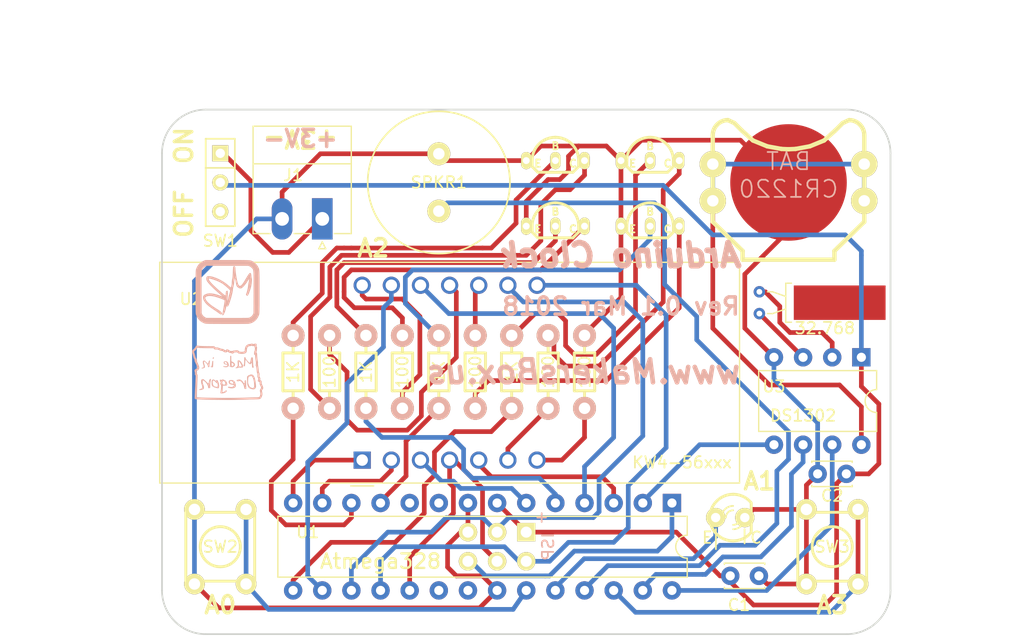
<source format=kicad_pcb>
(kicad_pcb (version 4) (host pcbnew 4.0.7)

  (general
    (links 69)
    (no_connects 0)
    (area 121.844999 59.614999 185.495001 105.485001)
    (thickness 1.6)
    (drawings 23)
    (tracks 355)
    (zones 0)
    (modules 29)
    (nets 45)
  )

  (page USLetter)
  (title_block
    (title "Arduino Clock")
    (company "Maker's Box")
  )

  (layers
    (0 F.Cu signal)
    (31 B.Cu signal)
    (32 B.Adhes user)
    (33 F.Adhes user)
    (34 B.Paste user)
    (35 F.Paste user)
    (36 B.SilkS user)
    (37 F.SilkS user)
    (38 B.Mask user)
    (39 F.Mask user)
    (40 Dwgs.User user)
    (41 Cmts.User user)
    (42 Eco1.User user)
    (43 Eco2.User user)
    (44 Edge.Cuts user)
    (45 Margin user)
    (46 B.CrtYd user)
    (47 F.CrtYd user)
    (48 B.Fab user)
    (49 F.Fab user)
  )

  (setup
    (last_trace_width 0.4064)
    (user_trace_width 0.3048)
    (user_trace_width 0.4064)
    (user_trace_width 0.6096)
    (trace_clearance 0.2)
    (zone_clearance 0.508)
    (zone_45_only no)
    (trace_min 0.2)
    (segment_width 0.2)
    (edge_width 0.15)
    (via_size 0.6)
    (via_drill 0.4)
    (via_min_size 0.4)
    (via_min_drill 0.3)
    (uvia_size 0.3)
    (uvia_drill 0.1)
    (uvias_allowed no)
    (uvia_min_size 0.2)
    (uvia_min_drill 0.1)
    (pcb_text_width 0.3)
    (pcb_text_size 1.5 1.5)
    (mod_edge_width 0.15)
    (mod_text_size 1 1)
    (mod_text_width 0.15)
    (pad_size 1.524 1.524)
    (pad_drill 0.762)
    (pad_to_mask_clearance 0)
    (aux_axis_origin 0 0)
    (visible_elements 7FFFFFFF)
    (pcbplotparams
      (layerselection 0x00030_80000001)
      (usegerberextensions false)
      (excludeedgelayer true)
      (linewidth 0.100000)
      (plotframeref false)
      (viasonmask false)
      (mode 1)
      (useauxorigin false)
      (hpglpennumber 1)
      (hpglpenspeed 20)
      (hpglpendiameter 15)
      (hpglpenoverlay 2)
      (psnegative false)
      (psa4output false)
      (plotreference true)
      (plotvalue true)
      (plotinvisibletext false)
      (padsonsilk false)
      (subtractmaskfromsilk false)
      (outputformat 1)
      (mirror false)
      (drillshape 1)
      (scaleselection 1)
      (outputdirectory ""))
  )

  (net 0 "")
  (net 1 "Net-(BT2-Pad1)")
  (net 2 GND)
  (net 3 VCC)
  (net 4 "Net-(CON1-Pad5)")
  (net 5 "Net-(Q2-Pad2)")
  (net 6 "Net-(Q2-Pad3)")
  (net 7 "Net-(Q3-Pad2)")
  (net 8 "Net-(Q3-Pad3)")
  (net 9 "Net-(Q4-Pad2)")
  (net 10 "Net-(Q4-Pad3)")
  (net 11 "Net-(Q5-Pad2)")
  (net 12 "Net-(Q5-Pad3)")
  (net 13 "Net-(R7-Pad2)")
  (net 14 "Net-(R8-Pad2)")
  (net 15 "Net-(R9-Pad2)")
  (net 16 "Net-(R10-Pad2)")
  (net 17 "Net-(U1-Pad20)")
  (net 18 "Net-(U1-Pad21)")
  (net 19 "Net-(U1-Pad10)")
  (net 20 "Net-(J1-Pad1)")
  (net 21 "Net-(Crystal1-Pad2)")
  (net 22 "Net-(Crystal1-Pad1)")
  (net 23 /D12)
  (net 24 /D13)
  (net 25 /D11)
  (net 26 /A0)
  (net 27 /D0)
  (net 28 /D1)
  (net 29 /D10)
  (net 30 /A3)
  (net 31 /A1)
  (net 32 /A2)
  (net 33 /D9)
  (net 34 /D2)
  (net 35 /D3)
  (net 36 /D4)
  (net 37 "Net-(U1-Pad9)")
  (net 38 /D5)
  (net 39 /D6)
  (net 40 /D7)
  (net 41 /A4)
  (net 42 /D8)
  (net 43 /A5)
  (net 44 "Net-(R1-Pad2)")

  (net_class Default "This is the default net class."
    (clearance 0.2)
    (trace_width 0.25)
    (via_dia 0.6)
    (via_drill 0.4)
    (uvia_dia 0.3)
    (uvia_drill 0.1)
    (add_net /A0)
    (add_net /A1)
    (add_net /A2)
    (add_net /A3)
    (add_net /A4)
    (add_net /A5)
    (add_net /D0)
    (add_net /D1)
    (add_net /D10)
    (add_net /D11)
    (add_net /D12)
    (add_net /D13)
    (add_net /D2)
    (add_net /D3)
    (add_net /D4)
    (add_net /D5)
    (add_net /D6)
    (add_net /D7)
    (add_net /D8)
    (add_net /D9)
    (add_net GND)
    (add_net "Net-(BT2-Pad1)")
    (add_net "Net-(CON1-Pad5)")
    (add_net "Net-(Crystal1-Pad1)")
    (add_net "Net-(Crystal1-Pad2)")
    (add_net "Net-(J1-Pad1)")
    (add_net "Net-(Q2-Pad2)")
    (add_net "Net-(Q2-Pad3)")
    (add_net "Net-(Q3-Pad2)")
    (add_net "Net-(Q3-Pad3)")
    (add_net "Net-(Q4-Pad2)")
    (add_net "Net-(Q4-Pad3)")
    (add_net "Net-(Q5-Pad2)")
    (add_net "Net-(Q5-Pad3)")
    (add_net "Net-(R1-Pad2)")
    (add_net "Net-(R10-Pad2)")
    (add_net "Net-(R7-Pad2)")
    (add_net "Net-(R8-Pad2)")
    (add_net "Net-(R9-Pad2)")
    (add_net "Net-(U1-Pad10)")
    (add_net "Net-(U1-Pad20)")
    (add_net "Net-(U1-Pad21)")
    (add_net "Net-(U1-Pad9)")
    (add_net VCC)
  )

  (module footprints:PhoenixContact_MC-G_02x3.50mm_Angled (layer F.Cu) (tedit 5A8F8BF8) (tstamp 5A9397FA)
    (at 135.89 69.215 180)
    (descr "Generic Phoenix Contact connector footprint for series: MC-G; number of pins: 02; pin pitch: 3.50mm; Angled || order number: 1844210 8A 160V")
    (tags "phoenix_contact connector MC_01x02_G_3.5mm")
    (path /5A91FB90)
    (fp_text reference J1 (at 2.54 3.81 180) (layer F.SilkS)
      (effects (font (size 1 1) (thickness 0.15)))
    )
    (fp_text value PWR (at 1.75 9 180) (layer F.Fab)
      (effects (font (size 1 1) (thickness 0.15)))
    )
    (fp_line (start -2.53 -1.28) (end -2.53 8.08) (layer F.SilkS) (width 0.12))
    (fp_line (start -2.53 8.08) (end 6.03 8.08) (layer F.SilkS) (width 0.12))
    (fp_line (start 6.03 8.08) (end 6.03 -1.28) (layer F.SilkS) (width 0.12))
    (fp_line (start -2.53 -1.28) (end -1.05 -1.28) (layer F.SilkS) (width 0.12))
    (fp_line (start 6.03 -1.28) (end 4.55 -1.28) (layer F.SilkS) (width 0.12))
    (fp_line (start 1.05 -1.28) (end 2.45 -1.28) (layer F.SilkS) (width 0.12))
    (fp_line (start -2.45 -1.2) (end -2.45 8) (layer F.Fab) (width 0.1))
    (fp_line (start -2.45 8) (end 5.95 8) (layer F.Fab) (width 0.1))
    (fp_line (start 5.95 8) (end 5.95 -1.2) (layer F.Fab) (width 0.1))
    (fp_line (start 5.95 -1.2) (end -2.45 -1.2) (layer F.Fab) (width 0.1))
    (fp_line (start -2.53 4.8) (end 6.03 4.8) (layer F.SilkS) (width 0.12))
    (fp_line (start -3.03 -2.3) (end -3.03 8.5) (layer F.CrtYd) (width 0.05))
    (fp_line (start -3.03 8.5) (end 6.45 8.5) (layer F.CrtYd) (width 0.05))
    (fp_line (start 6.45 8.5) (end 6.45 -2.3) (layer F.CrtYd) (width 0.05))
    (fp_line (start 6.45 -2.3) (end -3.03 -2.3) (layer F.CrtYd) (width 0.05))
    (fp_line (start 0.3 -2.6) (end 0 -2) (layer F.SilkS) (width 0.12))
    (fp_line (start 0 -2) (end -0.3 -2.6) (layer F.SilkS) (width 0.12))
    (fp_line (start -0.3 -2.6) (end 0.3 -2.6) (layer F.SilkS) (width 0.12))
    (fp_line (start 0.8 -1.2) (end 0 0) (layer F.Fab) (width 0.1))
    (fp_line (start 0 0) (end -0.8 -1.2) (layer F.Fab) (width 0.1))
    (fp_text user %R (at 1.75 3 180) (layer F.Fab)
      (effects (font (size 1 1) (thickness 0.15)))
    )
    (pad 1 thru_hole rect (at 0 0 180) (size 1.8 3.6) (drill 1.2) (layers *.Cu *.Mask)
      (net 20 "Net-(J1-Pad1)"))
    (pad 2 thru_hole oval (at 3.5 0 180) (size 1.8 3.6) (drill 1.2) (layers *.Cu *.Mask)
      (net 2 GND))
    (model ${KISYS3DMOD}/Connectors_Phoenix.3dshapes/PhoenixContact_MC-G_02x3.50mm_Angled.wrl
      (at (xyz 0 0 0))
      (scale (xyz 1 1 1))
      (rotate (xyz 0 0 0))
    )
  )

  (module footprints:BATT_12mm_TH (layer F.Cu) (tedit 56EB89B1) (tstamp 5A939770)
    (at 176.53 66.04 180)
    (descr "Keystone type 3000 coin cell retainer")
    (path /5A8E7D04)
    (fp_text reference BT2 (at 0 -4.5 180) (layer F.SilkS) hide
      (effects (font (thickness 0.3048)))
    )
    (fp_text value 3V (at 0 4.5 180) (layer F.SilkS) hide
      (effects (font (thickness 0.3048)))
    )
    (fp_line (start 0.6096 2.921) (end 1.8542 3.1496) (layer F.SilkS) (width 0.381))
    (fp_line (start 1.8542 3.1496) (end 3.0988 3.6576) (layer F.SilkS) (width 0.381))
    (fp_line (start 3.0988 3.6576) (end 4.064 4.5212) (layer F.SilkS) (width 0.381))
    (fp_line (start 4.064 4.5212) (end 4.7244 5.1816) (layer F.SilkS) (width 0.381))
    (fp_line (start 4.7244 5.1816) (end 5.2832 5.4356) (layer F.SilkS) (width 0.381))
    (fp_line (start 0 2.8956) (end 0.6096 2.921) (layer F.SilkS) (width 0.381))
    (fp_line (start -3.0988 3.6576) (end -4.064 4.5212) (layer F.SilkS) (width 0.381))
    (fp_line (start -4.064 4.5212) (end -4.7244 5.1816) (layer F.SilkS) (width 0.381))
    (fp_line (start -5.2832 5.4356) (end -4.7244 5.1816) (layer F.SilkS) (width 0.381))
    (fp_line (start -3.0988 3.6576) (end -1.8542 3.1496) (layer F.SilkS) (width 0.381))
    (fp_line (start -1.8542 3.1496) (end -0.6096 2.921) (layer F.SilkS) (width 0.381))
    (fp_line (start -0.6096 2.921) (end 0 2.8956) (layer F.SilkS) (width 0.381))
    (fp_arc (start 5.2832 4.1148) (end 6.604 4.1148) (angle 90) (layer F.SilkS) (width 0.381))
    (fp_arc (start -5.2832 4.1148) (end -5.2832 5.4356) (angle 90) (layer F.SilkS) (width 0.381))
    (fp_line (start 6.604 -3.429) (end 6.604 4.064) (layer F.SilkS) (width 0.381))
    (fp_line (start -6.604 -3.429) (end -6.604 4.064) (layer F.SilkS) (width 0.381))
    (fp_line (start 4.0005 -5.969) (end 6.604 -3.429) (layer F.SilkS) (width 0.381))
    (fp_line (start -4.0005 -5.969) (end -6.604 -3.429) (layer F.SilkS) (width 0.381))
    (fp_line (start 3.9995 -6.731) (end 3.9995 -5.969) (layer F.SilkS) (width 0.381))
    (fp_line (start -4.0005 -6.731) (end -4.0005 -5.969) (layer F.SilkS) (width 0.381))
    (fp_line (start -4.0005 -6.731) (end 4.0005 -6.731) (layer F.SilkS) (width 0.381))
    (pad 1 thru_hole circle (at 6.6 -1.6 180) (size 2.3 2.3) (drill 1) (layers *.Cu *.Mask F.SilkS)
      (net 1 "Net-(BT2-Pad1)"))
    (pad 1 thru_hole circle (at 6.6 1.6 180) (size 2.3 2.3) (drill 1) (layers *.Cu *.Mask F.SilkS)
      (net 1 "Net-(BT2-Pad1)"))
    (pad 1 thru_hole circle (at -6.6 1.6 180) (size 2.3 2.3) (drill 1) (layers *.Cu *.Mask F.SilkS)
      (net 1 "Net-(BT2-Pad1)"))
    (pad 1 thru_hole circle (at -6.6 -1.6 180) (size 2.3 2.3) (drill 1) (layers *.Cu *.Mask F.SilkS)
      (net 1 "Net-(BT2-Pad1)"))
    (pad 2 smd circle (at 0 0 180) (size 10.16 10.16) (layers F.Cu F.Paste F.Mask)
      (net 2 GND))
    (model walter/battery_holders/keystone_3000.wrl
      (at (xyz 0 0 0))
      (scale (xyz 1 1 1))
      (rotate (xyz 0 0 0))
    )
  )

  (module footprints:C_Disc_D3.4mm_W2.1mm_P2.50mm (layer F.Cu) (tedit 5A8FB50E) (tstamp 5A93978D)
    (at 171.45 100.33)
    (descr "C, Disc series, Radial, pin pitch=2.50mm, , diameter*width=3.4*2.1mm^2, Capacitor, http://www.vishay.com/docs/45233/krseries.pdf")
    (tags "C Disc series Radial pin pitch 2.50mm  diameter 3.4mm width 2.1mm Capacitor")
    (path /5A8E9F35)
    (fp_text reference C1 (at 0.762 2.54) (layer F.SilkS)
      (effects (font (size 1 1) (thickness 0.15)))
    )
    (fp_text value 0.1uF (at 1.25 2.36) (layer F.Fab)
      (effects (font (size 1 1) (thickness 0.15)))
    )
    (fp_line (start -0.45 -1.05) (end -0.45 1.05) (layer F.Fab) (width 0.1))
    (fp_line (start -0.45 1.05) (end 2.95 1.05) (layer F.Fab) (width 0.1))
    (fp_line (start 2.95 1.05) (end 2.95 -1.05) (layer F.Fab) (width 0.1))
    (fp_line (start 2.95 -1.05) (end -0.45 -1.05) (layer F.Fab) (width 0.1))
    (fp_line (start -0.51 -1.11) (end 3.01 -1.11) (layer F.SilkS) (width 0.12))
    (fp_line (start -0.51 1.11) (end 3.01 1.11) (layer F.SilkS) (width 0.12))
    (fp_line (start -0.51 -1.11) (end -0.51 -0.996) (layer F.SilkS) (width 0.12))
    (fp_line (start -0.51 0.996) (end -0.51 1.11) (layer F.SilkS) (width 0.12))
    (fp_line (start 3.01 -1.11) (end 3.01 -0.996) (layer F.SilkS) (width 0.12))
    (fp_line (start 3.01 0.996) (end 3.01 1.11) (layer F.SilkS) (width 0.12))
    (fp_line (start -1.05 -1.4) (end -1.05 1.4) (layer F.CrtYd) (width 0.05))
    (fp_line (start -1.05 1.4) (end 3.55 1.4) (layer F.CrtYd) (width 0.05))
    (fp_line (start 3.55 1.4) (end 3.55 -1.4) (layer F.CrtYd) (width 0.05))
    (fp_line (start 3.55 -1.4) (end -1.05 -1.4) (layer F.CrtYd) (width 0.05))
    (fp_text user %R (at 1.25 0) (layer F.Fab)
      (effects (font (size 1 1) (thickness 0.15)))
    )
    (pad 1 thru_hole circle (at 0 0) (size 1.6 1.6) (drill 0.8) (layers *.Cu *.Mask)
      (net 3 VCC))
    (pad 2 thru_hole circle (at 2.5 0) (size 1.6 1.6) (drill 0.8) (layers *.Cu *.Mask)
      (net 2 GND))
    (model ${KISYS3DMOD}/Capacitors_THT.3dshapes/C_Disc_D3.4mm_W2.1mm_P2.50mm.wrl
      (at (xyz 0 0 0))
      (scale (xyz 1 1 1))
      (rotate (xyz 0 0 0))
    )
  )

  (module footprints:C_Disc_D3.4mm_W2.1mm_P2.50mm (layer F.Cu) (tedit 5A9F78A7) (tstamp 5A9397A1)
    (at 179.07 91.44)
    (descr "C, Disc series, Radial, pin pitch=2.50mm, , diameter*width=3.4*2.1mm^2, Capacitor, http://www.vishay.com/docs/45233/krseries.pdf")
    (tags "C Disc series Radial pin pitch 2.50mm  diameter 3.4mm width 2.1mm Capacitor")
    (path /5A8E98CC)
    (fp_text reference C2 (at 1.27 1.905) (layer F.SilkS)
      (effects (font (size 1 1) (thickness 0.15)))
    )
    (fp_text value 0.1uF (at 1.25 2.36) (layer F.Fab)
      (effects (font (size 1 1) (thickness 0.15)))
    )
    (fp_line (start -0.45 -1.05) (end -0.45 1.05) (layer F.Fab) (width 0.1))
    (fp_line (start -0.45 1.05) (end 2.95 1.05) (layer F.Fab) (width 0.1))
    (fp_line (start 2.95 1.05) (end 2.95 -1.05) (layer F.Fab) (width 0.1))
    (fp_line (start 2.95 -1.05) (end -0.45 -1.05) (layer F.Fab) (width 0.1))
    (fp_line (start -0.51 -1.11) (end 3.01 -1.11) (layer F.SilkS) (width 0.12))
    (fp_line (start -0.51 1.11) (end 3.01 1.11) (layer F.SilkS) (width 0.12))
    (fp_line (start -0.51 -1.11) (end -0.51 -0.996) (layer F.SilkS) (width 0.12))
    (fp_line (start -0.51 0.996) (end -0.51 1.11) (layer F.SilkS) (width 0.12))
    (fp_line (start 3.01 -1.11) (end 3.01 -0.996) (layer F.SilkS) (width 0.12))
    (fp_line (start 3.01 0.996) (end 3.01 1.11) (layer F.SilkS) (width 0.12))
    (fp_line (start -1.05 -1.4) (end -1.05 1.4) (layer F.CrtYd) (width 0.05))
    (fp_line (start -1.05 1.4) (end 3.55 1.4) (layer F.CrtYd) (width 0.05))
    (fp_line (start 3.55 1.4) (end 3.55 -1.4) (layer F.CrtYd) (width 0.05))
    (fp_line (start 3.55 -1.4) (end -1.05 -1.4) (layer F.CrtYd) (width 0.05))
    (fp_text user %R (at 1.25 0) (layer F.Fab)
      (effects (font (size 1 1) (thickness 0.15)))
    )
    (pad 1 thru_hole circle (at 0 0) (size 1.6 1.6) (drill 0.8) (layers *.Cu *.Mask)
      (net 2 GND))
    (pad 2 thru_hole circle (at 2.5 0) (size 1.6 1.6) (drill 0.8) (layers *.Cu *.Mask)
      (net 3 VCC))
    (model ${KISYS3DMOD}/Capacitors_THT.3dshapes/C_Disc_D3.4mm_W2.1mm_P2.50mm.wrl
      (at (xyz 0 0 0))
      (scale (xyz 1 1 1))
      (rotate (xyz 0 0 0))
    )
  )

  (module footprints:AVR-ISP-6 (layer B.Cu) (tedit 5A9F77E3) (tstamp 5A9397B5)
    (at 153.67 99.06 90)
    (descr "6-lead dip package, row spacing 7.62 mm (300 mils)")
    (tags "dil dip 2.54 300")
    (path /5A8EB119)
    (fp_text reference CON1 (at 0 2.54 90) (layer B.SilkS) hide
      (effects (font (size 1 1) (thickness 0.15)) (justify mirror))
    )
    (fp_text value ISP (at 0 3.72 90) (layer B.Fab) hide
      (effects (font (size 1 1) (thickness 0.15)) (justify mirror))
    )
    (fp_text user ISP (at 1.27 1.905 90) (layer B.SilkS)
      (effects (font (size 1 1) (thickness 0.15)) (justify mirror))
    )
    (fp_text user + (at 3.81 1.27 90) (layer B.SilkS)
      (effects (font (size 1 1) (thickness 0.15)) (justify mirror))
    )
    (pad 1 thru_hole oval (at 0 0 90) (size 1.6 1.6) (drill 0.9652) (layers *.Cu *.Mask F.SilkS)
      (net 23 /D12))
    (pad 2 thru_hole rect (at 2.54 0 90) (size 1.6 1.6) (drill 0.9652) (layers *.Cu *.Mask F.SilkS)
      (net 3 VCC))
    (pad 3 thru_hole oval (at 0 -2.54 90) (size 1.6 1.6) (drill 0.9652) (layers *.Cu *.Mask F.SilkS)
      (net 24 /D13))
    (pad 4 thru_hole oval (at 2.54 -2.54 90) (size 1.6 1.6) (drill 0.9652) (layers *.Cu *.Mask F.SilkS)
      (net 25 /D11))
    (pad 5 thru_hole oval (at 0 -5.08 90) (size 1.6 1.6) (drill 0.9652) (layers *.Cu *.Mask F.SilkS)
      (net 4 "Net-(CON1-Pad5)"))
    (pad 6 thru_hole oval (at 2.54 -5.08 90) (size 1.6 1.6) (drill 0.9652) (layers *.Cu *.Mask F.SilkS)
      (net 2 GND))
  )

  (module footprints:Crystal_C38-LF_d3.0mm_l8.0mm_Horizontal_1EP_style1 (layer F.Cu) (tedit 5A9F7B90) (tstamp 5A9397C0)
    (at 173.99 77.47 90)
    (descr "Crystal THT C38-LF 8.0mm length 3.0mm diameter")
    (tags ['C38-LF'])
    (path /5A8E64A3)
    (fp_text reference Crystal1 (at 3.175 4.445 180) (layer F.SilkS) hide
      (effects (font (size 1 1) (thickness 0.15)))
    )
    (fp_text value 32.768 (at -1.27 5.715 180) (layer F.SilkS)
      (effects (font (size 1 1) (thickness 0.15)))
    )
    (fp_text user %R (at 0.95 5.25 90) (layer F.Fab)
      (effects (font (size 0.7 0.7) (thickness 0.105)))
    )
    (fp_line (start -0.55 2.5) (end -0.55 10.5) (layer F.Fab) (width 0.1))
    (fp_line (start -0.55 10.5) (end 2.45 10.5) (layer F.Fab) (width 0.1))
    (fp_line (start 2.45 10.5) (end 2.45 2.5) (layer F.Fab) (width 0.1))
    (fp_line (start 2.45 2.5) (end -0.55 2.5) (layer F.Fab) (width 0.1))
    (fp_line (start 0.405 2.5) (end 0 1.25) (layer F.Fab) (width 0.1))
    (fp_line (start 0 1.25) (end 0 0) (layer F.Fab) (width 0.1))
    (fp_line (start 1.495 2.5) (end 1.9 1.25) (layer F.Fab) (width 0.1))
    (fp_line (start 1.9 1.25) (end 1.9 0) (layer F.Fab) (width 0.1))
    (fp_line (start -0.75 2.8) (end -0.75 2.3) (layer F.SilkS) (width 0.12))
    (fp_line (start -0.75 2.3) (end 2.65 2.3) (layer F.SilkS) (width 0.12))
    (fp_line (start 2.65 2.3) (end 2.65 2.8) (layer F.SilkS) (width 0.12))
    (fp_line (start 0.405 2.3) (end 0 1.15) (layer F.SilkS) (width 0.12))
    (fp_line (start 0 1.15) (end 0 0.7) (layer F.SilkS) (width 0.12))
    (fp_line (start 1.495 2.3) (end 1.9 1.15) (layer F.SilkS) (width 0.12))
    (fp_line (start 1.9 1.15) (end 1.9 0.7) (layer F.SilkS) (width 0.12))
    (fp_line (start -1.3 -0.8) (end -1.3 11.3) (layer F.CrtYd) (width 0.05))
    (fp_line (start -1.3 11.3) (end 3.2 11.3) (layer F.CrtYd) (width 0.05))
    (fp_line (start 3.2 11.3) (end 3.2 -0.8) (layer F.CrtYd) (width 0.05))
    (fp_line (start 3.2 -0.8) (end -1.3 -0.8) (layer F.CrtYd) (width 0.05))
    (pad 2 thru_hole circle (at 0 0 90) (size 1 1) (drill 0.5) (layers *.Cu *.Mask)
      (net 21 "Net-(Crystal1-Pad2)"))
    (pad 1 thru_hole circle (at 1.9 0 90) (size 1 1) (drill 0.5) (layers *.Cu *.Mask)
      (net 22 "Net-(Crystal1-Pad1)"))
    (pad 3 smd rect (at 0.95 7 90) (size 3 8) (layers F.Cu F.Paste F.Mask))
    (model ${KISYS3DMOD}/Crystals.3dshapes/Crystal_C38-LF_d3.0mm_l8.0mm_Horizontal_1EP_style1.wrl
      (at (xyz 0 0 0))
      (scale (xyz 0.393701 0.393701 0.393701))
      (rotate (xyz 0 0 0))
    )
  )

  (module footprints:PHOTO_TRANS (layer F.Cu) (tedit 5A8F8D17) (tstamp 5A939814)
    (at 171.45 95.25)
    (descr "LED 3mm - Lead pitch 100mil (2,54mm)")
    (tags "LED led 3mm 3MM 100mil 2,54mm")
    (path /5A8F5C4D)
    (fp_text reference Q1 (at 2.54 0 90) (layer F.SilkS) hide
      (effects (font (size 0.762 0.762) (thickness 0.0889)))
    )
    (fp_text value Photo (at 0.35921 0.35921 90) (layer F.SilkS) hide
      (effects (font (size 0.508 0.508) (thickness 0.127)))
    )
    (fp_line (start -1.25 2.5) (end -1.25 2.75) (layer F.SilkS) (width 0.15))
    (fp_line (start -1.25 1) (end -1.25 2.5) (layer F.SilkS) (width 0.15))
    (fp_line (start 1.25 1) (end 1.25 2.25) (layer F.SilkS) (width 0.15))
    (fp_text user E (at -2 1.75) (layer F.SilkS)
      (effects (font (size 1 1) (thickness 0.15)))
    )
    (fp_text user C (at 2.25 1.75) (layer F.SilkS)
      (effects (font (size 1 1) (thickness 0.15)))
    )
    (fp_line (start 1.8288 1.27) (end 1.8288 -1.27) (layer F.SilkS) (width 0.254))
    (fp_arc (start 0.254 0) (end -0.381 0) (angle 90) (layer F.SilkS) (width 0.1524))
    (fp_arc (start 0.254 0) (end -0.762 0) (angle 90) (layer F.SilkS) (width 0.1524))
    (fp_arc (start 0.254 0) (end 0.889 0) (angle 90) (layer F.SilkS) (width 0.1524))
    (fp_arc (start 0.254 0) (end 1.27 0) (angle 90) (layer F.SilkS) (width 0.1524))
    (fp_arc (start 0.254 0) (end 0.254 -2.032) (angle 50.1) (layer F.SilkS) (width 0.254))
    (fp_arc (start 0.254 0) (end -1.5367 -0.95504) (angle 61.9) (layer F.SilkS) (width 0.254))
    (fp_arc (start 0.254 0) (end 1.8034 1.31064) (angle 49.7) (layer F.SilkS) (width 0.254))
    (fp_arc (start 0.254 0) (end 0.254 2.032) (angle 60.2) (layer F.SilkS) (width 0.254))
    (fp_arc (start 0.254 0) (end -1.778 0) (angle 28.3) (layer F.SilkS) (width 0.254))
    (fp_arc (start 0.254 0) (end -1.47574 1.06426) (angle 31.6) (layer F.SilkS) (width 0.254))
    (pad 1 thru_hole circle (at -1.27 0) (size 1.6764 1.6764) (drill 0.8128) (layers *.Cu *.Mask F.SilkS)
      (net 31 /A1))
    (pad 2 thru_hole circle (at 1.27 0 45) (size 1.6764 1.6764) (drill 0.8128) (layers *.Cu *.Mask F.SilkS)
      (net 2 GND))
    (model discret/leds/led3_vertical_verde.wrl
      (at (xyz 0 0 0))
      (scale (xyz 1 1 1))
      (rotate (xyz 0 0 0))
    )
  )

  (module footprints:TO-92_NPN_EBC_wide (layer F.Cu) (tedit 56800174) (tstamp 5A939829)
    (at 153.67 69.85)
    (descr "TO-92 leads in-line, narrow, oval pads, drill 0.6mm (see NXP sot054_po.pdf)")
    (tags "to-92 sc-43 sc-43a sot54 PA33 transistor")
    (path /5A8E2E4D)
    (fp_text reference Q2 (at 1.778 -1.016) (layer F.SilkS) hide
      (effects (font (size 0.635 0.635) (thickness 0.127)))
    )
    (fp_text value 2N2222 (at 2.54 1.778) (layer F.SilkS) hide
      (effects (font (size 1 1) (thickness 0.15)))
    )
    (fp_line (start 0.508 0.508) (end 0.508 0) (layer F.SilkS) (width 0.254))
    (fp_line (start 4.572 0.508) (end 4.572 0) (layer F.SilkS) (width 0.254))
    (fp_arc (start 2.54 0) (end 2.54 -2.032) (angle 90) (layer F.SilkS) (width 0.254))
    (fp_arc (start 2.54 0) (end 0.508 0) (angle 90) (layer F.SilkS) (width 0.254))
    (fp_text user B (at 2.54 -1.27) (layer F.SilkS)
      (effects (font (size 0.635 0.635) (thickness 0.15)))
    )
    (fp_text user C (at 4.064 0.254) (layer F.SilkS)
      (effects (font (size 0.635 0.635) (thickness 0.15)))
    )
    (fp_text user E (at 1.016 0.254) (layer F.SilkS)
      (effects (font (size 0.635 0.635) (thickness 0.15)))
    )
    (fp_line (start 1.016 1.016) (end 0.508 0.508) (layer F.SilkS) (width 0.254))
    (fp_line (start 1.016 1.016) (end 4.064 1.016) (layer F.SilkS) (width 0.254))
    (fp_line (start 4.064 1.016) (end 4.572 0.508) (layer F.SilkS) (width 0.254))
    (pad 2 thru_hole oval (at 2.54 0 180) (size 0.89916 1.50114) (drill 0.6) (layers *.Cu *.Mask F.SilkS)
      (net 5 "Net-(Q2-Pad2)"))
    (pad 3 thru_hole oval (at 5.08 0 180) (size 0.89916 1.50114) (drill 0.6) (layers *.Cu *.Mask F.SilkS)
      (net 6 "Net-(Q2-Pad3)"))
    (pad 1 thru_hole oval (at 0 0 180) (size 0.89916 1.50114) (drill 0.6) (layers *.Cu *.Mask F.SilkS)
      (net 2 GND))
    (model TO_SOT_Packages_THT.3dshapes/TO-92_Inline_Narrow_Oval.wrl
      (at (xyz 0.05 0 0))
      (scale (xyz 1 1 1))
      (rotate (xyz 0 0 -90))
    )
  )

  (module footprints:TO-92_NPN_EBC_wide (layer F.Cu) (tedit 56800174) (tstamp 5A939839)
    (at 153.67 64.135)
    (descr "TO-92 leads in-line, narrow, oval pads, drill 0.6mm (see NXP sot054_po.pdf)")
    (tags "to-92 sc-43 sc-43a sot54 PA33 transistor")
    (path /5A8E34C6)
    (fp_text reference Q3 (at 1.778 -1.016) (layer F.SilkS) hide
      (effects (font (size 0.635 0.635) (thickness 0.127)))
    )
    (fp_text value 2N2222 (at 2.54 1.778) (layer F.SilkS) hide
      (effects (font (size 1 1) (thickness 0.15)))
    )
    (fp_line (start 0.508 0.508) (end 0.508 0) (layer F.SilkS) (width 0.254))
    (fp_line (start 4.572 0.508) (end 4.572 0) (layer F.SilkS) (width 0.254))
    (fp_arc (start 2.54 0) (end 2.54 -2.032) (angle 90) (layer F.SilkS) (width 0.254))
    (fp_arc (start 2.54 0) (end 0.508 0) (angle 90) (layer F.SilkS) (width 0.254))
    (fp_text user B (at 2.54 -1.27) (layer F.SilkS)
      (effects (font (size 0.635 0.635) (thickness 0.15)))
    )
    (fp_text user C (at 4.064 0.254) (layer F.SilkS)
      (effects (font (size 0.635 0.635) (thickness 0.15)))
    )
    (fp_text user E (at 1.016 0.254) (layer F.SilkS)
      (effects (font (size 0.635 0.635) (thickness 0.15)))
    )
    (fp_line (start 1.016 1.016) (end 0.508 0.508) (layer F.SilkS) (width 0.254))
    (fp_line (start 1.016 1.016) (end 4.064 1.016) (layer F.SilkS) (width 0.254))
    (fp_line (start 4.064 1.016) (end 4.572 0.508) (layer F.SilkS) (width 0.254))
    (pad 2 thru_hole oval (at 2.54 0 180) (size 0.89916 1.50114) (drill 0.6) (layers *.Cu *.Mask F.SilkS)
      (net 7 "Net-(Q3-Pad2)"))
    (pad 3 thru_hole oval (at 5.08 0 180) (size 0.89916 1.50114) (drill 0.6) (layers *.Cu *.Mask F.SilkS)
      (net 8 "Net-(Q3-Pad3)"))
    (pad 1 thru_hole oval (at 0 0 180) (size 0.89916 1.50114) (drill 0.6) (layers *.Cu *.Mask F.SilkS)
      (net 2 GND))
    (model TO_SOT_Packages_THT.3dshapes/TO-92_Inline_Narrow_Oval.wrl
      (at (xyz 0.05 0 0))
      (scale (xyz 1 1 1))
      (rotate (xyz 0 0 -90))
    )
  )

  (module footprints:TO-92_NPN_EBC_wide (layer F.Cu) (tedit 56800174) (tstamp 5A939849)
    (at 161.925 69.85)
    (descr "TO-92 leads in-line, narrow, oval pads, drill 0.6mm (see NXP sot054_po.pdf)")
    (tags "to-92 sc-43 sc-43a sot54 PA33 transistor")
    (path /5A8E35C2)
    (fp_text reference Q4 (at 1.778 -1.016) (layer F.SilkS) hide
      (effects (font (size 0.635 0.635) (thickness 0.127)))
    )
    (fp_text value 2N2222 (at 2.54 1.778) (layer F.SilkS) hide
      (effects (font (size 1 1) (thickness 0.15)))
    )
    (fp_line (start 0.508 0.508) (end 0.508 0) (layer F.SilkS) (width 0.254))
    (fp_line (start 4.572 0.508) (end 4.572 0) (layer F.SilkS) (width 0.254))
    (fp_arc (start 2.54 0) (end 2.54 -2.032) (angle 90) (layer F.SilkS) (width 0.254))
    (fp_arc (start 2.54 0) (end 0.508 0) (angle 90) (layer F.SilkS) (width 0.254))
    (fp_text user B (at 2.54 -1.27) (layer F.SilkS)
      (effects (font (size 0.635 0.635) (thickness 0.15)))
    )
    (fp_text user C (at 4.064 0.254) (layer F.SilkS)
      (effects (font (size 0.635 0.635) (thickness 0.15)))
    )
    (fp_text user E (at 1.016 0.254) (layer F.SilkS)
      (effects (font (size 0.635 0.635) (thickness 0.15)))
    )
    (fp_line (start 1.016 1.016) (end 0.508 0.508) (layer F.SilkS) (width 0.254))
    (fp_line (start 1.016 1.016) (end 4.064 1.016) (layer F.SilkS) (width 0.254))
    (fp_line (start 4.064 1.016) (end 4.572 0.508) (layer F.SilkS) (width 0.254))
    (pad 2 thru_hole oval (at 2.54 0 180) (size 0.89916 1.50114) (drill 0.6) (layers *.Cu *.Mask F.SilkS)
      (net 9 "Net-(Q4-Pad2)"))
    (pad 3 thru_hole oval (at 5.08 0 180) (size 0.89916 1.50114) (drill 0.6) (layers *.Cu *.Mask F.SilkS)
      (net 10 "Net-(Q4-Pad3)"))
    (pad 1 thru_hole oval (at 0 0 180) (size 0.89916 1.50114) (drill 0.6) (layers *.Cu *.Mask F.SilkS)
      (net 2 GND))
    (model TO_SOT_Packages_THT.3dshapes/TO-92_Inline_Narrow_Oval.wrl
      (at (xyz 0.05 0 0))
      (scale (xyz 1 1 1))
      (rotate (xyz 0 0 -90))
    )
  )

  (module footprints:TO-92_NPN_EBC_wide (layer F.Cu) (tedit 56800174) (tstamp 5A939859)
    (at 161.925 64.135)
    (descr "TO-92 leads in-line, narrow, oval pads, drill 0.6mm (see NXP sot054_po.pdf)")
    (tags "to-92 sc-43 sc-43a sot54 PA33 transistor")
    (path /5A8E35CE)
    (fp_text reference Q5 (at 1.778 -1.016) (layer F.SilkS) hide
      (effects (font (size 0.635 0.635) (thickness 0.127)))
    )
    (fp_text value 2N2222 (at 2.54 1.778) (layer F.SilkS) hide
      (effects (font (size 1 1) (thickness 0.15)))
    )
    (fp_line (start 0.508 0.508) (end 0.508 0) (layer F.SilkS) (width 0.254))
    (fp_line (start 4.572 0.508) (end 4.572 0) (layer F.SilkS) (width 0.254))
    (fp_arc (start 2.54 0) (end 2.54 -2.032) (angle 90) (layer F.SilkS) (width 0.254))
    (fp_arc (start 2.54 0) (end 0.508 0) (angle 90) (layer F.SilkS) (width 0.254))
    (fp_text user B (at 2.54 -1.27) (layer F.SilkS)
      (effects (font (size 0.635 0.635) (thickness 0.15)))
    )
    (fp_text user C (at 4.064 0.254) (layer F.SilkS)
      (effects (font (size 0.635 0.635) (thickness 0.15)))
    )
    (fp_text user E (at 1.016 0.254) (layer F.SilkS)
      (effects (font (size 0.635 0.635) (thickness 0.15)))
    )
    (fp_line (start 1.016 1.016) (end 0.508 0.508) (layer F.SilkS) (width 0.254))
    (fp_line (start 1.016 1.016) (end 4.064 1.016) (layer F.SilkS) (width 0.254))
    (fp_line (start 4.064 1.016) (end 4.572 0.508) (layer F.SilkS) (width 0.254))
    (pad 2 thru_hole oval (at 2.54 0 180) (size 0.89916 1.50114) (drill 0.6) (layers *.Cu *.Mask F.SilkS)
      (net 11 "Net-(Q5-Pad2)"))
    (pad 3 thru_hole oval (at 5.08 0 180) (size 0.89916 1.50114) (drill 0.6) (layers *.Cu *.Mask F.SilkS)
      (net 12 "Net-(Q5-Pad3)"))
    (pad 1 thru_hole oval (at 0 0 180) (size 0.89916 1.50114) (drill 0.6) (layers *.Cu *.Mask F.SilkS)
      (net 2 GND))
    (model TO_SOT_Packages_THT.3dshapes/TO-92_Inline_Narrow_Oval.wrl
      (at (xyz 0.05 0 0))
      (scale (xyz 1 1 1))
      (rotate (xyz 0 0 -90))
    )
  )

  (module footprints:Resistor_Horz (layer F.Cu) (tedit 5664956A) (tstamp 5A939869)
    (at 158.75 82.55 270)
    (descr "Resistor, Axial,  RM 10mm, 1/3W,")
    (tags "Resistor, Axial, RM 10mm, 1/3W,")
    (path /5A9F8696)
    (fp_text reference R1 (at 0 -1.905 270) (layer F.Fab)
      (effects (font (size 1 1) (thickness 0.15)))
    )
    (fp_text value 100 (at 0 0 270) (layer F.SilkS)
      (effects (font (size 1 1) (thickness 0.15)))
    )
    (fp_line (start -1.651 0) (end -2.413 0) (layer F.SilkS) (width 0.254))
    (fp_line (start 1.651 0) (end 2.413 0) (layer F.SilkS) (width 0.254))
    (fp_line (start 1.651 0.889) (end 1.651 0.635) (layer F.SilkS) (width 0.254))
    (fp_line (start 1.651 0.889) (end -1.651 0.889) (layer F.SilkS) (width 0.254))
    (fp_line (start -1.651 0.889) (end -1.651 -0.889) (layer F.SilkS) (width 0.254))
    (fp_line (start -1.651 -0.889) (end 1.651 -0.889) (layer F.SilkS) (width 0.254))
    (fp_line (start 1.651 -0.889) (end 1.651 0.635) (layer F.SilkS) (width 0.254))
    (pad 1 thru_hole circle (at -3.175 0 270) (size 1.99898 1.99898) (drill 1.00076) (layers *.Cu *.SilkS *.Mask)
      (net 2 GND))
    (pad 2 thru_hole circle (at 3.175 0 270) (size 1.99898 1.99898) (drill 1.00076) (layers *.Cu *.SilkS *.Mask)
      (net 44 "Net-(R1-Pad2)"))
    (model Resistors_ThroughHole.3dshapes/Resistor_Horizontal_RM10mm.wrl
      (at (xyz 0 0 0))
      (scale (xyz 0.4 0.4 0.4))
      (rotate (xyz 0 0 0))
    )
  )

  (module footprints:Resistor_Horz (layer F.Cu) (tedit 5664956A) (tstamp 5A939881)
    (at 139.7 82.55 270)
    (descr "Resistor, Axial,  RM 10mm, 1/3W,")
    (tags "Resistor, Axial, RM 10mm, 1/3W,")
    (path /5A8E4028)
    (fp_text reference R3 (at 0 -1.905 270) (layer F.Fab)
      (effects (font (size 1 1) (thickness 0.15)))
    )
    (fp_text value 1K (at 0 0 270) (layer F.SilkS)
      (effects (font (size 1 1) (thickness 0.15)))
    )
    (fp_line (start -1.651 0) (end -2.413 0) (layer F.SilkS) (width 0.254))
    (fp_line (start 1.651 0) (end 2.413 0) (layer F.SilkS) (width 0.254))
    (fp_line (start 1.651 0.889) (end 1.651 0.635) (layer F.SilkS) (width 0.254))
    (fp_line (start 1.651 0.889) (end -1.651 0.889) (layer F.SilkS) (width 0.254))
    (fp_line (start -1.651 0.889) (end -1.651 -0.889) (layer F.SilkS) (width 0.254))
    (fp_line (start -1.651 -0.889) (end 1.651 -0.889) (layer F.SilkS) (width 0.254))
    (fp_line (start 1.651 -0.889) (end 1.651 0.635) (layer F.SilkS) (width 0.254))
    (pad 1 thru_hole circle (at -3.175 0 270) (size 1.99898 1.99898) (drill 1.00076) (layers *.Cu *.SilkS *.Mask)
      (net 5 "Net-(Q2-Pad2)"))
    (pad 2 thru_hole circle (at 3.175 0 270) (size 1.99898 1.99898) (drill 1.00076) (layers *.Cu *.SilkS *.Mask)
      (net 35 /D3))
    (model Resistors_ThroughHole.3dshapes/Resistor_Horizontal_RM10mm.wrl
      (at (xyz 0 0 0))
      (scale (xyz 0.4 0.4 0.4))
      (rotate (xyz 0 0 0))
    )
  )

  (module footprints:Resistor_Horz (layer F.Cu) (tedit 5664956A) (tstamp 5A93988D)
    (at 133.35 82.55 270)
    (descr "Resistor, Axial,  RM 10mm, 1/3W,")
    (tags "Resistor, Axial, RM 10mm, 1/3W,")
    (path /5A8E4095)
    (fp_text reference R4 (at 0 -1.905 270) (layer F.Fab)
      (effects (font (size 1 1) (thickness 0.15)))
    )
    (fp_text value 1K (at 0 0 270) (layer F.SilkS)
      (effects (font (size 1 1) (thickness 0.15)))
    )
    (fp_line (start -1.651 0) (end -2.413 0) (layer F.SilkS) (width 0.254))
    (fp_line (start 1.651 0) (end 2.413 0) (layer F.SilkS) (width 0.254))
    (fp_line (start 1.651 0.889) (end 1.651 0.635) (layer F.SilkS) (width 0.254))
    (fp_line (start 1.651 0.889) (end -1.651 0.889) (layer F.SilkS) (width 0.254))
    (fp_line (start -1.651 0.889) (end -1.651 -0.889) (layer F.SilkS) (width 0.254))
    (fp_line (start -1.651 -0.889) (end 1.651 -0.889) (layer F.SilkS) (width 0.254))
    (fp_line (start 1.651 -0.889) (end 1.651 0.635) (layer F.SilkS) (width 0.254))
    (pad 1 thru_hole circle (at -3.175 0 270) (size 1.99898 1.99898) (drill 1.00076) (layers *.Cu *.SilkS *.Mask)
      (net 7 "Net-(Q3-Pad2)"))
    (pad 2 thru_hole circle (at 3.175 0 270) (size 1.99898 1.99898) (drill 1.00076) (layers *.Cu *.SilkS *.Mask)
      (net 39 /D6))
    (model Resistors_ThroughHole.3dshapes/Resistor_Horizontal_RM10mm.wrl
      (at (xyz 0 0 0))
      (scale (xyz 0.4 0.4 0.4))
      (rotate (xyz 0 0 0))
    )
  )

  (module footprints:Resistor_Horz (layer F.Cu) (tedit 5664956A) (tstamp 5A939899)
    (at 146.05 82.55 270)
    (descr "Resistor, Axial,  RM 10mm, 1/3W,")
    (tags "Resistor, Axial, RM 10mm, 1/3W,")
    (path /5A8E40F4)
    (fp_text reference R5 (at 0 -1.905 270) (layer F.Fab)
      (effects (font (size 1 1) (thickness 0.15)))
    )
    (fp_text value 1K (at 0 0 270) (layer F.SilkS)
      (effects (font (size 1 1) (thickness 0.15)))
    )
    (fp_line (start -1.651 0) (end -2.413 0) (layer F.SilkS) (width 0.254))
    (fp_line (start 1.651 0) (end 2.413 0) (layer F.SilkS) (width 0.254))
    (fp_line (start 1.651 0.889) (end 1.651 0.635) (layer F.SilkS) (width 0.254))
    (fp_line (start 1.651 0.889) (end -1.651 0.889) (layer F.SilkS) (width 0.254))
    (fp_line (start -1.651 0.889) (end -1.651 -0.889) (layer F.SilkS) (width 0.254))
    (fp_line (start -1.651 -0.889) (end 1.651 -0.889) (layer F.SilkS) (width 0.254))
    (fp_line (start 1.651 -0.889) (end 1.651 0.635) (layer F.SilkS) (width 0.254))
    (pad 1 thru_hole circle (at -3.175 0 270) (size 1.99898 1.99898) (drill 1.00076) (layers *.Cu *.SilkS *.Mask)
      (net 9 "Net-(Q4-Pad2)"))
    (pad 2 thru_hole circle (at 3.175 0 270) (size 1.99898 1.99898) (drill 1.00076) (layers *.Cu *.SilkS *.Mask)
      (net 38 /D5))
    (model Resistors_ThroughHole.3dshapes/Resistor_Horizontal_RM10mm.wrl
      (at (xyz 0 0 0))
      (scale (xyz 0.4 0.4 0.4))
      (rotate (xyz 0 0 0))
    )
  )

  (module footprints:Resistor_Horz (layer F.Cu) (tedit 5664956A) (tstamp 5A9398A5)
    (at 152.4 82.55 270)
    (descr "Resistor, Axial,  RM 10mm, 1/3W,")
    (tags "Resistor, Axial, RM 10mm, 1/3W,")
    (path /5A8E412F)
    (fp_text reference R6 (at 0 -1.905 270) (layer F.Fab)
      (effects (font (size 1 1) (thickness 0.15)))
    )
    (fp_text value 1K (at 0 0 270) (layer F.SilkS)
      (effects (font (size 1 1) (thickness 0.15)))
    )
    (fp_line (start -1.651 0) (end -2.413 0) (layer F.SilkS) (width 0.254))
    (fp_line (start 1.651 0) (end 2.413 0) (layer F.SilkS) (width 0.254))
    (fp_line (start 1.651 0.889) (end 1.651 0.635) (layer F.SilkS) (width 0.254))
    (fp_line (start 1.651 0.889) (end -1.651 0.889) (layer F.SilkS) (width 0.254))
    (fp_line (start -1.651 0.889) (end -1.651 -0.889) (layer F.SilkS) (width 0.254))
    (fp_line (start -1.651 -0.889) (end 1.651 -0.889) (layer F.SilkS) (width 0.254))
    (fp_line (start 1.651 -0.889) (end 1.651 0.635) (layer F.SilkS) (width 0.254))
    (pad 1 thru_hole circle (at -3.175 0 270) (size 1.99898 1.99898) (drill 1.00076) (layers *.Cu *.SilkS *.Mask)
      (net 11 "Net-(Q5-Pad2)"))
    (pad 2 thru_hole circle (at 3.175 0 270) (size 1.99898 1.99898) (drill 1.00076) (layers *.Cu *.SilkS *.Mask)
      (net 33 /D9))
    (model Resistors_ThroughHole.3dshapes/Resistor_Horizontal_RM10mm.wrl
      (at (xyz 0 0 0))
      (scale (xyz 0.4 0.4 0.4))
      (rotate (xyz 0 0 0))
    )
  )

  (module footprints:Resistor_Horz (layer F.Cu) (tedit 5664956A) (tstamp 5A9398B1)
    (at 142.875 82.55 270)
    (descr "Resistor, Axial,  RM 10mm, 1/3W,")
    (tags "Resistor, Axial, RM 10mm, 1/3W,")
    (path /5A8E30A1)
    (fp_text reference R7 (at 0 -1.905 270) (layer F.Fab)
      (effects (font (size 1 1) (thickness 0.15)))
    )
    (fp_text value 100 (at 0 0 270) (layer F.SilkS)
      (effects (font (size 1 1) (thickness 0.15)))
    )
    (fp_line (start -1.651 0) (end -2.413 0) (layer F.SilkS) (width 0.254))
    (fp_line (start 1.651 0) (end 2.413 0) (layer F.SilkS) (width 0.254))
    (fp_line (start 1.651 0.889) (end 1.651 0.635) (layer F.SilkS) (width 0.254))
    (fp_line (start 1.651 0.889) (end -1.651 0.889) (layer F.SilkS) (width 0.254))
    (fp_line (start -1.651 0.889) (end -1.651 -0.889) (layer F.SilkS) (width 0.254))
    (fp_line (start -1.651 -0.889) (end 1.651 -0.889) (layer F.SilkS) (width 0.254))
    (fp_line (start 1.651 -0.889) (end 1.651 0.635) (layer F.SilkS) (width 0.254))
    (pad 1 thru_hole circle (at -3.175 0 270) (size 1.99898 1.99898) (drill 1.00076) (layers *.Cu *.SilkS *.Mask)
      (net 6 "Net-(Q2-Pad3)"))
    (pad 2 thru_hole circle (at 3.175 0 270) (size 1.99898 1.99898) (drill 1.00076) (layers *.Cu *.SilkS *.Mask)
      (net 13 "Net-(R7-Pad2)"))
    (model Resistors_ThroughHole.3dshapes/Resistor_Horizontal_RM10mm.wrl
      (at (xyz 0 0 0))
      (scale (xyz 0.4 0.4 0.4))
      (rotate (xyz 0 0 0))
    )
  )

  (module footprints:Resistor_Horz (layer F.Cu) (tedit 5664956A) (tstamp 5A9398BD)
    (at 136.525 82.55 90)
    (descr "Resistor, Axial,  RM 10mm, 1/3W,")
    (tags "Resistor, Axial, RM 10mm, 1/3W,")
    (path /5A8E34CC)
    (fp_text reference R8 (at 0 -1.905 90) (layer F.Fab)
      (effects (font (size 1 1) (thickness 0.15)))
    )
    (fp_text value 100 (at 0 0 90) (layer F.SilkS)
      (effects (font (size 1 1) (thickness 0.15)))
    )
    (fp_line (start -1.651 0) (end -2.413 0) (layer F.SilkS) (width 0.254))
    (fp_line (start 1.651 0) (end 2.413 0) (layer F.SilkS) (width 0.254))
    (fp_line (start 1.651 0.889) (end 1.651 0.635) (layer F.SilkS) (width 0.254))
    (fp_line (start 1.651 0.889) (end -1.651 0.889) (layer F.SilkS) (width 0.254))
    (fp_line (start -1.651 0.889) (end -1.651 -0.889) (layer F.SilkS) (width 0.254))
    (fp_line (start -1.651 -0.889) (end 1.651 -0.889) (layer F.SilkS) (width 0.254))
    (fp_line (start 1.651 -0.889) (end 1.651 0.635) (layer F.SilkS) (width 0.254))
    (pad 1 thru_hole circle (at -3.175 0 90) (size 1.99898 1.99898) (drill 1.00076) (layers *.Cu *.SilkS *.Mask)
      (net 8 "Net-(Q3-Pad3)"))
    (pad 2 thru_hole circle (at 3.175 0 90) (size 1.99898 1.99898) (drill 1.00076) (layers *.Cu *.SilkS *.Mask)
      (net 14 "Net-(R8-Pad2)"))
    (model Resistors_ThroughHole.3dshapes/Resistor_Horizontal_RM10mm.wrl
      (at (xyz 0 0 0))
      (scale (xyz 0.4 0.4 0.4))
      (rotate (xyz 0 0 0))
    )
  )

  (module footprints:Resistor_Horz (layer F.Cu) (tedit 5664956A) (tstamp 5A9398C9)
    (at 149.225 82.55 90)
    (descr "Resistor, Axial,  RM 10mm, 1/3W,")
    (tags "Resistor, Axial, RM 10mm, 1/3W,")
    (path /5A8E35C8)
    (fp_text reference R9 (at 0 -1.905 90) (layer F.Fab)
      (effects (font (size 1 1) (thickness 0.15)))
    )
    (fp_text value 100 (at 0 0 90) (layer F.SilkS)
      (effects (font (size 1 1) (thickness 0.15)))
    )
    (fp_line (start -1.651 0) (end -2.413 0) (layer F.SilkS) (width 0.254))
    (fp_line (start 1.651 0) (end 2.413 0) (layer F.SilkS) (width 0.254))
    (fp_line (start 1.651 0.889) (end 1.651 0.635) (layer F.SilkS) (width 0.254))
    (fp_line (start 1.651 0.889) (end -1.651 0.889) (layer F.SilkS) (width 0.254))
    (fp_line (start -1.651 0.889) (end -1.651 -0.889) (layer F.SilkS) (width 0.254))
    (fp_line (start -1.651 -0.889) (end 1.651 -0.889) (layer F.SilkS) (width 0.254))
    (fp_line (start 1.651 -0.889) (end 1.651 0.635) (layer F.SilkS) (width 0.254))
    (pad 1 thru_hole circle (at -3.175 0 90) (size 1.99898 1.99898) (drill 1.00076) (layers *.Cu *.SilkS *.Mask)
      (net 10 "Net-(Q4-Pad3)"))
    (pad 2 thru_hole circle (at 3.175 0 90) (size 1.99898 1.99898) (drill 1.00076) (layers *.Cu *.SilkS *.Mask)
      (net 15 "Net-(R9-Pad2)"))
    (model Resistors_ThroughHole.3dshapes/Resistor_Horizontal_RM10mm.wrl
      (at (xyz 0 0 0))
      (scale (xyz 0.4 0.4 0.4))
      (rotate (xyz 0 0 0))
    )
  )

  (module footprints:Resistor_Horz (layer F.Cu) (tedit 5664956A) (tstamp 5A9398D5)
    (at 155.575 82.55 270)
    (descr "Resistor, Axial,  RM 10mm, 1/3W,")
    (tags "Resistor, Axial, RM 10mm, 1/3W,")
    (path /5A8E35D4)
    (fp_text reference R10 (at 0 -1.905 270) (layer F.Fab)
      (effects (font (size 1 1) (thickness 0.15)))
    )
    (fp_text value 100 (at 0 0 270) (layer F.SilkS)
      (effects (font (size 1 1) (thickness 0.15)))
    )
    (fp_line (start -1.651 0) (end -2.413 0) (layer F.SilkS) (width 0.254))
    (fp_line (start 1.651 0) (end 2.413 0) (layer F.SilkS) (width 0.254))
    (fp_line (start 1.651 0.889) (end 1.651 0.635) (layer F.SilkS) (width 0.254))
    (fp_line (start 1.651 0.889) (end -1.651 0.889) (layer F.SilkS) (width 0.254))
    (fp_line (start -1.651 0.889) (end -1.651 -0.889) (layer F.SilkS) (width 0.254))
    (fp_line (start -1.651 -0.889) (end 1.651 -0.889) (layer F.SilkS) (width 0.254))
    (fp_line (start 1.651 -0.889) (end 1.651 0.635) (layer F.SilkS) (width 0.254))
    (pad 1 thru_hole circle (at -3.175 0 270) (size 1.99898 1.99898) (drill 1.00076) (layers *.Cu *.SilkS *.Mask)
      (net 12 "Net-(Q5-Pad3)"))
    (pad 2 thru_hole circle (at 3.175 0 270) (size 1.99898 1.99898) (drill 1.00076) (layers *.Cu *.SilkS *.Mask)
      (net 16 "Net-(R10-Pad2)"))
    (model Resistors_ThroughHole.3dshapes/Resistor_Horizontal_RM10mm.wrl
      (at (xyz 0 0 0))
      (scale (xyz 0.4 0.4 0.4))
      (rotate (xyz 0 0 0))
    )
  )

  (module footprints:PS1240_piezo (layer F.Cu) (tedit 5A8F8C02) (tstamp 5A9398F9)
    (at 146.05 66.04 90)
    (descr "piezo speaker 12 mm")
    (tags "buzzer speaker piezo")
    (path /5A8EFCB4)
    (fp_text reference SPKR1 (at 0 0 180) (layer F.SilkS)
      (effects (font (size 1 1) (thickness 0.15)))
    )
    (fp_text value Speaker (at 0 3.5 90) (layer F.Fab)
      (effects (font (size 1 1) (thickness 0.15)))
    )
    (fp_circle (center 0 0) (end 6.20014 0) (layer F.SilkS) (width 0.15))
    (pad 1 thru_hole circle (at -2.5 0 90) (size 2 2) (drill 1.00076) (layers *.Cu *.Mask F.SilkS)
      (net 32 /A2))
    (pad 2 thru_hole circle (at 2.5 0 90) (size 2 2) (drill 1.00076) (layers *.Cu *.Mask F.SilkS)
      (net 2 GND))
    (model Buzzers_Beepers.3dshapes/Buzzer_12x9.5RM7.6.wrl
      (at (xyz 0 0 0))
      (scale (xyz 4 4 4))
      (rotate (xyz 0 0 0))
    )
  )

  (module footprints:SW_Micro_SPST (layer F.Cu) (tedit 5A8F8C58) (tstamp 5A9398FF)
    (at 127 66.04 270)
    (tags "Switch Micro SPST")
    (path /5A8F2007)
    (fp_text reference SW1 (at 5.08 0 360) (layer F.SilkS)
      (effects (font (size 1 1) (thickness 0.15)))
    )
    (fp_text value PWR (at 0.025 2.45 270) (layer F.Fab)
      (effects (font (size 1 1) (thickness 0.15)))
    )
    (fp_text user "E-Switch EG128" (at -2 -1 270) (layer F.CrtYd)
      (effects (font (size 0.5 0.5) (thickness 0.125)))
    )
    (fp_line (start 5.75 -2) (end 5.75 2) (layer F.CrtYd) (width 0.15))
    (fp_line (start -5.75 -2) (end -5.75 2) (layer F.CrtYd) (width 0.15))
    (fp_line (start -5.75 2) (end 5.75 2) (layer F.CrtYd) (width 0.15))
    (fp_line (start -5.75 -2) (end 5.75 -2) (layer F.CrtYd) (width 0.15))
    (fp_line (start -3.81 1.27) (end -3.81 -1.27) (layer F.SilkS) (width 0.15))
    (fp_line (start -3.81 -1.27) (end 3.81 -1.27) (layer F.SilkS) (width 0.15))
    (fp_line (start 3.81 -1.27) (end 3.81 1.27) (layer F.SilkS) (width 0.15))
    (fp_line (start 3.81 1.27) (end -3.81 1.27) (layer F.SilkS) (width 0.15))
    (fp_line (start -1.27 -1.27) (end -1.27 1.27) (layer F.SilkS) (width 0.15))
    (pad 1 thru_hole rect (at -2.54 0 270) (size 1.397 1.397) (drill 0.8128) (layers *.Cu *.Mask F.SilkS)
      (net 20 "Net-(J1-Pad1)"))
    (pad 2 thru_hole circle (at 0 0 270) (size 1.397 1.397) (drill 0.8128) (layers *.Cu *.Mask F.SilkS)
      (net 3 VCC))
    (pad 3 thru_hole circle (at 2.54 0 270) (size 1.397 1.397) (drill 0.8128) (layers *.Cu *.Mask F.SilkS))
    (model Buttons_Switches_ThroughHole.3dshapes/SW_Micro_SPST.wrl
      (at (xyz 0 0 0))
      (scale (xyz 0.33 0.33 0.33))
      (rotate (xyz 0 0 0))
    )
  )

  (module footprints:SW_PUSH_SMALL (layer F.Cu) (tedit 5A9F7A38) (tstamp 5A93990F)
    (at 127 97.79 270)
    (path /5A8F0FFF)
    (fp_text reference SW2 (at 0 0 360) (layer F.SilkS)
      (effects (font (size 1 1) (thickness 0.15)))
    )
    (fp_text value SW_Push (at 0 2 270) (layer F.Fab) hide
      (effects (font (size 0.3 0.3) (thickness 0.075)))
    )
    (fp_line (start -3 -3) (end 3 -3) (layer F.SilkS) (width 0.25))
    (fp_line (start 3 -3) (end 3 3) (layer F.SilkS) (width 0.25))
    (fp_line (start 3 3) (end -3 3) (layer F.SilkS) (width 0.25))
    (fp_line (start -3 3) (end -3 -3) (layer F.SilkS) (width 0.25))
    (fp_circle (center 0 0) (end -1.75 0) (layer F.SilkS) (width 0.25))
    (pad 1 thru_hole circle (at 3.25 -2.25 270) (size 1.8 1.8) (drill 1) (layers *.Cu *.Mask F.SilkS)
      (net 26 /A0))
    (pad 2 thru_hole circle (at 3.25 2.25 270) (size 1.8 1.8) (drill 1) (layers *.Cu *.Mask F.SilkS)
      (net 2 GND))
    (pad 1 thru_hole circle (at -3.25 -2.25 270) (size 1.8 1.8) (drill 1) (layers *.Cu *.Mask F.SilkS)
      (net 26 /A0))
    (pad 2 thru_hole circle (at -3.25 2.25 270) (size 1.8 1.8) (drill 1) (layers *.Cu *.Mask F.SilkS)
      (net 2 GND))
  )

  (module footprints:SW_PUSH_SMALL (layer F.Cu) (tedit 5A9F7A33) (tstamp 5A93991B)
    (at 180.34 97.79 270)
    (path /5A8F0F9E)
    (fp_text reference SW3 (at 0 0 360) (layer F.SilkS)
      (effects (font (size 1 1) (thickness 0.15)))
    )
    (fp_text value SW_Push (at 0 2 270) (layer F.Fab) hide
      (effects (font (size 0.3 0.3) (thickness 0.075)))
    )
    (fp_line (start -3 -3) (end 3 -3) (layer F.SilkS) (width 0.25))
    (fp_line (start 3 -3) (end 3 3) (layer F.SilkS) (width 0.25))
    (fp_line (start 3 3) (end -3 3) (layer F.SilkS) (width 0.25))
    (fp_line (start -3 3) (end -3 -3) (layer F.SilkS) (width 0.25))
    (fp_circle (center 0 0) (end -1.75 0) (layer F.SilkS) (width 0.25))
    (pad 1 thru_hole circle (at 3.25 -2.25 270) (size 1.8 1.8) (drill 1) (layers *.Cu *.Mask F.SilkS)
      (net 30 /A3))
    (pad 2 thru_hole circle (at 3.25 2.25 270) (size 1.8 1.8) (drill 1) (layers *.Cu *.Mask F.SilkS)
      (net 2 GND))
    (pad 1 thru_hole circle (at -3.25 -2.25 270) (size 1.8 1.8) (drill 1) (layers *.Cu *.Mask F.SilkS)
      (net 30 /A3))
    (pad 2 thru_hole circle (at -3.25 2.25 270) (size 1.8 1.8) (drill 1) (layers *.Cu *.Mask F.SilkS)
      (net 2 GND))
  )

  (module footprints:DIP-28_W7.62mm (layer F.Cu) (tedit 5A90CDF2) (tstamp 5A939927)
    (at 166.37 93.98 270)
    (descr "28-lead though-hole mounted DIP package, row spacing 7.62 mm (300 mils)")
    (tags "THT DIP DIL PDIP 2.54mm 7.62mm 300mil")
    (path /5A8E29D7)
    (fp_text reference U1 (at 2.54 31.75 360) (layer F.SilkS)
      (effects (font (size 1 1) (thickness 0.15)))
    )
    (fp_text value ATMEGA328P-PU (at 3.81 35.35 270) (layer F.Fab)
      (effects (font (size 1 1) (thickness 0.15)))
    )
    (fp_arc (start 3.81 -1.33) (end 2.81 -1.33) (angle -180) (layer F.SilkS) (width 0.12))
    (fp_line (start 1.635 -1.27) (end 6.985 -1.27) (layer F.Fab) (width 0.1))
    (fp_line (start 6.985 -1.27) (end 6.985 34.29) (layer F.Fab) (width 0.1))
    (fp_line (start 6.985 34.29) (end 0.635 34.29) (layer F.Fab) (width 0.1))
    (fp_line (start 0.635 34.29) (end 0.635 -0.27) (layer F.Fab) (width 0.1))
    (fp_line (start 0.635 -0.27) (end 1.635 -1.27) (layer F.Fab) (width 0.1))
    (fp_line (start 2.81 -1.33) (end 1.16 -1.33) (layer F.SilkS) (width 0.12))
    (fp_line (start 1.16 -1.33) (end 1.16 34.35) (layer F.SilkS) (width 0.12))
    (fp_line (start 1.16 34.35) (end 6.46 34.35) (layer F.SilkS) (width 0.12))
    (fp_line (start 6.46 34.35) (end 6.46 -1.33) (layer F.SilkS) (width 0.12))
    (fp_line (start 6.46 -1.33) (end 4.81 -1.33) (layer F.SilkS) (width 0.12))
    (fp_line (start -1.1 -1.55) (end -1.1 34.55) (layer F.CrtYd) (width 0.05))
    (fp_line (start -1.1 34.55) (end 8.7 34.55) (layer F.CrtYd) (width 0.05))
    (fp_line (start 8.7 34.55) (end 8.7 -1.55) (layer F.CrtYd) (width 0.05))
    (fp_line (start 8.7 -1.55) (end -1.1 -1.55) (layer F.CrtYd) (width 0.05))
    (fp_text user %R (at 3.81 16.51 270) (layer F.Fab)
      (effects (font (size 1 1) (thickness 0.15)))
    )
    (pad 1 thru_hole rect (at 0 0 270) (size 1.6 1.6) (drill 0.8) (layers *.Cu *.Mask)
      (net 4 "Net-(CON1-Pad5)"))
    (pad 15 thru_hole oval (at 7.62 33.02 270) (size 1.6 1.6) (drill 0.8) (layers *.Cu *.Mask)
      (net 33 /D9))
    (pad 2 thru_hole oval (at 0 2.54 270) (size 1.6 1.6) (drill 0.8) (layers *.Cu *.Mask)
      (net 27 /D0))
    (pad 16 thru_hole oval (at 7.62 30.48 270) (size 1.6 1.6) (drill 0.8) (layers *.Cu *.Mask)
      (net 29 /D10))
    (pad 3 thru_hole oval (at 0 5.08 270) (size 1.6 1.6) (drill 0.8) (layers *.Cu *.Mask)
      (net 28 /D1))
    (pad 17 thru_hole oval (at 7.62 27.94 270) (size 1.6 1.6) (drill 0.8) (layers *.Cu *.Mask)
      (net 25 /D11))
    (pad 4 thru_hole oval (at 0 7.62 270) (size 1.6 1.6) (drill 0.8) (layers *.Cu *.Mask)
      (net 34 /D2))
    (pad 18 thru_hole oval (at 7.62 25.4 270) (size 1.6 1.6) (drill 0.8) (layers *.Cu *.Mask)
      (net 23 /D12))
    (pad 5 thru_hole oval (at 0 10.16 270) (size 1.6 1.6) (drill 0.8) (layers *.Cu *.Mask)
      (net 35 /D3))
    (pad 19 thru_hole oval (at 7.62 22.86 270) (size 1.6 1.6) (drill 0.8) (layers *.Cu *.Mask)
      (net 24 /D13))
    (pad 6 thru_hole oval (at 0 12.7 270) (size 1.6 1.6) (drill 0.8) (layers *.Cu *.Mask)
      (net 36 /D4))
    (pad 20 thru_hole oval (at 7.62 20.32 270) (size 1.6 1.6) (drill 0.8) (layers *.Cu *.Mask)
      (net 17 "Net-(U1-Pad20)"))
    (pad 7 thru_hole oval (at 0 15.24 270) (size 1.6 1.6) (drill 0.8) (layers *.Cu *.Mask)
      (net 3 VCC))
    (pad 21 thru_hole oval (at 7.62 17.78 270) (size 1.6 1.6) (drill 0.8) (layers *.Cu *.Mask)
      (net 18 "Net-(U1-Pad21)"))
    (pad 8 thru_hole oval (at 0 17.78 270) (size 1.6 1.6) (drill 0.8) (layers *.Cu *.Mask)
      (net 2 GND))
    (pad 22 thru_hole oval (at 7.62 15.24 270) (size 1.6 1.6) (drill 0.8) (layers *.Cu *.Mask)
      (net 2 GND))
    (pad 9 thru_hole oval (at 0 20.32 270) (size 1.6 1.6) (drill 0.8) (layers *.Cu *.Mask)
      (net 37 "Net-(U1-Pad9)"))
    (pad 23 thru_hole oval (at 7.62 12.7 270) (size 1.6 1.6) (drill 0.8) (layers *.Cu *.Mask)
      (net 26 /A0))
    (pad 10 thru_hole oval (at 0 22.86 270) (size 1.6 1.6) (drill 0.8) (layers *.Cu *.Mask)
      (net 19 "Net-(U1-Pad10)"))
    (pad 24 thru_hole oval (at 7.62 10.16 270) (size 1.6 1.6) (drill 0.8) (layers *.Cu *.Mask)
      (net 31 /A1))
    (pad 11 thru_hole oval (at 0 25.4 270) (size 1.6 1.6) (drill 0.8) (layers *.Cu *.Mask)
      (net 38 /D5))
    (pad 25 thru_hole oval (at 7.62 7.62 270) (size 1.6 1.6) (drill 0.8) (layers *.Cu *.Mask)
      (net 32 /A2))
    (pad 12 thru_hole oval (at 0 27.94 270) (size 1.6 1.6) (drill 0.8) (layers *.Cu *.Mask)
      (net 39 /D6))
    (pad 26 thru_hole oval (at 7.62 5.08 270) (size 1.6 1.6) (drill 0.8) (layers *.Cu *.Mask)
      (net 30 /A3))
    (pad 13 thru_hole oval (at 0 30.48 270) (size 1.6 1.6) (drill 0.8) (layers *.Cu *.Mask)
      (net 40 /D7))
    (pad 27 thru_hole oval (at 7.62 2.54 270) (size 1.6 1.6) (drill 0.8) (layers *.Cu *.Mask)
      (net 41 /A4))
    (pad 14 thru_hole oval (at 0 33.02 270) (size 1.6 1.6) (drill 0.8) (layers *.Cu *.Mask)
      (net 42 /D8))
    (pad 28 thru_hole oval (at 7.62 0 270) (size 1.6 1.6) (drill 0.8) (layers *.Cu *.Mask)
      (net 43 /A5))
    (model ${KISYS3DMOD}/Housings_DIP.3dshapes/DIP-28_W7.62mm.wrl
      (at (xyz 0 0 0))
      (scale (xyz 1 1 1))
      (rotate (xyz 0 0 0))
    )
  )

  (module footprints:DIP-8_W7.62mm (layer F.Cu) (tedit 5A90CDD0) (tstamp 5A939976)
    (at 182.88 81.28 270)
    (descr "8-lead though-hole mounted DIP package, row spacing 7.62 mm (300 mils)")
    (tags "THT DIP DIL PDIP 2.54mm 7.62mm 300mil")
    (path /5AA0619F)
    (fp_text reference U3 (at 2.54 7.62 360) (layer F.SilkS)
      (effects (font (size 1 1) (thickness 0.15)))
    )
    (fp_text value DS1302 (at 5.08 5.08 360) (layer F.SilkS)
      (effects (font (size 1 1) (thickness 0.15)))
    )
    (fp_arc (start 3.81 -1.33) (end 2.81 -1.33) (angle -180) (layer F.SilkS) (width 0.12))
    (fp_line (start 1.635 -1.27) (end 6.985 -1.27) (layer F.Fab) (width 0.1))
    (fp_line (start 6.985 -1.27) (end 6.985 8.89) (layer F.Fab) (width 0.1))
    (fp_line (start 6.985 8.89) (end 0.635 8.89) (layer F.Fab) (width 0.1))
    (fp_line (start 0.635 8.89) (end 0.635 -0.27) (layer F.Fab) (width 0.1))
    (fp_line (start 0.635 -0.27) (end 1.635 -1.27) (layer F.Fab) (width 0.1))
    (fp_line (start 2.81 -1.33) (end 1.16 -1.33) (layer F.SilkS) (width 0.12))
    (fp_line (start 1.16 -1.33) (end 1.16 8.95) (layer F.SilkS) (width 0.12))
    (fp_line (start 1.16 8.95) (end 6.46 8.95) (layer F.SilkS) (width 0.12))
    (fp_line (start 6.46 8.95) (end 6.46 -1.33) (layer F.SilkS) (width 0.12))
    (fp_line (start 6.46 -1.33) (end 4.81 -1.33) (layer F.SilkS) (width 0.12))
    (fp_line (start -1.1 -1.55) (end -1.1 9.15) (layer F.CrtYd) (width 0.05))
    (fp_line (start -1.1 9.15) (end 8.7 9.15) (layer F.CrtYd) (width 0.05))
    (fp_line (start 8.7 9.15) (end 8.7 -1.55) (layer F.CrtYd) (width 0.05))
    (fp_line (start 8.7 -1.55) (end -1.1 -1.55) (layer F.CrtYd) (width 0.05))
    (fp_text user %R (at 3.81 3.81 270) (layer F.Fab)
      (effects (font (size 1 1) (thickness 0.15)))
    )
    (pad 1 thru_hole rect (at 0 0 270) (size 1.6 1.6) (drill 0.8) (layers *.Cu *.Mask)
      (net 3 VCC))
    (pad 5 thru_hole oval (at 7.62 7.62 270) (size 1.6 1.6) (drill 0.8) (layers *.Cu *.Mask)
      (net 27 /D0))
    (pad 2 thru_hole oval (at 0 2.54 270) (size 1.6 1.6) (drill 0.8) (layers *.Cu *.Mask)
      (net 22 "Net-(Crystal1-Pad1)"))
    (pad 6 thru_hole oval (at 7.62 5.08 270) (size 1.6 1.6) (drill 0.8) (layers *.Cu *.Mask)
      (net 41 /A4))
    (pad 3 thru_hole oval (at 0 5.08 270) (size 1.6 1.6) (drill 0.8) (layers *.Cu *.Mask)
      (net 21 "Net-(Crystal1-Pad2)"))
    (pad 7 thru_hole oval (at 7.62 2.54 270) (size 1.6 1.6) (drill 0.8) (layers *.Cu *.Mask)
      (net 43 /A5))
    (pad 4 thru_hole oval (at 0 7.62 270) (size 1.6 1.6) (drill 0.8) (layers *.Cu *.Mask)
      (net 2 GND))
    (pad 8 thru_hole oval (at 7.62 0 270) (size 1.6 1.6) (drill 0.8) (layers *.Cu *.Mask)
      (net 1 "Net-(BT2-Pad1)"))
    (model ${KISYS3DMOD}/Housings_DIP.3dshapes/DIP-8_W7.62mm.wrl
      (at (xyz 0 0 0))
      (scale (xyz 1 1 1))
      (rotate (xyz 0 0 0))
    )
  )

  (module KW4-56:CA56-12CGKWA (layer F.Cu) (tedit 5A9F7A53) (tstamp 5A9F50DA)
    (at 147.32 83.82)
    (descr "4 digit 7 segment green LED, http://www.kingbright.com/attachments/file/psearch/000/00/00/CA56-12CGKWA(Ver.9A).pdf")
    (tags "4 digit 7 segment green LED")
    (path /5A9F4FFB)
    (fp_text reference U2 (at -22.86 -7.62 180) (layer F.SilkS)
      (effects (font (size 1 1) (thickness 0.15)))
    )
    (fp_text value KW4-56xxx (at 19.92 6.62) (layer F.SilkS)
      (effects (font (size 1 1) (thickness 0.15)))
    )
    (fp_line (start -25.6 8.42) (end -25.6 -10.82) (layer F.SilkS) (width 0.12))
    (fp_line (start -25.6 8.42) (end 24.94 8.42) (layer F.SilkS) (width 0.12))
    (fp_line (start 24.94 8.42) (end 24.94 -10.82) (layer F.SilkS) (width 0.12))
    (fp_line (start 24.94 -10.82) (end -25.6 -10.82) (layer F.SilkS) (width 0.12))
    (fp_line (start -6.95 8.3) (end -7.95 7.3) (layer F.Fab) (width 0.1))
    (fp_line (start -7.95 7.3) (end -8.95 8.3) (layer F.Fab) (width 0.1))
    (fp_line (start -8.78 8.3) (end -25.48 8.3) (layer F.Fab) (width 0.1))
    (fp_line (start -25.73 8.55) (end -25.73 -10.95) (layer F.CrtYd) (width 0.05))
    (fp_line (start -25.73 -10.95) (end 25.07 -10.95) (layer F.CrtYd) (width 0.05))
    (fp_line (start 25.07 -10.95) (end 25.07 8.55) (layer F.CrtYd) (width 0.05))
    (fp_line (start 25.07 8.55) (end -25.73 8.55) (layer F.CrtYd) (width 0.05))
    (fp_line (start -8.95 8.67) (end -6.95 8.67) (layer F.SilkS) (width 0.12))
    (fp_line (start -25.48 8.3) (end -25.48 -10.7) (layer F.Fab) (width 0.1))
    (fp_line (start -25.48 -10.7) (end 24.82 -10.7) (layer F.Fab) (width 0.1))
    (fp_line (start 24.82 8.3) (end 24.82 -10.7) (layer F.Fab) (width 0.1))
    (fp_line (start -6.98 8.3) (end 24.82 8.3) (layer F.Fab) (width 0.1))
    (fp_text user %R (at -1.346 -1.708 90) (layer F.Fab)
      (effects (font (size 1 1) (thickness 0.15)))
    )
    (pad 14 thru_hole circle (at -7.95 -8.82 90) (size 1.5 1.5) (drill 1) (layers *.Cu *.Mask)
      (net 13 "Net-(R7-Pad2)"))
    (pad 13 thru_hole circle (at -5.41 -8.82 90) (size 1.5 1.5) (drill 1) (layers *.Cu *.Mask)
      (net 29 /D10))
    (pad 1 thru_hole rect (at -7.95 6.42 90) (size 1.5 1.5) (drill 1) (layers *.Cu *.Mask)
      (net 42 /D8))
    (pad 2 thru_hole circle (at -5.41 6.42 90) (size 1.5 1.5) (drill 1) (layers *.Cu *.Mask)
      (net 40 /D7))
    (pad 3 thru_hole circle (at -2.87 6.42 90) (size 1.5 1.5) (drill 1) (layers *.Cu *.Mask)
      (net 36 /D4))
    (pad 4 thru_hole circle (at -0.33 6.42 90) (size 1.5 1.5) (drill 1) (layers *.Cu *.Mask)
      (net 24 /D13))
    (pad 5 thru_hole circle (at 2.21 6.42 90) (size 1.5 1.5) (drill 1) (layers *.Cu *.Mask)
      (net 28 /D1))
    (pad 6 thru_hole circle (at 4.75 6.42 90) (size 1.5 1.5) (drill 1) (layers *.Cu *.Mask)
      (net 16 "Net-(R10-Pad2)"))
    (pad 7 thru_hole circle (at 7.29 6.42 90) (size 1.5 1.5) (drill 1) (layers *.Cu *.Mask)
      (net 44 "Net-(R1-Pad2)"))
    (pad 8 thru_hole circle (at 7.29 -8.82 90) (size 1.5 1.5) (drill 1) (layers *.Cu *.Mask)
      (net 23 /D12))
    (pad 9 thru_hole circle (at 4.75 -8.82 90) (size 1.5 1.5) (drill 1) (layers *.Cu *.Mask)
      (net 25 /D11))
    (pad 10 thru_hole circle (at 2.21 -8.82 90) (size 1.5 1.5) (drill 1) (layers *.Cu *.Mask)
      (net 15 "Net-(R9-Pad2)"))
    (pad 11 thru_hole circle (at -0.33 -8.82 90) (size 1.5 1.5) (drill 1) (layers *.Cu *.Mask)
      (net 14 "Net-(R8-Pad2)"))
    (pad 12 thru_hole circle (at -2.87 -8.82 90) (size 1.5 1.5) (drill 1) (layers *.Cu *.Mask)
      (net 34 /D2))
    (model ${KISYS3DMOD}/Displays_7-Segment.3dshapes/CA56-12CGKWA.wrl
      (at (xyz -0.25 -0.25 0))
      (scale (xyz 1 1 1))
      (rotate (xyz 0 0 -90))
    )
  )

  (module myFootPrints:MB225rev (layer F.Cu) (tedit 0) (tstamp 5A9F7D5D)
    (at 127.635 75.565)
    (fp_text reference VAL (at 0 0) (layer F.SilkS) hide
      (effects (font (size 1.143 1.143) (thickness 0.1778)))
    )
    (fp_text value MB225rev (at 0 0) (layer F.SilkS) hide
      (effects (font (size 1.143 1.143) (thickness 0.1778)))
    )
    (fp_poly (pts (xy -2.78638 0.6096) (xy -2.78638 0.85344) (xy -2.78638 1.0668) (xy -2.78384 1.24714)
      (xy -2.78384 1.40208) (xy -2.7813 1.53162) (xy -2.7813 1.64084) (xy -2.77876 1.7272)
      (xy -2.77622 1.79832) (xy -2.77114 1.8542) (xy -2.7686 1.89738) (xy -2.76352 1.93294)
      (xy -2.75844 1.96088) (xy -2.75336 1.98374) (xy -2.74828 1.99644) (xy -2.667 2.19964)
      (xy -2.5527 2.37744) (xy -2.40792 2.53238) (xy -2.26822 2.63398) (xy -2.26822 -0.81026)
      (xy -2.26822 -1.0287) (xy -2.26568 -1.21666) (xy -2.26568 -1.37668) (xy -2.26314 -1.5113)
      (xy -2.25806 -1.6256) (xy -2.25298 -1.71704) (xy -2.24536 -1.7907) (xy -2.23774 -1.85166)
      (xy -2.22758 -1.89992) (xy -2.21488 -1.93802) (xy -2.19964 -1.9685) (xy -2.18186 -1.9939)
      (xy -2.16154 -2.0193) (xy -2.13868 -2.04216) (xy -2.11328 -2.0701) (xy -2.0447 -2.13106)
      (xy -1.9685 -2.18694) (xy -1.92024 -2.21234) (xy -1.81356 -2.25806) (xy 0 -2.25806)
      (xy 1.81356 -2.25806) (xy 1.92024 -2.21234) (xy 2.01168 -2.15646) (xy 2.09804 -2.0828)
      (xy 2.11582 -2.06248) (xy 2.14376 -2.03454) (xy 2.16662 -2.01168) (xy 2.1844 -1.98628)
      (xy 2.20218 -1.95834) (xy 2.21742 -1.92786) (xy 2.23012 -1.88976) (xy 2.24028 -1.8415)
      (xy 2.2479 -1.78054) (xy 2.25552 -1.70434) (xy 2.2606 -1.61036) (xy 2.26314 -1.49606)
      (xy 2.26568 -1.3589) (xy 2.26822 -1.19888) (xy 2.26822 -1.00838) (xy 2.26822 -0.7874)
      (xy 2.26822 -0.53594) (xy 2.26568 -0.24638) (xy 2.26568 0.05334) (xy 2.2606 1.87452)
      (xy 2.21234 1.96596) (xy 2.13868 2.0828) (xy 2.04978 2.16916) (xy 1.93294 2.23774)
      (xy 1.87452 2.26314) (xy 1.8542 2.26822) (xy 1.81102 2.27076) (xy 1.74244 2.27584)
      (xy 1.651 2.27838) (xy 1.53416 2.28092) (xy 1.38684 2.28092) (xy 1.20904 2.28346)
      (xy 1.00076 2.28346) (xy 0.75692 2.28346) (xy 0.47752 2.28346) (xy 0.16002 2.28346)
      (xy -0.02032 2.28346) (xy -1.8542 2.28092) (xy -1.94818 2.23012) (xy -2.07264 2.1463)
      (xy -2.1717 2.03454) (xy -2.21234 1.96596) (xy -2.25806 1.87452) (xy -2.26568 0.0508)
      (xy -2.26568 -0.27178) (xy -2.26568 -0.5588) (xy -2.26822 -0.81026) (xy -2.26822 2.63398)
      (xy -2.2352 2.65684) (xy -2.03708 2.75082) (xy -1.98628 2.7686) (xy -1.96342 2.77622)
      (xy -1.94056 2.7813) (xy -1.91008 2.78638) (xy -1.86944 2.78892) (xy -1.81864 2.794)
      (xy -1.75514 2.79654) (xy -1.67386 2.79908) (xy -1.5748 2.80162) (xy -1.45542 2.80416)
      (xy -1.3081 2.80416) (xy -1.13538 2.8067) (xy -0.93218 2.8067) (xy -0.6985 2.8067)
      (xy -0.42926 2.80924) (xy -0.12192 2.80924) (xy -0.08128 2.80924) (xy 0.18796 2.80924)
      (xy 0.44704 2.80924) (xy 0.69596 2.80924) (xy 0.9271 2.80924) (xy 1.13792 2.8067)
      (xy 1.32842 2.8067) (xy 1.49352 2.80416) (xy 1.62814 2.80162) (xy 1.73482 2.80162)
      (xy 1.8034 2.79908) (xy 1.83388 2.79654) (xy 2.03454 2.75082) (xy 2.21996 2.667)
      (xy 2.38506 2.5527) (xy 2.52984 2.40792) (xy 2.64668 2.2352) (xy 2.73558 2.03962)
      (xy 2.74828 1.99644) (xy 2.7559 1.97358) (xy 2.76098 1.94818) (xy 2.76606 1.9177)
      (xy 2.77114 1.88214) (xy 2.77368 1.83388) (xy 2.77622 1.77292) (xy 2.77876 1.69672)
      (xy 2.7813 1.6002) (xy 2.78384 1.4859) (xy 2.78384 1.3462) (xy 2.78638 1.18364)
      (xy 2.78638 0.98806) (xy 2.78638 0.76454) (xy 2.78638 0.508) (xy 2.78638 0.21336)
      (xy 2.78638 0.02032) (xy 2.78638 -0.30226) (xy 2.78638 -0.58928) (xy 2.78638 -0.84074)
      (xy 2.78638 -1.05664) (xy 2.78638 -1.2446) (xy 2.78384 -1.40716) (xy 2.7813 -1.54432)
      (xy 2.77622 -1.65862) (xy 2.77368 -1.75514) (xy 2.76606 -1.83388) (xy 2.75844 -1.89992)
      (xy 2.75082 -1.95326) (xy 2.74066 -1.99898) (xy 2.72542 -2.03962) (xy 2.71272 -2.07518)
      (xy 2.69494 -2.11328) (xy 2.67462 -2.15138) (xy 2.6543 -2.19202) (xy 2.58826 -2.29362)
      (xy 2.49936 -2.40284) (xy 2.39522 -2.50444) (xy 2.28854 -2.5908) (xy 2.23012 -2.6289)
      (xy 2.18948 -2.65176) (xy 2.15392 -2.67208) (xy 2.1209 -2.68986) (xy 2.08534 -2.7051)
      (xy 2.04724 -2.7178) (xy 2.00152 -2.72796) (xy 1.94818 -2.73812) (xy 1.88468 -2.74574)
      (xy 1.8034 -2.75082) (xy 1.70942 -2.7559) (xy 1.59258 -2.75844) (xy 1.45542 -2.76352)
      (xy 1.29286 -2.76352) (xy 1.1049 -2.76606) (xy 0.88646 -2.76606) (xy 0.635 -2.76606)
      (xy 0.34798 -2.76606) (xy 0.02286 -2.76606) (xy -0.02032 -2.76606) (xy -1.91516 -2.76606)
      (xy -2.04724 -2.71526) (xy -2.24282 -2.61874) (xy -2.41046 -2.49682) (xy -2.5527 -2.34442)
      (xy -2.66446 -2.16154) (xy -2.74828 -1.96596) (xy -2.7559 -1.94564) (xy -2.76098 -1.92278)
      (xy -2.76606 -1.89484) (xy -2.7686 -1.85928) (xy -2.77368 -1.81356) (xy -2.77622 -1.75768)
      (xy -2.77876 -1.68402) (xy -2.7813 -1.59258) (xy -2.78384 -1.48082) (xy -2.78384 -1.3462)
      (xy -2.78638 -1.18618) (xy -2.78638 -0.99822) (xy -2.78638 -0.77978) (xy -2.78638 -0.52832)
      (xy -2.78638 -0.23876) (xy -2.78638 0.01016) (xy -2.78638 0.32766) (xy -2.78638 0.6096)
      (xy -2.78638 0.6096)) (layer B.SilkS) (width 0.00254))
    (fp_poly (pts (xy -2.14122 0.51562) (xy -2.1209 0.63246) (xy -2.06756 0.76708) (xy -1.9812 0.90932)
      (xy -1.92532 0.98298) (xy -1.86436 1.0541) (xy -1.79578 1.12268) (xy -1.7145 1.19634)
      (xy -1.6129 1.27762) (xy -1.49098 1.36652) (xy -1.34366 1.47066) (xy -1.19634 1.57226)
      (xy -1.08458 1.64592) (xy -0.9779 1.71958) (xy -0.88392 1.78562) (xy -0.81026 1.83896)
      (xy -0.75946 1.87452) (xy -0.75438 1.87706) (xy -0.69342 1.92278) (xy -0.62992 1.95834)
      (xy -0.60452 1.97104) (xy -0.55626 1.9812) (xy -0.52832 1.97358) (xy -0.51308 1.9558)
      (xy -0.49022 1.90754) (xy -0.48514 1.8796) (xy -0.50546 1.8288) (xy -0.5588 1.7653)
      (xy -0.64516 1.6891) (xy -0.762 1.60274) (xy -0.90932 1.50876) (xy -0.9398 1.49098)
      (xy -1.17856 1.34112) (xy -1.38938 1.19634) (xy -1.56718 1.05664) (xy -1.71196 0.92202)
      (xy -1.82118 0.79756) (xy -1.8923 0.6858) (xy -1.9304 0.59944) (xy -1.9431 0.53594)
      (xy -1.92786 0.48768) (xy -1.8923 0.44958) (xy -1.80594 0.40386) (xy -1.6891 0.37592)
      (xy -1.54432 0.37084) (xy -1.37668 0.381) (xy -1.19126 0.41402) (xy -1.06172 0.4445)
      (xy -0.97282 0.4699) (xy -0.8636 0.50546) (xy -0.74676 0.54356) (xy -0.62738 0.58674)
      (xy -0.51562 0.62992) (xy -0.41402 0.67056) (xy -0.33528 0.70612) (xy -0.28448 0.73152)
      (xy -0.27432 0.7366) (xy -0.26416 0.74676) (xy -0.25908 0.76708) (xy -0.25908 0.8001)
      (xy -0.26416 0.85344) (xy -0.27432 0.9271) (xy -0.28956 1.03124) (xy -0.31242 1.1684)
      (xy -0.32512 1.23698) (xy -0.34798 1.37668) (xy -0.37084 1.50876) (xy -0.3937 1.62814)
      (xy -0.41148 1.72466) (xy -0.42164 1.79324) (xy -0.42672 1.81356) (xy -0.44704 1.92786)
      (xy -0.45212 2.0066) (xy -0.44196 2.04978) (xy -0.41656 2.0574) (xy -0.37592 2.02946)
      (xy -0.35814 2.00914) (xy -0.31242 1.93802) (xy -0.26162 1.83642) (xy -0.2159 1.7145)
      (xy -0.17272 1.58242) (xy -0.14224 1.45796) (xy -0.127 1.37668) (xy -0.11176 1.31318)
      (xy -0.09906 1.27254) (xy -0.09652 1.26492) (xy -0.07112 1.26492) (xy -0.03302 1.27508)
      (xy 0.00508 1.28524) (xy 0.03556 1.27) (xy 0.05842 1.24206) (xy 0.09144 1.17856)
      (xy 0.12954 1.08712) (xy 0.17526 0.9652) (xy 0.22098 0.8255) (xy 0.26924 0.6731)
      (xy 0.3175 0.51308) (xy 0.36068 0.35306) (xy 0.39878 0.20066) (xy 0.42926 0.0635)
      (xy 0.45212 -0.05588) (xy 0.46482 -0.14478) (xy 0.46736 -0.1778) (xy 0.47244 -0.23368)
      (xy 0.48514 -0.3175) (xy 0.50546 -0.41148) (xy 0.51816 -0.4572) (xy 0.53848 -0.54864)
      (xy 0.55626 -0.63246) (xy 0.56642 -0.69596) (xy 0.56896 -0.71628) (xy 0.5715 -0.762)
      (xy 0.57912 -0.8382) (xy 0.59182 -0.92964) (xy 0.60198 -1.0033) (xy 0.61468 -1.09474)
      (xy 0.62738 -1.15316) (xy 0.63754 -1.17856) (xy 0.65024 -1.1684) (xy 0.66294 -1.12268)
      (xy 0.67818 -1.0414) (xy 0.6985 -0.91948) (xy 0.6985 -0.91186) (xy 0.72136 -0.7747)
      (xy 0.74168 -0.67056) (xy 0.75692 -0.59436) (xy 0.7747 -0.53848) (xy 0.79502 -0.4953)
      (xy 0.81788 -0.4572) (xy 0.84328 -0.42926) (xy 0.9271 -0.35052) (xy 1.02108 -0.30226)
      (xy 1.11506 -0.28448) (xy 1.20142 -0.29972) (xy 1.23698 -0.3175) (xy 1.3335 -0.3937)
      (xy 1.4351 -0.49784) (xy 1.54432 -0.62992) (xy 1.66624 -0.79756) (xy 1.75768 -0.93726)
      (xy 1.80594 -1.01346) (xy 1.8415 -1.0668) (xy 1.86436 -1.09474) (xy 1.87706 -1.09474)
      (xy 1.87706 -1.06426) (xy 1.86944 -1.00076) (xy 1.85166 -0.9017) (xy 1.82626 -0.76708)
      (xy 1.82626 -0.762) (xy 1.80848 -0.66294) (xy 1.79324 -0.57404) (xy 1.78562 -0.50546)
      (xy 1.78308 -0.47244) (xy 1.778 -0.41148) (xy 1.76276 -0.32512) (xy 1.7399 -0.21844)
      (xy 1.7145 -0.10668) (xy 1.68656 -0.00254) (xy 1.65862 0.0889) (xy 1.63576 0.14732)
      (xy 1.61036 0.2159) (xy 1.60528 0.25908) (xy 1.61544 0.2794) (xy 1.65354 0.32004)
      (xy 1.69926 0.34544) (xy 1.74244 0.34798) (xy 1.75514 0.3429) (xy 1.78816 0.29972)
      (xy 1.8288 0.22606) (xy 1.87198 0.127) (xy 1.91516 0.00508) (xy 1.96088 -0.127)
      (xy 2.00406 -0.26162) (xy 2.03962 -0.39878) (xy 2.05994 -0.48514) (xy 2.0828 -0.61214)
      (xy 2.10058 -0.73914) (xy 2.11582 -0.8636) (xy 2.12344 -0.97282) (xy 2.12598 -1.0668)
      (xy 2.1209 -1.1303) (xy 2.11074 -1.16078) (xy 2.10058 -1.1938) (xy 2.08788 -1.25476)
      (xy 2.07772 -1.33604) (xy 2.07518 -1.37922) (xy 2.06248 -1.49352) (xy 2.0447 -1.57226)
      (xy 2.0193 -1.61798) (xy 1.98628 -1.6383) (xy 1.96342 -1.64084) (xy 1.93294 -1.63068)
      (xy 1.8923 -1.59512) (xy 1.84404 -1.5367) (xy 1.78054 -1.4478) (xy 1.70434 -1.32842)
      (xy 1.6129 -1.17348) (xy 1.59004 -1.13538) (xy 1.4732 -0.9398) (xy 1.3716 -0.77978)
      (xy 1.28016 -0.65786) (xy 1.19888 -0.56896) (xy 1.12776 -0.5207) (xy 1.06426 -0.508)
      (xy 1.00838 -0.5334) (xy 0.95758 -0.5969) (xy 0.91186 -0.70104) (xy 0.86868 -0.84074)
      (xy 0.8255 -1.02362) (xy 0.78232 -1.24206) (xy 0.75946 -1.38176) (xy 0.7366 -1.51892)
      (xy 0.71882 -1.65354) (xy 0.70358 -1.778) (xy 0.69342 -1.8796) (xy 0.68834 -1.95326)
      (xy 0.68834 -1.95834) (xy 0.68326 -2.07518) (xy 0.66548 -2.15392) (xy 0.63754 -2.20218)
      (xy 0.59182 -2.22504) (xy 0.58674 -2.22504) (xy 0.55118 -2.22504) (xy 0.52324 -2.21488)
      (xy 0.50292 -2.18948) (xy 0.48768 -2.14376) (xy 0.47752 -2.07264) (xy 0.4699 -1.97104)
      (xy 0.46228 -1.83388) (xy 0.46228 -1.79578) (xy 0.45466 -1.63068) (xy 0.44704 -1.4986)
      (xy 0.44196 -1.397) (xy 0.43688 -1.3208) (xy 0.4318 -1.25984) (xy 0.42418 -1.21412)
      (xy 0.41656 -1.17348) (xy 0.4064 -1.13538) (xy 0.381 -1.0033) (xy 0.3683 -0.84328)
      (xy 0.36576 -0.74676) (xy 0.36068 -0.6858) (xy 0.35052 -0.60706) (xy 0.33274 -0.52324)
      (xy 0.31496 -0.44704) (xy 0.29718 -0.39116) (xy 0.28956 -0.37846) (xy 0.27178 -0.38608)
      (xy 0.23368 -0.41402) (xy 0.1778 -0.46228) (xy 0.13462 -0.50038) (xy -0.12192 -0.71374)
      (xy -0.4064 -0.90932) (xy -0.70866 -1.07696) (xy -1.02108 -1.21666) (xy -1.28524 -1.30556)
      (xy -1.40208 -1.3335) (xy -1.51892 -1.35128) (xy -1.62814 -1.3589) (xy -1.71704 -1.35382)
      (xy -1.78054 -1.33858) (xy -1.79324 -1.33096) (xy -1.82372 -1.28524) (xy -1.84404 -1.21666)
      (xy -1.85166 -1.13284) (xy -1.84404 -1.04902) (xy -1.82626 -0.98298) (xy -1.77292 -0.89154)
      (xy -1.69164 -0.77978) (xy -1.64084 -0.72136) (xy -1.64084 -1.09728) (xy -1.6383 -1.13538)
      (xy -1.6256 -1.15316) (xy -1.59004 -1.15316) (xy -1.55448 -1.14554) (xy -1.4859 -1.1303)
      (xy -1.38684 -1.10236) (xy -1.27 -1.0668) (xy -1.14046 -1.02362) (xy -1.01346 -0.97536)
      (xy -0.89154 -0.92964) (xy -0.78994 -0.88646) (xy -0.75692 -0.87122) (xy -0.65278 -0.82042)
      (xy -0.54102 -0.75692) (xy -0.43688 -0.69342) (xy -0.41656 -0.68072) (xy -0.3429 -0.62484)
      (xy -0.254 -0.55626) (xy -0.16002 -0.48006) (xy -0.06604 -0.39878) (xy 0.02286 -0.32004)
      (xy 0.1016 -0.24638) (xy 0.16256 -0.18542) (xy 0.2032 -0.1397) (xy 0.21336 -0.12192)
      (xy 0.21844 -0.0889) (xy 0.2159 -0.04572) (xy 0.20574 0.0127) (xy 0.18542 0.09398)
      (xy 0.1524 0.20828) (xy 0.14224 0.24384) (xy 0.1143 0.33528) (xy 0.09144 0.42418)
      (xy 0.0762 0.49276) (xy 0.07112 0.51562) (xy 0.05842 0.58166) (xy 0.04064 0.65024)
      (xy 0.02032 0.71628) (xy 0.00254 0.76708) (xy -0.01016 0.79502) (xy -0.01524 0.79502)
      (xy -0.01524 0.76708) (xy -0.0127 0.70866) (xy -0.00762 0.6223) (xy 0.00254 0.51816)
      (xy 0.00762 0.4445) (xy 0.01778 0.32258) (xy 0.0254 0.22098) (xy 0.02794 0.14224)
      (xy 0.0254 0.09398) (xy 0.02286 0.08382) (xy 0.0127 0.04064) (xy 0.01524 -0.01524)
      (xy 0.01778 -0.06096) (xy 0.00508 -0.07874) (xy -0.02286 -0.08128) (xy -0.07874 -0.07366)
      (xy -0.11684 -0.04826) (xy -0.14224 0) (xy -0.15494 0.07874) (xy -0.15748 0.14986)
      (xy -0.1651 0.23622) (xy -0.17272 0.29718) (xy -0.18542 0.32258) (xy -0.18796 0.32512)
      (xy -0.2032 0.32004) (xy -0.23114 0.3048) (xy -0.27178 0.27432) (xy -0.3302 0.2286)
      (xy -0.4064 0.16764) (xy -0.50546 0.08128) (xy -0.62992 -0.0254) (xy -0.6985 -0.08382)
      (xy -0.89408 -0.25654) (xy -1.07188 -0.4191) (xy -1.22936 -0.5715) (xy -1.36398 -0.70866)
      (xy -1.4732 -0.83058) (xy -1.55702 -0.93472) (xy -1.6129 -1.01854) (xy -1.64084 -1.08204)
      (xy -1.64084 -1.09728) (xy -1.64084 -0.72136) (xy -1.57988 -0.6477) (xy -1.44018 -0.50038)
      (xy -1.27508 -0.33528) (xy -1.08712 -0.15748) (xy -0.87884 0.03048) (xy -0.81534 0.08636)
      (xy -0.71628 0.17272) (xy -0.62738 0.25146) (xy -0.55372 0.31496) (xy -0.50038 0.36322)
      (xy -0.4699 0.39116) (xy -0.46482 0.39624) (xy -0.4826 0.3937) (xy -0.53086 0.37846)
      (xy -0.60452 0.35306) (xy -0.69088 0.32258) (xy -0.69342 0.32258) (xy -0.95504 0.23622)
      (xy -1.19126 0.1778) (xy -1.39954 0.14478) (xy -1.5875 0.1397) (xy -1.75514 0.16002)
      (xy -1.905 0.20574) (xy -1.99898 0.254) (xy -2.08026 0.32258) (xy -2.12852 0.40894)
      (xy -2.14122 0.51562) (xy -2.14122 0.51562)) (layer B.SilkS) (width 0.00254))
  )

  (module myFootPrints:MadeInOregonRev25 (layer F.Cu) (tedit 0) (tstamp 5A9F8283)
    (at 127.635 82.55)
    (fp_text reference VAL (at 0 0) (layer F.SilkS) hide
      (effects (font (size 1.143 1.143) (thickness 0.1778)))
    )
    (fp_text value MadeInOregonRev25 (at 0 0) (layer F.SilkS) hide
      (effects (font (size 1.143 1.143) (thickness 0.1778)))
    )
    (fp_poly (pts (xy -3.09626 -1.76022) (xy -3.09626 -1.72212) (xy -3.09372 -1.69672) (xy -3.09118 -1.67386)
      (xy -3.0861 -1.65608) (xy -3.07594 -1.63576) (xy -3.0734 -1.62814) (xy -3.0607 -1.6002)
      (xy -3.05054 -1.5748) (xy -3.04038 -1.54432) (xy -3.03022 -1.50876) (xy -3.02006 -1.46304)
      (xy -3.00736 -1.4097) (xy -3.00228 -1.39192) (xy -2.98704 -1.31826) (xy -2.96926 -1.2573)
      (xy -2.95402 -1.20396) (xy -2.9337 -1.15824) (xy -2.91338 -1.1176) (xy -2.91338 -1.74752)
      (xy -2.91338 -1.76276) (xy -2.91084 -1.77546) (xy -2.90322 -1.78816) (xy -2.89052 -1.8034)
      (xy -2.86766 -1.82118) (xy -2.8575 -1.83134) (xy -2.82956 -1.8542) (xy -2.80416 -1.8796)
      (xy -2.78638 -1.90246) (xy -2.77876 -1.91008) (xy -2.76606 -1.92786) (xy -2.74574 -1.95326)
      (xy -2.72034 -1.98374) (xy -2.69494 -2.01422) (xy -2.6924 -2.01676) (xy -2.66954 -2.0447)
      (xy -2.64922 -2.0701) (xy -2.63652 -2.08788) (xy -2.6289 -2.09804) (xy -2.6289 -2.10058)
      (xy -2.62382 -2.10566) (xy -2.60604 -2.10566) (xy -2.58064 -2.10566) (xy -2.55016 -2.10058)
      (xy -2.51968 -2.0955) (xy -2.50952 -2.09296) (xy -2.49682 -2.09042) (xy -2.48412 -2.08534)
      (xy -2.46888 -2.08534) (xy -2.4511 -2.0828) (xy -2.4257 -2.08026) (xy -2.39268 -2.07772)
      (xy -2.35458 -2.07772) (xy -2.30632 -2.07518) (xy -2.2479 -2.07518) (xy -2.17678 -2.07264)
      (xy -2.09296 -2.0701) (xy -2.03962 -2.0701) (xy -1.95326 -2.06756) (xy -1.8669 -2.06756)
      (xy -1.78054 -2.06502) (xy -1.69672 -2.06502) (xy -1.61798 -2.06248) (xy -1.54686 -2.06248)
      (xy -1.48336 -2.06248) (xy -1.4351 -2.06248) (xy -1.4224 -2.06248) (xy -1.22936 -2.06248)
      (xy -1.1684 -2.00152) (xy -1.10744 -1.9431) (xy -1.0668 -1.9431) (xy -1.03886 -1.9431)
      (xy -1.0033 -1.94564) (xy -0.97536 -1.95072) (xy -0.94234 -1.95326) (xy -0.91186 -1.95072)
      (xy -0.87884 -1.94564) (xy -0.8382 -1.93548) (xy -0.79248 -1.9177) (xy -0.7366 -1.89484)
      (xy -0.72136 -1.88976) (xy -0.67818 -1.86944) (xy -0.64516 -1.85674) (xy -0.61722 -1.84912)
      (xy -0.59182 -1.84404) (xy -0.56388 -1.83896) (xy -0.5461 -1.83642) (xy -0.50038 -1.83134)
      (xy -0.46482 -1.82626) (xy -0.43688 -1.81864) (xy -0.41656 -1.80848) (xy -0.39624 -1.79578)
      (xy -0.37592 -1.77546) (xy -0.37338 -1.77292) (xy -0.35052 -1.7526) (xy -0.32512 -1.73482)
      (xy -0.30734 -1.72212) (xy -0.30734 -1.72212) (xy -0.28702 -1.71704) (xy -0.25654 -1.71196)
      (xy -0.22098 -1.70434) (xy -0.18288 -1.7018) (xy -0.14986 -1.69672) (xy -0.12446 -1.69672)
      (xy -0.10922 -1.69926) (xy -0.09652 -1.70688) (xy -0.07366 -1.71958) (xy -0.05334 -1.73736)
      (xy -0.03048 -1.75768) (xy -0.01524 -1.7653) (xy -0.00508 -1.76784) (xy 0 -1.7653)
      (xy 0.01016 -1.75768) (xy 0.03048 -1.74498) (xy 0.05842 -1.7272) (xy 0.0889 -1.70688)
      (xy 0.09652 -1.7018) (xy 0.18288 -1.64846) (xy 0.25908 -1.64592) (xy 0.29464 -1.64338)
      (xy 0.3175 -1.64084) (xy 0.3302 -1.6383) (xy 0.34036 -1.63322) (xy 0.34544 -1.6256)
      (xy 0.34798 -1.62052) (xy 0.3683 -1.59766) (xy 0.39624 -1.58242) (xy 0.42672 -1.5748)
      (xy 0.4318 -1.5748) (xy 0.45974 -1.58242) (xy 0.48768 -1.6002) (xy 0.51562 -1.63068)
      (xy 0.52578 -1.64338) (xy 0.53848 -1.65608) (xy 0.5461 -1.66624) (xy 0.55626 -1.67386)
      (xy 0.56896 -1.68148) (xy 0.58928 -1.68402) (xy 0.61468 -1.6891) (xy 0.65278 -1.69418)
      (xy 0.70104 -1.69672) (xy 0.71628 -1.69926) (xy 0.8255 -1.70942) (xy 0.85598 -1.68148)
      (xy 0.89154 -1.64846) (xy 0.9271 -1.62306) (xy 0.95758 -1.60274) (xy 0.96774 -1.59766)
      (xy 0.9906 -1.59258) (xy 1.02362 -1.5875) (xy 1.0668 -1.58242) (xy 1.11252 -1.57734)
      (xy 1.16332 -1.57226) (xy 1.21158 -1.56972) (xy 1.2573 -1.56972) (xy 1.25984 -1.56972)
      (xy 1.3081 -1.56972) (xy 1.35128 -1.5748) (xy 1.39446 -1.57988) (xy 1.44272 -1.59004)
      (xy 1.48844 -1.6002) (xy 1.52146 -1.61036) (xy 1.54686 -1.62306) (xy 1.56972 -1.63576)
      (xy 1.59258 -1.65608) (xy 1.61798 -1.68148) (xy 1.63576 -1.7018) (xy 1.651 -1.72212)
      (xy 1.65862 -1.74498) (xy 1.66624 -1.77292) (xy 1.67386 -1.80848) (xy 1.6764 -1.85166)
      (xy 1.68148 -1.90246) (xy 1.6891 -1.9812) (xy 1.7018 -2.04978) (xy 1.72212 -2.10566)
      (xy 1.74752 -2.15138) (xy 1.75006 -2.15646) (xy 1.77546 -2.18186) (xy 1.81356 -2.2098)
      (xy 1.82626 -2.21742) (xy 1.8542 -2.23012) (xy 1.87706 -2.24028) (xy 1.89484 -2.24282)
      (xy 1.9177 -2.24282) (xy 1.92024 -2.24282) (xy 1.95834 -2.24282) (xy 2.00152 -2.25044)
      (xy 2.032 -2.25806) (xy 2.0701 -2.27076) (xy 2.09804 -2.27584) (xy 2.11582 -2.27838)
      (xy 2.13106 -2.2733) (xy 2.1463 -2.26822) (xy 2.15392 -2.26314) (xy 2.1844 -2.2479)
      (xy 2.22758 -2.24282) (xy 2.27584 -2.2479) (xy 2.29108 -2.25298) (xy 2.31394 -2.25806)
      (xy 2.33426 -2.26314) (xy 2.34188 -2.26314) (xy 2.34188 -2.25806) (xy 2.34442 -2.23774)
      (xy 2.34442 -2.21488) (xy 2.34442 -2.21234) (xy 2.34442 -2.1844) (xy 2.34696 -2.16408)
      (xy 2.35204 -2.1463) (xy 2.36474 -2.12852) (xy 2.3876 -2.0955) (xy 2.37998 -1.97612)
      (xy 2.37744 -1.9304) (xy 2.37236 -1.89738) (xy 2.36982 -1.87198) (xy 2.36474 -1.8542)
      (xy 2.35966 -1.83896) (xy 2.35204 -1.82372) (xy 2.34696 -1.8161) (xy 2.33172 -1.78562)
      (xy 2.3241 -1.75768) (xy 2.3241 -1.73736) (xy 2.32156 -1.70942) (xy 2.31902 -1.68656)
      (xy 2.31648 -1.67894) (xy 2.31394 -1.66116) (xy 2.30886 -1.63576) (xy 2.30886 -1.60274)
      (xy 2.30886 -1.59004) (xy 2.30886 -1.55702) (xy 2.30886 -1.5367) (xy 2.31394 -1.52146)
      (xy 2.32156 -1.5113) (xy 2.33172 -1.4986) (xy 2.33426 -1.49606) (xy 2.35458 -1.48082)
      (xy 2.3749 -1.4732) (xy 2.37744 -1.47066) (xy 2.3876 -1.47066) (xy 2.39268 -1.46558)
      (xy 2.39776 -1.45034) (xy 2.4003 -1.42494) (xy 2.40284 -1.39192) (xy 2.40538 -1.35382)
      (xy 2.40538 -1.33096) (xy 2.40792 -1.28778) (xy 2.413 -1.2319) (xy 2.42062 -1.16078)
      (xy 2.43332 -1.07442) (xy 2.4511 -0.97536) (xy 2.4511 -0.96774) (xy 2.45872 -0.92456)
      (xy 2.4638 -0.88392) (xy 2.46888 -0.85344) (xy 2.47142 -0.83058) (xy 2.47396 -0.82296)
      (xy 2.47396 -0.81026) (xy 2.47142 -0.7874) (xy 2.47142 -0.75692) (xy 2.46888 -0.72644)
      (xy 2.46888 -0.69342) (xy 2.46634 -0.66294) (xy 2.4638 -0.64262) (xy 2.46126 -0.635)
      (xy 2.4511 -0.6096) (xy 2.44856 -0.57912) (xy 2.4511 -0.54864) (xy 2.46126 -0.52324)
      (xy 2.4765 -0.51054) (xy 2.48412 -0.49784) (xy 2.49174 -0.47244) (xy 2.5019 -0.4318)
      (xy 2.50952 -0.37592) (xy 2.51968 -0.30734) (xy 2.5273 -0.2286) (xy 2.53238 -0.16764)
      (xy 2.53746 -0.1143) (xy 2.54254 -0.0635) (xy 2.54762 -0.02032) (xy 2.5527 0.01524)
      (xy 2.55524 0.04064) (xy 2.55778 0.05334) (xy 2.56794 0.07366) (xy 2.5781 0.1016)
      (xy 2.58826 0.127) (xy 2.59588 0.14732) (xy 2.6035 0.16256) (xy 2.60604 0.18034)
      (xy 2.60858 0.20066) (xy 2.60858 0.22606) (xy 2.60604 0.25908) (xy 2.6035 0.3048)
      (xy 2.6035 0.32512) (xy 2.60096 0.37084) (xy 2.60096 0.4064) (xy 2.60604 0.43434)
      (xy 2.61366 0.45974) (xy 2.62636 0.48768) (xy 2.64668 0.5207) (xy 2.66446 0.5588)
      (xy 2.67462 0.58674) (xy 2.6797 0.61468) (xy 2.67462 0.64262) (xy 2.66446 0.68072)
      (xy 2.65938 0.69088) (xy 2.64668 0.72898) (xy 2.63906 0.75946) (xy 2.63906 0.77978)
      (xy 2.6416 0.79756) (xy 2.64922 0.8128) (xy 2.64922 0.81534) (xy 2.66446 0.83058)
      (xy 2.68986 0.84836) (xy 2.72034 0.86614) (xy 2.75336 0.87884) (xy 2.77368 0.88646)
      (xy 2.794 0.89154) (xy 2.794 0.98044) (xy 2.794 1.07188) (xy 2.82448 1.13538)
      (xy 2.8575 1.20396) (xy 2.8829 1.26238) (xy 2.90322 1.31064) (xy 2.91592 1.3462)
      (xy 2.921 1.36652) (xy 2.92354 1.3843) (xy 2.92354 1.39954) (xy 2.91592 1.41478)
      (xy 2.90068 1.4351) (xy 2.90068 1.43764) (xy 2.87274 1.47828) (xy 2.84988 1.51638)
      (xy 2.8321 1.5621) (xy 2.82448 1.59004) (xy 2.80924 1.64338) (xy 2.8321 1.74244)
      (xy 2.84734 1.80848) (xy 2.85496 1.86182) (xy 2.86004 1.90754) (xy 2.86004 1.94818)
      (xy 2.85242 1.98628) (xy 2.84226 2.02438) (xy 2.84226 2.02438) (xy 2.82702 2.06756)
      (xy 2.81432 2.10566) (xy 2.79908 2.13868) (xy 2.78892 2.16154) (xy 2.77876 2.1717)
      (xy 2.77876 2.17424) (xy 2.7686 2.17678) (xy 2.74828 2.1844) (xy 2.74066 2.18948)
      (xy 2.7178 2.1971) (xy 2.68224 2.20472) (xy 2.63398 2.2098) (xy 2.57302 2.21234)
      (xy 2.49682 2.21488) (xy 2.40792 2.21742) (xy 2.30632 2.21742) (xy 2.29616 2.21742)
      (xy 2.24028 2.21996) (xy 2.17424 2.21996) (xy 2.10058 2.2225) (xy 2.02184 2.2225)
      (xy 1.9431 2.22504) (xy 1.86944 2.23012) (xy 1.84912 2.23012) (xy 1.6129 2.23774)
      (xy 1.38684 2.2479) (xy 1.16332 2.25298) (xy 0.9398 2.25806) (xy 0.71882 2.26314)
      (xy 0.4953 2.26568) (xy 0.26924 2.26822) (xy 0.03556 2.26822) (xy -0.2032 2.26822)
      (xy -0.45466 2.26822) (xy -0.71628 2.26568) (xy -0.84836 2.26314) (xy -1.03378 2.2606)
      (xy -1.20396 2.25806) (xy -1.36144 2.25552) (xy -1.50622 2.25298) (xy -1.64084 2.25044)
      (xy -1.7653 2.2479) (xy -1.88214 2.24536) (xy -1.98882 2.24282) (xy -2.08788 2.23774)
      (xy -2.17932 2.2352) (xy -2.26822 2.23266) (xy -2.35204 2.22758) (xy -2.39776 2.22504)
      (xy -2.46126 2.2225) (xy -2.51968 2.21742) (xy -2.57302 2.21488) (xy -2.61874 2.21234)
      (xy -2.65176 2.2098) (xy -2.67462 2.2098) (xy -2.68732 2.2098) (xy -2.68732 2.2098)
      (xy -2.68732 2.20218) (xy -2.68478 2.17932) (xy -2.68478 2.1463) (xy -2.68224 2.09804)
      (xy -2.6797 2.03962) (xy -2.67716 1.97104) (xy -2.67208 1.8923) (xy -2.66954 1.80594)
      (xy -2.66446 1.70942) (xy -2.65938 1.60782) (xy -2.65684 1.50114) (xy -2.65176 1.38684)
      (xy -2.64414 1.27) (xy -2.64414 1.25476) (xy -2.63906 1.11506) (xy -2.63398 0.98806)
      (xy -2.6289 0.87376) (xy -2.62382 0.77216) (xy -2.61874 0.68326) (xy -2.6162 0.60452)
      (xy -2.61366 0.53848) (xy -2.61112 0.47752) (xy -2.61112 0.42926) (xy -2.61112 0.38608)
      (xy -2.61112 0.35306) (xy -2.61112 0.32258) (xy -2.61112 0.29972) (xy -2.61366 0.28194)
      (xy -2.6162 0.2667) (xy -2.61874 0.25654) (xy -2.62128 0.24638) (xy -2.62636 0.23876)
      (xy -2.63144 0.23368) (xy -2.63652 0.22606) (xy -2.6416 0.21844) (xy -2.6543 0.2032)
      (xy -2.66192 0.18796) (xy -2.66446 0.17272) (xy -2.66192 0.14732) (xy -2.66192 0.13716)
      (xy -2.66192 0.1016) (xy -2.66446 0.06858) (xy -2.67462 0.02794) (xy -2.67462 0.0254)
      (xy -2.68732 -0.01778) (xy -2.69494 -0.04826) (xy -2.69748 -0.07112) (xy -2.69748 -0.08382)
      (xy -2.69494 -0.09398) (xy -2.68732 -0.09906) (xy -2.68732 -0.1016) (xy -2.66954 -0.10668)
      (xy -2.64668 -0.1143) (xy -2.63652 -0.1143) (xy -2.60858 -0.12192) (xy -2.58572 -0.13208)
      (xy -2.5654 -0.14732) (xy -2.54762 -0.17018) (xy -2.52476 -0.20574) (xy -2.50698 -0.2413)
      (xy -2.4638 -0.3302) (xy -2.47142 -0.40894) (xy -2.4765 -0.43942) (xy -2.48158 -0.46736)
      (xy -2.4892 -0.49276) (xy -2.49682 -0.5207) (xy -2.50952 -0.55626) (xy -2.52984 -0.59944)
      (xy -2.53492 -0.61214) (xy -2.55524 -0.66294) (xy -2.5781 -0.71374) (xy -2.60096 -0.76708)
      (xy -2.62128 -0.8128) (xy -2.63144 -0.83058) (xy -2.64668 -0.86868) (xy -2.65938 -0.89662)
      (xy -2.667 -0.91694) (xy -2.66954 -0.92964) (xy -2.667 -0.9398) (xy -2.667 -0.94996)
      (xy -2.65938 -0.97536) (xy -2.65938 -1.00584) (xy -2.66954 -1.03886) (xy -2.68732 -1.0795)
      (xy -2.71272 -1.12776) (xy -2.71526 -1.1303) (xy -2.73812 -1.17094) (xy -2.75844 -1.2065)
      (xy -2.77368 -1.23698) (xy -2.78384 -1.26746) (xy -2.79654 -1.30048) (xy -2.8067 -1.34112)
      (xy -2.81686 -1.38684) (xy -2.82702 -1.43256) (xy -2.84226 -1.49606) (xy -2.85496 -1.54686)
      (xy -2.86512 -1.5875) (xy -2.87528 -1.62052) (xy -2.88544 -1.64846) (xy -2.89306 -1.67132)
      (xy -2.90068 -1.68148) (xy -2.9083 -1.70942) (xy -2.91338 -1.7399) (xy -2.91338 -1.74752)
      (xy -2.91338 -1.1176) (xy -2.91084 -1.11506) (xy -2.90576 -1.09982) (xy -2.88798 -1.07188)
      (xy -2.87782 -1.04902) (xy -2.87274 -1.03632) (xy -2.87274 -1.02616) (xy -2.87782 -1.016)
      (xy -2.88036 -0.99822) (xy -2.8829 -0.98044) (xy -2.87782 -0.95758) (xy -2.8702 -0.92964)
      (xy -2.85496 -0.89408) (xy -2.83464 -0.84582) (xy -2.8194 -0.81534) (xy -2.78384 -0.73406)
      (xy -2.74828 -0.65786) (xy -2.72034 -0.58928) (xy -2.69494 -0.52832) (xy -2.67462 -0.47752)
      (xy -2.66192 -0.43688) (xy -2.6543 -0.40894) (xy -2.6543 -0.4064) (xy -2.64922 -0.37846)
      (xy -2.65176 -0.36068) (xy -2.65684 -0.34036) (xy -2.66446 -0.32766) (xy -2.67462 -0.30734)
      (xy -2.68732 -0.29464) (xy -2.70256 -0.28702) (xy -2.72542 -0.28194) (xy -2.73812 -0.2794)
      (xy -2.75336 -0.27686) (xy -2.77114 -0.2667) (xy -2.78892 -0.25146) (xy -2.81686 -0.22606)
      (xy -2.82448 -0.2159) (xy -2.84988 -0.1905) (xy -2.86766 -0.17272) (xy -2.87782 -0.16002)
      (xy -2.8829 -0.14732) (xy -2.8829 -0.13208) (xy -2.8829 -0.12192) (xy -2.88036 -0.06858)
      (xy -2.86766 -0.00762) (xy -2.85242 0.05588) (xy -2.8448 0.08382) (xy -2.84226 0.10668)
      (xy -2.84226 0.12954) (xy -2.8448 0.16002) (xy -2.84734 0.1651) (xy -2.84988 0.19812)
      (xy -2.84988 0.22606) (xy -2.84226 0.24892) (xy -2.82448 0.27686) (xy -2.8067 0.29972)
      (xy -2.78384 0.32766) (xy -2.82702 1.3081) (xy -2.8321 1.42748) (xy -2.83718 1.54432)
      (xy -2.84226 1.65608) (xy -2.84734 1.76276) (xy -2.84988 1.86182) (xy -2.85496 1.95326)
      (xy -2.8575 2.03708) (xy -2.86004 2.11074) (xy -2.86258 2.17424) (xy -2.86512 2.22758)
      (xy -2.86512 2.26822) (xy -2.86512 2.29616) (xy -2.86512 2.3114) (xy -2.86512 2.3114)
      (xy -2.85496 2.3368) (xy -2.83464 2.35966) (xy -2.81178 2.3749) (xy -2.8067 2.37744)
      (xy -2.794 2.37998) (xy -2.76606 2.38252) (xy -2.72796 2.38506) (xy -2.6797 2.39014)
      (xy -2.62128 2.39268) (xy -2.55778 2.39776) (xy -2.48412 2.4003) (xy -2.40792 2.40538)
      (xy -2.32664 2.40792) (xy -2.24536 2.413) (xy -2.16154 2.41554) (xy -2.08026 2.41808)
      (xy -1.99898 2.42062) (xy -1.92278 2.42316) (xy -1.85166 2.4257) (xy -1.80848 2.42824)
      (xy -1.74752 2.42824) (xy -1.67386 2.43078) (xy -1.59004 2.43078) (xy -1.4986 2.43332)
      (xy -1.397 2.43586) (xy -1.29032 2.43586) (xy -1.1811 2.4384) (xy -1.0668 2.4384)
      (xy -0.95504 2.44094) (xy -0.84582 2.44348) (xy -0.80264 2.44348) (xy -0.70104 2.44348)
      (xy -0.59944 2.44602) (xy -0.50038 2.44602) (xy -0.40386 2.44856) (xy -0.31496 2.44856)
      (xy -0.23114 2.44856) (xy -0.15748 2.4511) (xy -0.09398 2.4511) (xy -0.04064 2.4511)
      (xy 0 2.4511) (xy 0.02286 2.4511) (xy 0.05842 2.4511) (xy 0.10922 2.4511)
      (xy 0.17018 2.4511) (xy 0.2413 2.4511) (xy 0.3175 2.4511) (xy 0.39878 2.44856)
      (xy 0.4826 2.44856) (xy 0.56642 2.44602) (xy 0.60198 2.44602) (xy 0.75692 2.44348)
      (xy 0.90678 2.4384) (xy 1.0541 2.43586) (xy 1.1938 2.43078) (xy 1.32588 2.42824)
      (xy 1.45034 2.42316) (xy 1.56464 2.42062) (xy 1.66624 2.41808) (xy 1.7526 2.413)
      (xy 1.77038 2.413) (xy 1.82626 2.41046) (xy 1.8923 2.40792) (xy 1.96342 2.40792)
      (xy 2.03454 2.40538) (xy 2.10312 2.40538) (xy 2.12852 2.40538) (xy 2.19456 2.40538)
      (xy 2.26822 2.40284) (xy 2.3495 2.40284) (xy 2.42824 2.39776) (xy 2.50444 2.39522)
      (xy 2.54254 2.39522) (xy 2.75844 2.38252) (xy 2.82956 2.3495) (xy 2.86258 2.33172)
      (xy 2.88798 2.31902) (xy 2.90576 2.30632) (xy 2.91084 2.30124) (xy 2.92608 2.28092)
      (xy 2.94132 2.25044) (xy 2.96164 2.2098) (xy 2.97942 2.16662) (xy 2.9972 2.12344)
      (xy 3.01244 2.08534) (xy 3.02514 2.0447) (xy 3.03276 2.01168) (xy 3.03784 1.98628)
      (xy 3.04038 1.9558) (xy 3.04038 1.93548) (xy 3.0353 1.86182) (xy 3.0226 1.778)
      (xy 3.00736 1.70434) (xy 2.99974 1.66878) (xy 2.99974 1.64084) (xy 3.00736 1.61036)
      (xy 3.0226 1.57734) (xy 3.04546 1.53924) (xy 3.0607 1.52146) (xy 3.08356 1.4859)
      (xy 3.0988 1.4605) (xy 3.10642 1.4351) (xy 3.10896 1.4097) (xy 3.10642 1.37668)
      (xy 3.0988 1.33858) (xy 3.09118 1.3081) (xy 3.07848 1.26746) (xy 3.0607 1.22174)
      (xy 3.04038 1.1684) (xy 3.01498 1.1176) (xy 2.99466 1.07442) (xy 2.98704 1.05664)
      (xy 2.97942 1.0414) (xy 2.97688 1.02362) (xy 2.97434 1.0033) (xy 2.97434 0.97282)
      (xy 2.97434 0.93218) (xy 2.97434 0.9271) (xy 2.9718 0.87884) (xy 2.96926 0.8382)
      (xy 2.96418 0.81026) (xy 2.95148 0.7874) (xy 2.9337 0.76708) (xy 2.90576 0.7493)
      (xy 2.86766 0.72898) (xy 2.84734 0.71882) (xy 2.84734 0.7112) (xy 2.84988 0.69342)
      (xy 2.85496 0.66802) (xy 2.8575 0.6604) (xy 2.86258 0.61468) (xy 2.86258 0.5842)
      (xy 2.86258 0.57658) (xy 2.84988 0.5334) (xy 2.82956 0.48768) (xy 2.8067 0.44196)
      (xy 2.79908 0.42926) (xy 2.79146 0.41656) (xy 2.78638 0.40386) (xy 2.7813 0.38862)
      (xy 2.7813 0.37084) (xy 2.7813 0.34798) (xy 2.7813 0.3175) (xy 2.78638 0.27432)
      (xy 2.79146 0.22098) (xy 2.79146 0.21844) (xy 2.79146 0.19304) (xy 2.79146 0.16764)
      (xy 2.78384 0.1397) (xy 2.77622 0.11176) (xy 2.76352 0.07874) (xy 2.75336 0.04826)
      (xy 2.7432 0.0254) (xy 2.74066 0.02032) (xy 2.73558 0.00762) (xy 2.7305 -0.0127)
      (xy 2.72796 -0.04064) (xy 2.72288 -0.07874) (xy 2.7178 -0.12954) (xy 2.71272 -0.1905)
      (xy 2.7051 -0.25908) (xy 2.69748 -0.32512) (xy 2.68986 -0.38862) (xy 2.6797 -0.44958)
      (xy 2.67208 -0.50292) (xy 2.66446 -0.5461) (xy 2.6543 -0.57658) (xy 2.65176 -0.58674)
      (xy 2.65176 -0.60452) (xy 2.6543 -0.6223) (xy 2.65684 -0.6477) (xy 2.65176 -0.68326)
      (xy 2.65176 -0.68326) (xy 2.64668 -0.71628) (xy 2.64922 -0.75184) (xy 2.65176 -0.76962)
      (xy 2.6543 -0.79248) (xy 2.65684 -0.8128) (xy 2.6543 -0.83566) (xy 2.65176 -0.8636)
      (xy 2.64414 -0.90424) (xy 2.6416 -0.91948) (xy 2.62382 -1.01346) (xy 2.61112 -1.09982)
      (xy 2.60096 -1.1811) (xy 2.59334 -1.26238) (xy 2.58572 -1.35128) (xy 2.58064 -1.42748)
      (xy 2.5781 -1.49352) (xy 2.57302 -1.54432) (xy 2.57048 -1.58496) (xy 2.5654 -1.61544)
      (xy 2.56286 -1.6383) (xy 2.55524 -1.65608) (xy 2.54762 -1.66878) (xy 2.53746 -1.6764)
      (xy 2.52984 -1.68402) (xy 2.51714 -1.69418) (xy 2.51206 -1.70688) (xy 2.5146 -1.72466)
      (xy 2.52222 -1.75006) (xy 2.53238 -1.77546) (xy 2.53238 -1.77546) (xy 2.54 -1.78816)
      (xy 2.54254 -1.79832) (xy 2.54762 -1.81102) (xy 2.55016 -1.8288) (xy 2.5527 -1.85166)
      (xy 2.55524 -1.88214) (xy 2.55778 -1.92532) (xy 2.56286 -1.97866) (xy 2.56286 -2.0066)
      (xy 2.57302 -2.159) (xy 2.54762 -2.18948) (xy 2.52222 -2.21996) (xy 2.52984 -2.29616)
      (xy 2.53238 -2.34442) (xy 2.53238 -2.37998) (xy 2.52984 -2.40538) (xy 2.51968 -2.4257)
      (xy 2.50698 -2.44094) (xy 2.50444 -2.44348) (xy 2.4892 -2.45618) (xy 2.47142 -2.46126)
      (xy 2.44856 -2.4638) (xy 2.42062 -2.4638) (xy 2.38252 -2.45618) (xy 2.33172 -2.44602)
      (xy 2.32664 -2.44348) (xy 2.2352 -2.42316) (xy 2.19964 -2.44348) (xy 2.17424 -2.45618)
      (xy 2.15138 -2.4638) (xy 2.12344 -2.4638) (xy 2.09296 -2.45872) (xy 2.04978 -2.4511)
      (xy 2.0193 -2.44348) (xy 1.98374 -2.43332) (xy 1.9558 -2.4257) (xy 1.93802 -2.42316)
      (xy 1.92024 -2.4257) (xy 1.90754 -2.42824) (xy 1.88722 -2.43078) (xy 1.86944 -2.43078)
      (xy 1.84912 -2.42824) (xy 1.82372 -2.41808) (xy 1.79324 -2.40284) (xy 1.76022 -2.38506)
      (xy 1.71958 -2.3622) (xy 1.6891 -2.34442) (xy 1.66624 -2.32664) (xy 1.64846 -2.3114)
      (xy 1.63068 -2.29362) (xy 1.6129 -2.27076) (xy 1.59258 -2.2479) (xy 1.57734 -2.22504)
      (xy 1.56718 -2.20472) (xy 1.55702 -2.17932) (xy 1.54432 -2.1463) (xy 1.53162 -2.10312)
      (xy 1.52908 -2.09296) (xy 1.51638 -2.0447) (xy 1.50876 -2.00406) (xy 1.50368 -1.96596)
      (xy 1.4986 -1.92278) (xy 1.4986 -1.90754) (xy 1.49606 -1.86182) (xy 1.49352 -1.8288)
      (xy 1.4859 -1.80594) (xy 1.4732 -1.7907) (xy 1.45288 -1.778) (xy 1.4224 -1.77038)
      (xy 1.39446 -1.76276) (xy 1.3335 -1.7526) (xy 1.26238 -1.74752) (xy 1.18364 -1.75006)
      (xy 1.10998 -1.75768) (xy 1.03124 -1.7653) (xy 0.9652 -1.82372) (xy 0.9398 -1.84912)
      (xy 0.9144 -1.8669) (xy 0.89408 -1.88214) (xy 0.88392 -1.88722) (xy 0.86868 -1.88722)
      (xy 0.84328 -1.88722) (xy 0.80518 -1.88722) (xy 0.762 -1.88214) (xy 0.7112 -1.8796)
      (xy 0.6604 -1.87452) (xy 0.6096 -1.86944) (xy 0.56642 -1.86436) (xy 0.52324 -1.85674)
      (xy 0.49276 -1.85166) (xy 0.47244 -1.8415) (xy 0.45974 -1.83642) (xy 0.44958 -1.8288)
      (xy 0.43942 -1.82372) (xy 0.42418 -1.82118) (xy 0.40386 -1.82118) (xy 0.37592 -1.82118)
      (xy 0.33782 -1.82118) (xy 0.23622 -1.82372) (xy 0.13208 -1.8923) (xy 0.09398 -1.9177)
      (xy 0.06096 -1.93802) (xy 0.03302 -1.9558) (xy 0.0127 -1.96596) (xy 0.00508 -1.97104)
      (xy -0.02286 -1.97866) (xy -0.04826 -1.97358) (xy -0.07874 -1.95834) (xy -0.1143 -1.92786)
      (xy -0.11684 -1.92532) (xy -0.1397 -1.905) (xy -0.15748 -1.8923) (xy -0.17272 -1.88468)
      (xy -0.18796 -1.88214) (xy -0.19304 -1.88214) (xy -0.21082 -1.88468) (xy -0.22352 -1.88722)
      (xy -0.2413 -1.89992) (xy -0.26162 -1.9177) (xy -0.27178 -1.92786) (xy -0.30226 -1.95326)
      (xy -0.33528 -1.97358) (xy -0.37338 -1.98882) (xy -0.41656 -1.99898) (xy -0.47244 -2.00914)
      (xy -0.50038 -2.01168) (xy -0.53848 -2.01676) (xy -0.56896 -2.02438) (xy -0.59944 -2.03454)
      (xy -0.635 -2.04724) (xy -0.66548 -2.05994) (xy -0.70866 -2.07772) (xy -0.75692 -2.0955)
      (xy -0.80264 -2.11074) (xy -0.83058 -2.11836) (xy -0.86868 -2.12598) (xy -0.89662 -2.1336)
      (xy -0.91948 -2.1336) (xy -0.94234 -2.1336) (xy -0.97282 -2.13106) (xy -1.03378 -2.12344)
      (xy -1.0922 -2.17678) (xy -1.12776 -2.2098) (xy -1.1557 -2.23012) (xy -1.17348 -2.2352)
      (xy -1.18618 -2.23774) (xy -1.21412 -2.23774) (xy -1.24968 -2.24028) (xy -1.2954 -2.24028)
      (xy -1.3462 -2.24028) (xy -1.40208 -2.24028) (xy -1.40462 -2.24028) (xy -1.48844 -2.24028)
      (xy -1.57734 -2.24282) (xy -1.66878 -2.24282) (xy -1.76022 -2.24282) (xy -1.85166 -2.24536)
      (xy -1.94056 -2.2479) (xy -2.02438 -2.2479) (xy -2.10566 -2.25044) (xy -2.18186 -2.25298)
      (xy -2.25044 -2.25552) (xy -2.30886 -2.25806) (xy -2.35966 -2.2606) (xy -2.39776 -2.26314)
      (xy -2.42316 -2.26568) (xy -2.43586 -2.26822) (xy -2.45364 -2.27076) (xy -2.48666 -2.27584)
      (xy -2.52476 -2.28092) (xy -2.5654 -2.28346) (xy -2.58572 -2.286) (xy -2.63144 -2.28854)
      (xy -2.66446 -2.29108) (xy -2.68732 -2.29108) (xy -2.7051 -2.29108) (xy -2.7178 -2.28854)
      (xy -2.72796 -2.28346) (xy -2.7305 -2.28092) (xy -2.7559 -2.2606) (xy -2.77876 -2.22758)
      (xy -2.78892 -2.19202) (xy -2.79654 -2.17678) (xy -2.81178 -2.15392) (xy -2.8321 -2.13106)
      (xy -2.83718 -2.12344) (xy -2.86258 -2.09296) (xy -2.88544 -2.06502) (xy -2.90576 -2.04216)
      (xy -2.9083 -2.03708) (xy -2.92354 -2.0193) (xy -2.94894 -1.9939) (xy -2.97688 -1.96596)
      (xy -3.00482 -1.93802) (xy -3.03276 -1.91262) (xy -3.05816 -1.88976) (xy -3.07594 -1.87198)
      (xy -3.0861 -1.85928) (xy -3.0861 -1.85928) (xy -3.09118 -1.8415) (xy -3.09626 -1.81102)
      (xy -3.09626 -1.77038) (xy -3.09626 -1.76022) (xy -3.09626 -1.76022)) (layer B.SilkS) (width 0.00254))
    (fp_poly (pts (xy -0.67056 0.70358) (xy -0.67056 0.72136) (xy -0.66802 0.72644) (xy -0.66548 0.74676)
      (xy -0.65532 0.7747) (xy -0.64262 0.80772) (xy -0.63246 0.83312) (xy -0.61468 0.8763)
      (xy -0.60198 0.90932) (xy -0.59436 0.93218) (xy -0.59182 0.94996) (xy -0.5969 0.9652)
      (xy -0.60198 0.9779) (xy -0.61722 0.99568) (xy -0.63246 1.01092) (xy -0.64516 1.02362)
      (xy -0.6477 1.03632) (xy -0.64262 1.05156) (xy -0.62484 1.07188) (xy -0.6223 1.07696)
      (xy -0.59944 1.10236) (xy -0.5842 1.12522) (xy -0.57404 1.14554) (xy -0.56896 1.17348)
      (xy -0.56388 1.2065) (xy -0.56134 1.24968) (xy -0.56134 1.26238) (xy -0.56134 1.31572)
      (xy -0.56134 1.36652) (xy -0.56642 1.41986) (xy -0.5715 1.47828) (xy -0.58166 1.54686)
      (xy -0.59182 1.62306) (xy -0.59944 1.66116) (xy -0.60706 1.71704) (xy -0.61468 1.76022)
      (xy -0.61722 1.79324) (xy -0.61976 1.8161) (xy -0.61722 1.83388) (xy -0.61468 1.84658)
      (xy -0.6096 1.85674) (xy -0.6096 1.85928) (xy -0.60198 1.8669) (xy -0.59436 1.86944)
      (xy -0.58166 1.87198) (xy -0.56134 1.87452) (xy -0.53086 1.87452) (xy -0.51308 1.87452)
      (xy -0.47752 1.87452) (xy -0.45974 1.87198) (xy -0.45974 0.94234) (xy -0.45212 0.89662)
      (xy -0.43688 0.85344) (xy -0.41402 0.81788) (xy -0.40894 0.81026) (xy -0.38354 0.79502)
      (xy -0.35306 0.79248) (xy -0.32258 0.8001) (xy -0.2921 0.81788) (xy -0.26162 0.84582)
      (xy -0.23622 0.87884) (xy -0.21844 0.91948) (xy -0.21336 0.92964) (xy -0.20828 0.9525)
      (xy -0.2032 0.98044) (xy -0.19812 1.01092) (xy -0.19304 1.0414) (xy -0.1905 1.06934)
      (xy -0.18796 1.08712) (xy -0.1905 1.09728) (xy -0.20066 1.09982) (xy -0.22098 1.1049)
      (xy -0.24892 1.10998) (xy -0.2794 1.11252) (xy -0.30734 1.11506) (xy -0.3302 1.1176)
      (xy -0.34036 1.1176) (xy -0.36322 1.10998) (xy -0.38862 1.09474) (xy -0.39878 1.08458)
      (xy -0.4191 1.06172) (xy -0.43688 1.03886) (xy -0.44196 1.02616) (xy -0.4572 0.98806)
      (xy -0.45974 0.94234) (xy -0.45974 1.87198) (xy -0.4445 1.87198) (xy -0.42164 1.87198)
      (xy -0.41148 1.86944) (xy -0.37338 1.86182) (xy -0.3302 1.85166) (xy -0.28448 1.83642)
      (xy -0.24384 1.82372) (xy -0.21336 1.80848) (xy -0.20828 1.80848) (xy -0.17018 1.78562)
      (xy -0.13462 1.75768) (xy -0.10414 1.7272) (xy -0.08382 1.69926) (xy -0.07112 1.67386)
      (xy -0.07112 1.651) (xy -0.07112 1.651) (xy -0.08382 1.63068) (xy -0.10414 1.6129)
      (xy -0.12446 1.60528) (xy -0.12446 1.60528) (xy -0.1397 1.6129) (xy -0.16256 1.62814)
      (xy -0.19558 1.65608) (xy -0.20066 1.65862) (xy -0.24384 1.69672) (xy -0.28702 1.72466)
      (xy -0.3302 1.74498) (xy -0.37084 1.75768) (xy -0.40386 1.76276) (xy -0.4318 1.75514)
      (xy -0.43942 1.75006) (xy -0.44958 1.74244) (xy -0.45212 1.73482) (xy -0.45212 1.71958)
      (xy -0.44704 1.69672) (xy -0.4445 1.69418) (xy -0.44196 1.67386) (xy -0.43688 1.64338)
      (xy -0.4318 1.60274) (xy -0.42926 1.55194) (xy -0.42418 1.4859) (xy -0.4191 1.4097)
      (xy -0.41402 1.31826) (xy -0.41148 1.29286) (xy -0.4064 1.20142) (xy -0.27178 1.20142)
      (xy -0.21336 1.20142) (xy -0.17018 1.20142) (xy -0.13462 1.19888) (xy -0.10668 1.19126)
      (xy -0.08636 1.18364) (xy -0.06858 1.1684) (xy -0.0508 1.15316) (xy -0.04572 1.14808)
      (xy -0.03048 1.12776) (xy -0.0254 1.11506) (xy -0.0254 1.09474) (xy -0.02794 1.08458)
      (xy -0.04318 0.99822) (xy -0.06858 0.92202) (xy -0.1016 0.85598) (xy -0.14224 0.8001)
      (xy -0.1524 0.78994) (xy -0.18796 0.75692) (xy -0.22352 0.73406) (xy -0.26416 0.71374)
      (xy -0.29718 0.70104) (xy -0.3302 0.68834) (xy -0.36322 0.6731) (xy -0.37846 0.66548)
      (xy -0.4191 0.64262) (xy -0.44704 0.66548) (xy -0.4699 0.68326) (xy -0.49022 0.69596)
      (xy -0.51308 0.6985) (xy -0.54102 0.69596) (xy -0.57404 0.69088) (xy -0.60706 0.68326)
      (xy -0.62992 0.68326) (xy -0.64516 0.68326) (xy -0.65532 0.6858) (xy -0.66802 0.69342)
      (xy -0.67056 0.70358) (xy -0.67056 0.70358)) (layer B.SilkS) (width 0.00254))
    (fp_poly (pts (xy -2.47904 1.55448) (xy -2.47142 1.56464) (xy -2.47142 1.56718) (xy -2.45364 1.5748)
      (xy -2.4257 1.57988) (xy -2.39014 1.58242) (xy -2.3495 1.57988) (xy -2.30886 1.57734)
      (xy -2.29108 1.57226) (xy -2.24536 1.5621) (xy -2.1971 1.54686) (xy -2.15392 1.52654)
      (xy -2.11836 1.50622) (xy -2.0955 1.49098) (xy -2.08026 1.47828) (xy -2.07264 1.46558)
      (xy -2.06756 1.44526) (xy -2.06248 1.41986) (xy -2.05994 1.41224) (xy -2.0574 1.35636)
      (xy -2.06248 1.30048) (xy -2.07518 1.23698) (xy -2.09804 1.16586) (xy -2.10312 1.14808)
      (xy -2.13106 1.0668) (xy -2.15138 0.99568) (xy -2.16408 0.93218) (xy -2.16916 0.87376)
      (xy -2.16916 0.86614) (xy -2.16662 0.81788) (xy -2.159 0.77978) (xy -2.1463 0.75692)
      (xy -2.12598 0.74676) (xy -2.10058 0.75184) (xy -2.0955 0.75184) (xy -2.07772 0.76454)
      (xy -2.04978 0.78486) (xy -2.0193 0.81026) (xy -1.98628 0.8382) (xy -1.95326 0.86868)
      (xy -1.92278 0.89662) (xy -1.91516 0.90678) (xy -1.8415 0.99314) (xy -1.78308 1.08458)
      (xy -1.73736 1.17602) (xy -1.70688 1.27) (xy -1.69672 1.3335) (xy -1.69164 1.36398)
      (xy -1.68402 1.39192) (xy -1.6764 1.4097) (xy -1.6764 1.4097) (xy -1.66878 1.41986)
      (xy -1.66116 1.4224) (xy -1.64592 1.42494) (xy -1.62306 1.4224) (xy -1.59258 1.41732)
      (xy -1.55702 1.41224) (xy -1.51892 1.40462) (xy -1.51384 1.32334) (xy -1.5113 1.28016)
      (xy -1.5113 1.22936) (xy -1.50876 1.1811) (xy -1.50876 1.16078) (xy -1.50876 1.11252)
      (xy -1.50622 1.06426) (xy -1.50114 1.016) (xy -1.49606 0.96266) (xy -1.4859 0.89916)
      (xy -1.47574 0.82804) (xy -1.46812 0.78232) (xy -1.4605 0.7366) (xy -1.45542 0.69596)
      (xy -1.45034 0.6604) (xy -1.4478 0.63754) (xy -1.4478 0.62484) (xy -1.4478 0.6223)
      (xy -1.45796 0.61468) (xy -1.47574 0.61214) (xy -1.50114 0.61722) (xy -1.52654 0.62992)
      (xy -1.54686 0.64516) (xy -1.56464 0.66548) (xy -1.57988 0.69342) (xy -1.59512 0.73152)
      (xy -1.61036 0.77978) (xy -1.62306 0.84328) (xy -1.6256 0.84836) (xy -1.6383 0.9017)
      (xy -1.64592 0.94488) (xy -1.65608 0.97536) (xy -1.66116 0.99568) (xy -1.66624 1.00838)
      (xy -1.67132 1.01346) (xy -1.6764 1.016) (xy -1.6764 1.016) (xy -1.68402 1.01092)
      (xy -1.7018 0.99568) (xy -1.7272 0.97536) (xy -1.75768 0.94742) (xy -1.79324 0.9144)
      (xy -1.83134 0.8763) (xy -1.83388 0.87376) (xy -1.89992 0.81026) (xy -1.9558 0.75946)
      (xy -2.00152 0.71628) (xy -2.04216 0.68326) (xy -2.07772 0.65786) (xy -2.10566 0.64008)
      (xy -2.13106 0.62992) (xy -2.15392 0.62484) (xy -2.17678 0.62738) (xy -2.19964 0.63246)
      (xy -2.2225 0.64516) (xy -2.24282 0.65786) (xy -2.26822 0.67564) (xy -2.286 0.69342)
      (xy -2.29616 0.71882) (xy -2.30378 0.7493) (xy -2.30632 0.78994) (xy -2.30886 0.83566)
      (xy -2.30632 0.90424) (xy -2.30124 0.96266) (xy -2.28854 1.01346) (xy -2.27076 1.0668)
      (xy -2.26314 1.08712) (xy -2.24028 1.14808) (xy -2.2225 1.20904) (xy -2.21234 1.26746)
      (xy -2.20472 1.3208) (xy -2.20726 1.36906) (xy -2.21234 1.39954) (xy -2.21996 1.41732)
      (xy -2.23266 1.43256) (xy -2.25298 1.4478) (xy -2.28092 1.4605) (xy -2.31902 1.47574)
      (xy -2.3622 1.49098) (xy -2.39776 1.50368) (xy -2.42824 1.51638) (xy -2.45364 1.52908)
      (xy -2.4638 1.5367) (xy -2.4765 1.54686) (xy -2.47904 1.55448) (xy -2.47904 1.55448)) (layer B.SilkS) (width 0.00254))
    (fp_poly (pts (xy 1.69672 0.45974) (xy 1.69672 0.49784) (xy 1.69672 0.54356) (xy 1.69926 0.59944)
      (xy 1.7018 0.65786) (xy 1.7018 0.72136) (xy 1.70434 0.78486) (xy 1.70688 0.84836)
      (xy 1.70942 0.90678) (xy 1.71196 0.96012) (xy 1.7145 1.0033) (xy 1.71704 1.03886)
      (xy 1.71958 1.05664) (xy 1.7272 1.11252) (xy 1.74244 1.16332) (xy 1.7526 1.19634)
      (xy 1.76784 1.22936) (xy 1.78054 1.26238) (xy 1.78562 1.27762) (xy 1.78562 0.90424)
      (xy 1.78562 0.86614) (xy 1.78816 0.81788) (xy 1.78816 0.77978) (xy 1.7907 0.70358)
      (xy 1.79578 0.63754) (xy 1.80086 0.5842) (xy 1.80848 0.54102) (xy 1.8161 0.50292)
      (xy 1.8288 0.47244) (xy 1.83642 0.4572) (xy 1.85674 0.42418) (xy 1.8796 0.40386)
      (xy 1.91262 0.39116) (xy 1.95326 0.38862) (xy 1.95326 0.38862) (xy 1.9812 0.38862)
      (xy 1.99898 0.38354) (xy 2.01168 0.37592) (xy 2.01676 0.37084) (xy 2.03708 0.35306)
      (xy 2.05994 0.35052) (xy 2.0828 0.36068) (xy 2.11074 0.38354) (xy 2.11836 0.39116)
      (xy 2.15646 0.43942) (xy 2.19202 0.50038) (xy 2.2225 0.57404) (xy 2.25044 0.65532)
      (xy 2.2733 0.74676) (xy 2.286 0.80772) (xy 2.29362 0.86614) (xy 2.30124 0.92964)
      (xy 2.30632 0.99568) (xy 2.3114 1.06172) (xy 2.31394 1.12522) (xy 2.31648 1.18364)
      (xy 2.31648 1.23698) (xy 2.31394 1.28016) (xy 2.30886 1.31064) (xy 2.30886 1.31572)
      (xy 2.29362 1.34874) (xy 2.26822 1.37922) (xy 2.24028 1.39954) (xy 2.22758 1.40208)
      (xy 2.20726 1.40716) (xy 2.19202 1.4097) (xy 2.17424 1.4097) (xy 2.15138 1.40716)
      (xy 2.14376 1.40462) (xy 2.09296 1.38938) (xy 2.03962 1.36398) (xy 1.98882 1.3335)
      (xy 1.94564 1.29794) (xy 1.91008 1.25984) (xy 1.90246 1.24968) (xy 1.88976 1.22682)
      (xy 1.87452 1.1938) (xy 1.85674 1.15316) (xy 1.83896 1.10998) (xy 1.82118 1.0668)
      (xy 1.80594 1.02616) (xy 1.79578 0.99568) (xy 1.79578 0.99314) (xy 1.79324 0.97536)
      (xy 1.78816 0.95504) (xy 1.78816 0.93218) (xy 1.78562 0.90424) (xy 1.78562 1.27762)
      (xy 1.7907 1.29286) (xy 1.79324 1.29794) (xy 1.81356 1.33096) (xy 1.84404 1.36906)
      (xy 1.88468 1.40462) (xy 1.93294 1.44018) (xy 1.94818 1.4478) (xy 1.9685 1.4605)
      (xy 1.98882 1.47066) (xy 2.00914 1.47828) (xy 2.032 1.4859) (xy 2.06248 1.49098)
      (xy 2.10058 1.4986) (xy 2.15138 1.50876) (xy 2.159 1.50876) (xy 2.20726 1.51638)
      (xy 2.24028 1.52146) (xy 2.26822 1.524) (xy 2.28854 1.52146) (xy 2.30632 1.51892)
      (xy 2.3241 1.5113) (xy 2.32918 1.50876) (xy 2.3622 1.48844) (xy 2.39776 1.4605)
      (xy 2.42824 1.42748) (xy 2.4511 1.39446) (xy 2.45364 1.38938) (xy 2.46634 1.36398)
      (xy 2.47396 1.33604) (xy 2.47904 1.3081) (xy 2.48158 1.27254) (xy 2.48158 1.2319)
      (xy 2.47904 1.18364) (xy 2.47396 1.12522) (xy 2.46634 1.05664) (xy 2.45618 0.97536)
      (xy 2.44856 0.92964) (xy 2.43332 0.81788) (xy 2.413 0.71882) (xy 2.39522 0.62992)
      (xy 2.3749 0.55626) (xy 2.35458 0.49022) (xy 2.32918 0.43434) (xy 2.30378 0.38354)
      (xy 2.27584 0.3429) (xy 2.25044 0.31242) (xy 2.20472 0.27178) (xy 2.15392 0.24384)
      (xy 2.09804 0.2286) (xy 2.0447 0.22352) (xy 2.01676 0.22606) (xy 1.99898 0.23114)
      (xy 1.9812 0.2413) (xy 1.9812 0.24384) (xy 1.9558 0.25908) (xy 1.92024 0.2667)
      (xy 1.91262 0.26924) (xy 1.87706 0.27432) (xy 1.84404 0.28956) (xy 1.81102 0.31242)
      (xy 1.77292 0.34544) (xy 1.75006 0.3683) (xy 1.72466 0.3937) (xy 1.70942 0.41148)
      (xy 1.7018 0.42672) (xy 1.69672 0.43942) (xy 1.69672 0.45466) (xy 1.69672 0.45974)
      (xy 1.69672 0.45974)) (layer B.SilkS) (width 0.00254))
    (fp_poly (pts (xy 0.77978 0.74168) (xy 0.7874 0.75946) (xy 0.8001 0.7747) (xy 0.83566 0.80264)
      (xy 0.87376 0.81788) (xy 0.91948 0.82042) (xy 0.97028 0.81026) (xy 0.98298 0.80772)
      (xy 1.0287 0.79502) (xy 1.07188 0.79248) (xy 1.10998 0.80264) (xy 1.15062 0.8255)
      (xy 1.1938 0.86106) (xy 1.22428 0.889) (xy 1.28778 0.96266) (xy 1.33858 1.03378)
      (xy 1.37922 1.10998) (xy 1.4097 1.18872) (xy 1.43256 1.27762) (xy 1.44526 1.34366)
      (xy 1.45288 1.39446) (xy 1.4605 1.43002) (xy 1.46812 1.45542) (xy 1.47574 1.46812)
      (xy 1.48336 1.4732) (xy 1.49352 1.47574) (xy 1.51638 1.47828) (xy 1.54686 1.48336)
      (xy 1.56464 1.48336) (xy 1.6383 1.48844) (xy 1.63322 1.45034) (xy 1.63068 1.4351)
      (xy 1.63068 1.40462) (xy 1.62814 1.36398) (xy 1.6256 1.31572) (xy 1.6256 1.2573)
      (xy 1.62306 1.19634) (xy 1.62052 1.1303) (xy 1.62052 1.10998) (xy 1.62052 1.04394)
      (xy 1.61798 0.98044) (xy 1.61544 0.92456) (xy 1.6129 0.87376) (xy 1.61036 0.83312)
      (xy 1.61036 0.80264) (xy 1.60782 0.78486) (xy 1.60782 0.78232) (xy 1.59512 0.7493)
      (xy 1.57734 0.73152) (xy 1.55702 0.72644) (xy 1.5367 0.73406) (xy 1.52146 0.74422)
      (xy 1.50114 0.76962) (xy 1.49098 0.79502) (xy 1.48844 0.82296) (xy 1.49098 0.84582)
      (xy 1.49098 0.87122) (xy 1.49098 0.9017) (xy 1.48844 0.93218) (xy 1.4859 0.9652)
      (xy 1.48082 0.9906) (xy 1.47574 1.00838) (xy 1.47066 1.016) (xy 1.45796 1.01092)
      (xy 1.44018 0.99568) (xy 1.41986 0.97536) (xy 1.39446 0.94996) (xy 1.37414 0.92456)
      (xy 1.35382 0.89916) (xy 1.34112 0.88138) (xy 1.34112 0.87884) (xy 1.31826 0.84074)
      (xy 1.28778 0.80264) (xy 1.24714 0.76454) (xy 1.20142 0.72898) (xy 1.1557 0.6985)
      (xy 1.11252 0.67818) (xy 1.1049 0.67564) (xy 1.06426 0.66802) (xy 1.016 0.66548)
      (xy 0.96012 0.67056) (xy 0.9017 0.68072) (xy 0.87884 0.68834) (xy 0.83312 0.70104)
      (xy 0.80264 0.71374) (xy 0.78486 0.72644) (xy 0.77978 0.74168) (xy 0.77978 0.74168)) (layer B.SilkS) (width 0.00254))
    (fp_poly (pts (xy 0.0381 1.34112) (xy 0.0381 1.35636) (xy 0.04572 1.36652) (xy 0.0635 1.37922)
      (xy 0.06604 1.38176) (xy 0.1016 1.39446) (xy 0.14732 1.40716) (xy 0.20066 1.41732)
      (xy 0.25908 1.42494) (xy 0.32004 1.43002) (xy 0.381 1.43256) (xy 0.43688 1.43002)
      (xy 0.4826 1.42494) (xy 0.49784 1.4224) (xy 0.55626 1.40462) (xy 0.6096 1.37922)
      (xy 0.65532 1.34874) (xy 0.68834 1.31572) (xy 0.70358 1.29032) (xy 0.7112 1.26746)
      (xy 0.71374 1.23444) (xy 0.71628 1.20142) (xy 0.71882 1.16332) (xy 0.71628 1.12522)
      (xy 0.71374 1.0922) (xy 0.70866 1.0668) (xy 0.70104 1.04902) (xy 0.69342 1.04648)
      (xy 0.68834 1.03886) (xy 0.68072 1.02362) (xy 0.67564 1.00076) (xy 0.6731 0.98044)
      (xy 0.6731 0.97028) (xy 0.66802 0.94996) (xy 0.65786 0.91948) (xy 0.64008 0.889)
      (xy 0.6223 0.85598) (xy 0.60198 0.83058) (xy 0.59944 0.83058) (xy 0.57658 0.80772)
      (xy 0.5461 0.78232) (xy 0.508 0.75692) (xy 0.47244 0.73406) (xy 0.43942 0.71882)
      (xy 0.42672 0.71374) (xy 0.4064 0.7112) (xy 0.37846 0.7112) (xy 0.3429 0.7112)
      (xy 0.32004 0.71374) (xy 0.2667 0.71628) (xy 0.22606 0.72136) (xy 0.19558 0.72644)
      (xy 0.17272 0.7366) (xy 0.15494 0.74676) (xy 0.14732 0.75438) (xy 0.11938 0.78486)
      (xy 0.10414 0.82042) (xy 0.09906 0.8636) (xy 0.09906 0.88392) (xy 0.10668 0.94488)
      (xy 0.127 0.99314) (xy 0.15748 1.03124) (xy 0.19558 1.06172) (xy 0.19558 0.85598)
      (xy 0.20828 0.83312) (xy 0.23114 0.8128) (xy 0.26162 0.8001) (xy 0.29718 0.79248)
      (xy 0.33782 0.79502) (xy 0.35306 0.8001) (xy 0.38608 0.81534) (xy 0.4191 0.84328)
      (xy 0.45212 0.87884) (xy 0.4826 0.92202) (xy 0.50546 0.96774) (xy 0.508 0.9779)
      (xy 0.51562 1.0033) (xy 0.51816 1.02108) (xy 0.51308 1.03378) (xy 0.50038 1.0414)
      (xy 0.47498 1.0414) (xy 0.43942 1.03632) (xy 0.39116 1.02616) (xy 0.3683 1.02362)
      (xy 0.33528 1.01346) (xy 0.3048 1.0033) (xy 0.28194 0.99568) (xy 0.27432 0.9906)
      (xy 0.254 0.97282) (xy 0.23368 0.94742) (xy 0.21336 0.91948) (xy 0.20066 0.89408)
      (xy 0.19812 0.88392) (xy 0.19558 0.85598) (xy 0.19558 1.06172) (xy 0.19812 1.06172)
      (xy 0.2286 1.07442) (xy 0.24892 1.08204) (xy 0.26924 1.08966) (xy 0.28956 1.09474)
      (xy 0.3175 1.09982) (xy 0.35306 1.10744) (xy 0.39878 1.11506) (xy 0.41656 1.1176)
      (xy 0.4699 1.12776) (xy 0.51054 1.13792) (xy 0.53848 1.15316) (xy 0.55372 1.1684)
      (xy 0.55626 1.18872) (xy 0.54864 1.21158) (xy 0.54864 1.21412) (xy 0.52578 1.2446)
      (xy 0.49022 1.27254) (xy 0.4445 1.29794) (xy 0.39624 1.31318) (xy 0.34036 1.3208)
      (xy 0.27686 1.3208) (xy 0.2032 1.31064) (xy 0.18796 1.3081) (xy 0.14986 1.30048)
      (xy 0.12446 1.2954) (xy 0.10668 1.2954) (xy 0.09398 1.2954) (xy 0.08128 1.29794)
      (xy 0.06858 1.30556) (xy 0.0508 1.31572) (xy 0.04064 1.33096) (xy 0.0381 1.34112)
      (xy 0.0381 1.34112)) (layer B.SilkS) (width 0.00254))
    (fp_poly (pts (xy -1.38938 0.9398) (xy -1.38684 0.9906) (xy -1.38684 1.03886) (xy -1.3843 1.08458)
      (xy -1.38176 1.12522) (xy -1.37668 1.1557) (xy -1.37414 1.1684) (xy -1.36144 1.19634)
      (xy -1.33096 1.2319) (xy -1.31826 1.2446) (xy -1.29794 1.26238) (xy -1.29794 0.9017)
      (xy -1.29794 0.85598) (xy -1.2954 0.82042) (xy -1.29286 0.81788) (xy -1.28016 0.78994)
      (xy -1.26238 0.76708) (xy -1.23952 0.75184) (xy -1.22174 0.74676) (xy -1.2065 0.75184)
      (xy -1.18618 0.762) (xy -1.16078 0.77978) (xy -1.16078 0.77978) (xy -1.13792 0.8001)
      (xy -1.10998 0.82296) (xy -1.08204 0.8509) (xy -1.05156 0.87884) (xy -1.02616 0.90678)
      (xy -1.00584 0.92964) (xy -0.9906 0.94996) (xy -0.98552 0.96012) (xy -0.98298 0.97028)
      (xy -0.96774 0.9779) (xy -0.94234 0.98044) (xy -0.92456 0.98044) (xy -0.88646 0.98298)
      (xy -0.8763 1.016) (xy -0.87122 1.03632) (xy -0.86614 1.06934) (xy -0.86106 1.1049)
      (xy -0.85852 1.12268) (xy -0.85598 1.17348) (xy -0.85598 1.2192) (xy -0.86106 1.25476)
      (xy -0.86868 1.2827) (xy -0.87884 1.29286) (xy -0.9017 1.30556) (xy -0.93218 1.31064)
      (xy -0.97536 1.3081) (xy -1.02616 1.29794) (xy -1.06934 1.28778) (xy -1.12522 1.26746)
      (xy -1.1684 1.24714) (xy -1.20396 1.2192) (xy -1.22936 1.18618) (xy -1.25222 1.14554)
      (xy -1.26492 1.10744) (xy -1.27762 1.05918) (xy -1.28778 1.00584) (xy -1.2954 0.9525)
      (xy -1.29794 0.9017) (xy -1.29794 1.26238) (xy -1.27508 1.2827) (xy -1.22174 1.31572)
      (xy -1.15824 1.3462) (xy -1.08458 1.3716) (xy -0.99822 1.397) (xy -0.9271 1.41224)
      (xy -0.889 1.41986) (xy -0.85598 1.42748) (xy -0.83058 1.43256) (xy -0.81534 1.4351)
      (xy -0.8128 1.4351) (xy -0.80264 1.42748) (xy -0.78994 1.41478) (xy -0.77724 1.39954)
      (xy -0.75692 1.36906) (xy -0.74422 1.3335) (xy -0.7366 1.29286) (xy -0.73152 1.24206)
      (xy -0.73152 1.22174) (xy -0.7366 1.14046) (xy -0.74676 1.06426) (xy -0.76454 0.9906)
      (xy -0.79248 0.9144) (xy -0.8255 0.84074) (xy -0.84074 0.80772) (xy -0.85598 0.77724)
      (xy -0.86614 0.75438) (xy -0.87122 0.74168) (xy -0.88138 0.7239) (xy -0.90424 0.7112)
      (xy -0.92964 0.70612) (xy -0.9525 0.7112) (xy -0.97282 0.72136) (xy -0.97282 0.72136)
      (xy -0.98044 0.7366) (xy -0.98552 0.75692) (xy -0.98552 0.75946) (xy -0.9906 0.77978)
      (xy -1.0033 0.78994) (xy -1.01854 0.78486) (xy -1.04394 0.76962) (xy -1.04648 0.76708)
      (xy -1.1049 0.7239) (xy -1.1557 0.69342) (xy -1.20142 0.6731) (xy -1.24206 0.66548)
      (xy -1.27762 0.66802) (xy -1.31318 0.68326) (xy -1.32334 0.68834) (xy -1.3462 0.70866)
      (xy -1.36144 0.7366) (xy -1.37414 0.77216) (xy -1.38176 0.82042) (xy -1.38684 0.85344)
      (xy -1.38684 0.89408) (xy -1.38938 0.9398) (xy -1.38938 0.9398)) (layer B.SilkS) (width 0.00254))
    (fp_poly (pts (xy -2.27076 -0.31496) (xy -2.26568 -0.30734) (xy -2.2606 -0.30226) (xy -2.24028 -0.29972)
      (xy -2.21234 -0.29972) (xy -2.17678 -0.30226) (xy -2.14122 -0.3048) (xy -2.1209 -0.30988)
      (xy -2.08026 -0.32258) (xy -2.04216 -0.34036) (xy -2.00914 -0.35814) (xy -1.99136 -0.37338)
      (xy -1.98374 -0.38354) (xy -1.97866 -0.39624) (xy -1.97612 -0.41656) (xy -1.97612 -0.44704)
      (xy -1.97612 -0.4572) (xy -1.97866 -0.49784) (xy -1.9812 -0.52832) (xy -1.98882 -0.5588)
      (xy -1.99898 -0.58166) (xy -2.0193 -0.6477) (xy -2.03708 -0.70866) (xy -2.04724 -0.762)
      (xy -2.05486 -0.81026) (xy -2.05232 -0.8509) (xy -2.04724 -0.87884) (xy -2.03454 -0.89662)
      (xy -2.02946 -0.89916) (xy -2.01422 -0.89916) (xy -1.9939 -0.89154) (xy -1.9685 -0.87376)
      (xy -1.93548 -0.84582) (xy -1.90754 -0.82042) (xy -1.83896 -0.7493) (xy -1.78816 -0.67564)
      (xy -1.74752 -0.60452) (xy -1.72212 -0.52832) (xy -1.7145 -0.48768) (xy -1.70688 -0.45212)
      (xy -1.7018 -0.42926) (xy -1.69164 -0.41656) (xy -1.6764 -0.41148) (xy -1.651 -0.41402)
      (xy -1.6256 -0.4191) (xy -1.58496 -0.42672) (xy -1.58242 -0.508) (xy -1.57734 -0.65024)
      (xy -1.55956 -0.80264) (xy -1.5494 -0.86868) (xy -1.54432 -0.90678) (xy -1.53924 -0.94234)
      (xy -1.53416 -0.96774) (xy -1.53162 -0.98298) (xy -1.53162 -0.98552) (xy -1.5367 -0.99314)
      (xy -1.55194 -0.99314) (xy -1.5748 -0.9906) (xy -1.59258 -0.98298) (xy -1.60528 -0.97282)
      (xy -1.61544 -0.96266) (xy -1.6256 -0.94488) (xy -1.63576 -0.91948) (xy -1.64592 -0.88392)
      (xy -1.65862 -0.83566) (xy -1.66116 -0.82042) (xy -1.67132 -0.78232) (xy -1.67894 -0.7493)
      (xy -1.68656 -0.7239) (xy -1.69418 -0.7112) (xy -1.69418 -0.70866) (xy -1.7018 -0.7112)
      (xy -1.71958 -0.7239) (xy -1.75006 -0.7493) (xy -1.78816 -0.78232) (xy -1.8161 -0.81026)
      (xy -1.87198 -0.8636) (xy -1.9177 -0.90424) (xy -1.95326 -0.93726) (xy -1.98374 -0.96012)
      (xy -2.00914 -0.97536) (xy -2.02692 -0.98298) (xy -2.04216 -0.98552) (xy -2.07518 -0.98044)
      (xy -2.1082 -0.96266) (xy -2.1336 -0.9398) (xy -2.14122 -0.92964) (xy -2.1463 -0.91948)
      (xy -2.15138 -0.90678) (xy -2.15138 -0.889) (xy -2.15138 -0.8636) (xy -2.15138 -0.8255)
      (xy -2.14884 -0.81788) (xy -2.14884 -0.77724) (xy -2.1463 -0.74676) (xy -2.14122 -0.72136)
      (xy -2.13614 -0.6985) (xy -2.12598 -0.6731) (xy -2.1209 -0.65278) (xy -2.09804 -0.59436)
      (xy -2.08534 -0.53848) (xy -2.07772 -0.49022) (xy -2.07772 -0.44958) (xy -2.08534 -0.42418)
      (xy -2.10058 -0.40386) (xy -2.13106 -0.38354) (xy -2.17678 -0.3683) (xy -2.21488 -0.3556)
      (xy -2.24536 -0.34036) (xy -2.26314 -0.32766) (xy -2.27076 -0.31496) (xy -2.27076 -0.31496)) (layer B.SilkS) (width 0.00254))
    (fp_poly (pts (xy 0.6985 -0.33528) (xy 0.6985 -0.32766) (xy 0.70866 -0.32258) (xy 0.73152 -0.32258)
      (xy 0.762 -0.32258) (xy 0.8001 -0.32512) (xy 0.84074 -0.33274) (xy 0.8509 -0.33274)
      (xy 0.89408 -0.3429) (xy 0.93726 -0.35814) (xy 0.96266 -0.3683) (xy 0.98806 -0.37846)
      (xy 0.9906 -0.381) (xy 0.9906 -0.77724) (xy 0.9906 -0.81534) (xy 0.9906 -0.84328)
      (xy 0.99314 -0.86106) (xy 0.99568 -0.87376) (xy 0.99822 -0.88138) (xy 1.0033 -0.88646)
      (xy 1.01092 -0.89408) (xy 1.01854 -0.89408) (xy 1.0287 -0.88392) (xy 1.04394 -0.86868)
      (xy 1.06426 -0.84328) (xy 1.08458 -0.8128) (xy 1.10236 -0.78486) (xy 1.1176 -0.75692)
      (xy 1.13792 -0.71882) (xy 1.15824 -0.68326) (xy 1.1684 -0.66548) (xy 1.1938 -0.6223)
      (xy 1.20904 -0.58928) (xy 1.2192 -0.56134) (xy 1.22428 -0.53594) (xy 1.22428 -0.51054)
      (xy 1.22428 -0.508) (xy 1.22174 -0.48768) (xy 1.21412 -0.47498) (xy 1.19888 -0.46482)
      (xy 1.17602 -0.45974) (xy 1.143 -0.4572) (xy 1.1049 -0.45466) (xy 1.0668 -0.4572)
      (xy 1.03886 -0.4572) (xy 1.02362 -0.46228) (xy 1.016 -0.46736) (xy 1.00838 -0.48514)
      (xy 1.0033 -0.51562) (xy 0.99822 -0.56388) (xy 0.99314 -0.62484) (xy 0.9906 -0.70104)
      (xy 0.9906 -0.72644) (xy 0.9906 -0.77724) (xy 0.9906 -0.381) (xy 1.00584 -0.38608)
      (xy 1.01854 -0.38608) (xy 1.0287 -0.38354) (xy 1.05664 -0.37338) (xy 1.08712 -0.37084)
      (xy 1.12776 -0.3683) (xy 1.17602 -0.37084) (xy 1.19888 -0.37338) (xy 1.25222 -0.37846)
      (xy 1.29032 -0.38354) (xy 1.31572 -0.39116) (xy 1.33604 -0.40386) (xy 1.3462 -0.4191)
      (xy 1.35128 -0.43942) (xy 1.35128 -0.4699) (xy 1.35128 -0.48006) (xy 1.35128 -0.51562)
      (xy 1.3462 -0.54864) (xy 1.33604 -0.58166) (xy 1.3208 -0.61722) (xy 1.30048 -0.6604)
      (xy 1.27254 -0.70866) (xy 1.24968 -0.74422) (xy 1.22936 -0.77724) (xy 1.20904 -0.81026)
      (xy 1.19126 -0.84074) (xy 1.18618 -0.84582) (xy 1.16078 -0.88646) (xy 1.12268 -0.92456)
      (xy 1.08204 -0.96012) (xy 1.04394 -0.98806) (xy 1.03124 -0.99568) (xy 0.98806 -1.01092)
      (xy 0.9525 -1.016) (xy 0.91948 -1.00838) (xy 0.89662 -0.98806) (xy 0.88138 -0.96012)
      (xy 0.87884 -0.94742) (xy 0.8763 -0.92964) (xy 0.8763 -0.9017) (xy 0.87884 -0.8636)
      (xy 0.88138 -0.81788) (xy 0.88392 -0.76708) (xy 0.88392 -0.75184) (xy 0.88646 -0.68834)
      (xy 0.889 -0.63754) (xy 0.889 -0.59944) (xy 0.889 -0.56896) (xy 0.88392 -0.5461)
      (xy 0.87884 -0.53086) (xy 0.87122 -0.5207) (xy 0.8636 -0.51054) (xy 0.84836 -0.49276)
      (xy 0.83566 -0.4699) (xy 0.83566 -0.4699) (xy 0.8255 -0.44704) (xy 0.80518 -0.42418)
      (xy 0.77978 -0.40386) (xy 0.75438 -0.39116) (xy 0.74422 -0.38862) (xy 0.73152 -0.381)
      (xy 0.71628 -0.36576) (xy 0.70612 -0.34798) (xy 0.6985 -0.33528) (xy 0.6985 -0.33528)) (layer B.SilkS) (width 0.00254))
    (fp_poly (pts (xy 1.39954 -0.5207) (xy 1.40208 -0.508) (xy 1.40208 -0.50546) (xy 1.41224 -0.50292)
      (xy 1.4351 -0.50038) (xy 1.4605 -0.4953) (xy 1.46304 -0.4953) (xy 1.51384 -0.49022)
      (xy 1.51892 -0.53848) (xy 1.52146 -0.5588) (xy 1.524 -0.59182) (xy 1.52654 -0.635)
      (xy 1.53162 -0.68326) (xy 1.53416 -0.73914) (xy 1.53924 -0.79502) (xy 1.54432 -0.86614)
      (xy 1.5494 -0.92456) (xy 1.55448 -0.97028) (xy 1.55956 -1.00584) (xy 1.5621 -1.03124)
      (xy 1.56718 -1.04648) (xy 1.57226 -1.0541) (xy 1.57734 -1.05664) (xy 1.57988 -1.05664)
      (xy 1.5875 -1.04902) (xy 1.6002 -1.03378) (xy 1.62052 -1.00838) (xy 1.64592 -0.97536)
      (xy 1.67386 -0.9398) (xy 1.67894 -0.93472) (xy 1.7272 -0.87122) (xy 1.77038 -0.81788)
      (xy 1.80594 -0.77724) (xy 1.83896 -0.74422) (xy 1.86436 -0.72136) (xy 1.88976 -0.70612)
      (xy 1.905 -0.6985) (xy 1.92786 -0.68834) (xy 1.94564 -0.68072) (xy 1.95072 -0.67564)
      (xy 1.96596 -0.66802) (xy 1.98628 -0.66548) (xy 2.0066 -0.6731) (xy 2.01422 -0.67818)
      (xy 2.02438 -0.69088) (xy 2.03708 -0.7112) (xy 2.05486 -0.7366) (xy 2.05486 -0.7366)
      (xy 2.07518 -0.76708) (xy 2.09042 -0.78232) (xy 2.09804 -0.78486) (xy 2.10312 -0.78486)
      (xy 2.1082 -0.77978) (xy 2.11074 -0.77216) (xy 2.11328 -0.75946) (xy 2.11582 -0.73914)
      (xy 2.1209 -0.70866) (xy 2.12344 -0.66802) (xy 2.12598 -0.61722) (xy 2.12852 -0.56388)
      (xy 2.1336 -0.49784) (xy 2.13868 -0.44704) (xy 2.14376 -0.40894) (xy 2.14884 -0.38608)
      (xy 2.15392 -0.37592) (xy 2.16662 -0.37084) (xy 2.18948 -0.36576) (xy 2.21488 -0.36576)
      (xy 2.23774 -0.36576) (xy 2.25806 -0.37084) (xy 2.27076 -0.381) (xy 2.27584 -0.39624)
      (xy 2.2733 -0.42164) (xy 2.26568 -0.44958) (xy 2.25806 -0.47752) (xy 2.25044 -0.50546)
      (xy 2.24536 -0.53594) (xy 2.24028 -0.56896) (xy 2.23774 -0.6096) (xy 2.23266 -0.65532)
      (xy 2.23012 -0.70866) (xy 2.22758 -0.7747) (xy 2.2225 -0.8509) (xy 2.21996 -0.9398)
      (xy 2.21996 -0.98298) (xy 2.21488 -1.0541) (xy 2.21234 -1.10998) (xy 2.2098 -1.1557)
      (xy 2.20726 -1.18872) (xy 2.20218 -1.21666) (xy 2.19964 -1.23444) (xy 2.19202 -1.24714)
      (xy 2.1844 -1.25476) (xy 2.1844 -1.25476) (xy 2.16916 -1.26238) (xy 2.14376 -1.26238)
      (xy 2.11836 -1.26238) (xy 2.09296 -1.2573) (xy 2.09042 -1.25476) (xy 2.07264 -1.24714)
      (xy 2.05994 -1.2319) (xy 2.04978 -1.20904) (xy 2.04216 -1.17348) (xy 2.03454 -1.13792)
      (xy 2.0193 -1.04394) (xy 2.00152 -0.96266) (xy 1.98628 -0.89662) (xy 1.9685 -0.84582)
      (xy 1.95072 -0.81026) (xy 1.9431 -0.79756) (xy 1.93294 -0.7874) (xy 1.92024 -0.7874)
      (xy 1.905 -0.79248) (xy 1.88722 -0.80264) (xy 1.85928 -0.8255) (xy 1.8288 -0.85852)
      (xy 1.79324 -0.89408) (xy 1.75514 -0.93726) (xy 1.71704 -0.98044) (xy 1.68148 -1.02616)
      (xy 1.64846 -1.07188) (xy 1.61798 -1.11252) (xy 1.59512 -1.14808) (xy 1.57734 -1.17602)
      (xy 1.57226 -1.1938) (xy 1.55956 -1.23698) (xy 1.54432 -1.27) (xy 1.524 -1.28778)
      (xy 1.50368 -1.29032) (xy 1.49606 -1.29032) (xy 1.48336 -1.28016) (xy 1.4732 -1.26492)
      (xy 1.46558 -1.23952) (xy 1.45796 -1.20396) (xy 1.45288 -1.15824) (xy 1.45034 -1.09982)
      (xy 1.45034 -1.0287) (xy 1.45034 -0.98552) (xy 1.4478 -0.89916) (xy 1.44526 -0.82804)
      (xy 1.44018 -0.76708) (xy 1.4351 -0.71374) (xy 1.42748 -0.67056) (xy 1.41986 -0.64262)
      (xy 1.4097 -0.6096) (xy 1.40208 -0.57404) (xy 1.39954 -0.54356) (xy 1.39954 -0.5207)
      (xy 1.39954 -0.5207)) (layer B.SilkS) (width 0.00254))
    (fp_poly (pts (xy -1.4859 -0.44704) (xy -1.47574 -0.43688) (xy -1.45542 -0.42418) (xy -1.43002 -0.41402)
      (xy -1.40462 -0.40386) (xy -1.38176 -0.40132) (xy -1.35382 -0.40132) (xy -1.3208 -0.40386)
      (xy -1.31318 -0.40386) (xy -1.29032 -0.41148) (xy -1.27508 -0.42164) (xy -1.27 -0.42418)
      (xy -1.27 -0.43434) (xy -1.26746 -0.45974) (xy -1.26492 -0.49276) (xy -1.26238 -0.53594)
      (xy -1.25984 -0.5842) (xy -1.2573 -0.63754) (xy -1.25476 -0.69342) (xy -1.25476 -0.75184)
      (xy -1.25222 -0.80518) (xy -1.25222 -0.85598) (xy -1.25222 -0.88138) (xy -1.25222 -0.9144)
      (xy -1.25222 -0.93472) (xy -1.25476 -0.94742) (xy -1.25984 -0.9525) (xy -1.26746 -0.95504)
      (xy -1.27 -0.95504) (xy -1.29794 -0.95504) (xy -1.3208 -0.94234) (xy -1.33096 -0.9271)
      (xy -1.3335 -0.9144) (xy -1.33858 -0.889) (xy -1.34112 -0.85344) (xy -1.3462 -0.81026)
      (xy -1.35128 -0.76454) (xy -1.35382 -0.75438) (xy -1.3589 -0.68834) (xy -1.36398 -0.63246)
      (xy -1.3716 -0.58928) (xy -1.37668 -0.55626) (xy -1.38176 -0.5334) (xy -1.39192 -0.51308)
      (xy -1.40208 -0.50038) (xy -1.41478 -0.49022) (xy -1.43002 -0.4826) (xy -1.4478 -0.47244)
      (xy -1.47066 -0.46228) (xy -1.48336 -0.45212) (xy -1.4859 -0.44704) (xy -1.4859 -0.44704)) (layer B.SilkS) (width 0.00254))
    (fp_poly (pts (xy 0.15748 -0.47244) (xy 0.19812 -0.45212) (xy 0.2286 -0.43942) (xy 0.2667 -0.42926)
      (xy 0.30988 -0.4191) (xy 0.35052 -0.41148) (xy 0.35052 -0.71374) (xy 0.35306 -0.74422)
      (xy 0.35306 -0.7493) (xy 0.36322 -0.77216) (xy 0.37846 -0.78232) (xy 0.40132 -0.78232)
      (xy 0.42418 -0.77216) (xy 0.45212 -0.7493) (xy 0.48006 -0.72136) (xy 0.508 -0.68326)
      (xy 0.51816 -0.66294) (xy 0.5334 -0.635) (xy 0.53594 -0.61214) (xy 0.53086 -0.59436)
      (xy 0.5207 -0.58166) (xy 0.50546 -0.56642) (xy 0.48514 -0.54864) (xy 0.45974 -0.52832)
      (xy 0.43688 -0.51054) (xy 0.41402 -0.49784) (xy 0.39878 -0.48768) (xy 0.3937 -0.48768)
      (xy 0.38608 -0.4953) (xy 0.37592 -0.51308) (xy 0.37084 -0.52832) (xy 0.36322 -0.55372)
      (xy 0.35814 -0.58928) (xy 0.35306 -0.63246) (xy 0.35052 -0.67564) (xy 0.35052 -0.71374)
      (xy 0.35052 -0.41148) (xy 0.35306 -0.41148) (xy 0.3937 -0.4064) (xy 0.42926 -0.40386)
      (xy 0.45466 -0.4064) (xy 0.46228 -0.40894) (xy 0.47498 -0.41656) (xy 0.4953 -0.42926)
      (xy 0.5207 -0.4445) (xy 0.53086 -0.45212) (xy 0.57658 -0.48768) (xy 0.61214 -0.52832)
      (xy 0.64008 -0.57404) (xy 0.64516 -0.58166) (xy 0.65278 -0.60452) (xy 0.65532 -0.6223)
      (xy 0.65278 -0.64516) (xy 0.65024 -0.65024) (xy 0.62992 -0.6985) (xy 0.59944 -0.74676)
      (xy 0.5588 -0.78994) (xy 0.51562 -0.82804) (xy 0.47498 -0.85344) (xy 0.42672 -0.8763)
      (xy 0.41402 -0.88138) (xy 0.38608 -0.89154) (xy 0.36322 -0.90424) (xy 0.35052 -0.9144)
      (xy 0.3429 -0.92964) (xy 0.33528 -0.9525) (xy 0.3302 -0.98806) (xy 0.32512 -1.03378)
      (xy 0.32258 -1.08966) (xy 0.32258 -1.16078) (xy 0.32004 -1.20904) (xy 0.32004 -1.2573)
      (xy 0.32004 -1.30048) (xy 0.32004 -1.33604) (xy 0.3175 -1.36398) (xy 0.3175 -1.37922)
      (xy 0.3175 -1.37922) (xy 0.31242 -1.38938) (xy 0.30226 -1.39446) (xy 0.28448 -1.397)
      (xy 0.27178 -1.397) (xy 0.24892 -1.397) (xy 0.23368 -1.397) (xy 0.23114 -1.39446)
      (xy 0.23114 -1.38684) (xy 0.23114 -1.36652) (xy 0.2286 -1.3335) (xy 0.2286 -1.28778)
      (xy 0.2286 -1.23444) (xy 0.22606 -1.17348) (xy 0.22606 -1.1049) (xy 0.22606 -1.0287)
      (xy 0.22352 -0.9779) (xy 0.22352 -0.88392) (xy 0.22098 -0.79756) (xy 0.21844 -0.7239)
      (xy 0.2159 -0.6604) (xy 0.2159 -0.6096) (xy 0.21336 -0.5715) (xy 0.21082 -0.5461)
      (xy 0.20828 -0.53594) (xy 0.19812 -0.51308) (xy 0.18034 -0.49276) (xy 0.1778 -0.49022)
      (xy 0.15748 -0.47244) (xy 0.15748 -0.47244)) (layer B.SilkS) (width 0.00254))
    (fp_poly (pts (xy -0.381 -0.4699) (xy -0.37338 -0.45466) (xy -0.35052 -0.44196) (xy -0.31496 -0.42926)
      (xy -0.28956 -0.42164) (xy -0.25908 -0.41656) (xy -0.22098 -0.41148) (xy -0.1778 -0.40894)
      (xy -0.13716 -0.4064) (xy -0.1016 -0.4064) (xy -0.07874 -0.40894) (xy -0.02794 -0.42164)
      (xy 0.02032 -0.43942) (xy 0.05842 -0.46482) (xy 0.08636 -0.49276) (xy 0.09398 -0.50292)
      (xy 0.1016 -0.52832) (xy 0.10668 -0.56134) (xy 0.10922 -0.60198) (xy 0.10414 -0.64008)
      (xy 0.09652 -0.67564) (xy 0.09144 -0.69088) (xy 0.08128 -0.71374) (xy 0.0762 -0.73406)
      (xy 0.07366 -0.7366) (xy 0.06858 -0.76708) (xy 0.0508 -0.80264) (xy 0.02286 -0.83566)
      (xy -0.01016 -0.86868) (xy -0.04826 -0.89662) (xy -0.0889 -0.91694) (xy -0.09398 -0.91948)
      (xy -0.11176 -0.92202) (xy -0.14224 -0.92456) (xy -0.17526 -0.92456) (xy -0.21336 -0.92202)
      (xy -0.24638 -0.91694) (xy -0.27178 -0.91186) (xy -0.27686 -0.91186) (xy -0.29464 -0.89916)
      (xy -0.31242 -0.88138) (xy -0.3175 -0.87376) (xy -0.3302 -0.85598) (xy -0.33528 -0.84074)
      (xy -0.33528 -0.82042) (xy -0.33528 -0.79502) (xy -0.32512 -0.74676) (xy -0.3048 -0.70866)
      (xy -0.27178 -0.67818) (xy -0.2667 -0.67564) (xy -0.2667 -0.81788) (xy -0.26162 -0.83058)
      (xy -0.24638 -0.84582) (xy -0.21844 -0.8636) (xy -0.18288 -0.86614) (xy -0.14732 -0.85852)
      (xy -0.1143 -0.84074) (xy -0.09144 -0.81788) (xy -0.07366 -0.79502) (xy -0.05588 -0.76708)
      (xy -0.04318 -0.73914) (xy -0.03556 -0.71628) (xy -0.03302 -0.70104) (xy -0.03302 -0.6985)
      (xy -0.04318 -0.69088) (xy -0.06858 -0.68834) (xy -0.10414 -0.69088) (xy -0.14478 -0.6985)
      (xy -0.17526 -0.70612) (xy -0.19558 -0.71628) (xy -0.2159 -0.72898) (xy -0.2286 -0.74422)
      (xy -0.24638 -0.76454) (xy -0.26162 -0.7874) (xy -0.26416 -0.8001) (xy -0.2667 -0.81788)
      (xy -0.2667 -0.67564) (xy -0.26162 -0.6731) (xy -0.2413 -0.66548) (xy -0.21082 -0.65532)
      (xy -0.17526 -0.6477) (xy -0.13462 -0.64008) (xy -0.13462 -0.63754) (xy -0.09652 -0.63246)
      (xy -0.0635 -0.62484) (xy -0.0381 -0.61722) (xy -0.0254 -0.61214) (xy -0.02286 -0.61214)
      (xy -0.01016 -0.5969) (xy -0.00762 -0.57658) (xy -0.01778 -0.55372) (xy -0.04064 -0.53086)
      (xy -0.07112 -0.508) (xy -0.07874 -0.50546) (xy -0.09652 -0.49784) (xy -0.11684 -0.49276)
      (xy -0.14224 -0.49022) (xy -0.1778 -0.49022) (xy -0.18034 -0.49022) (xy -0.21844 -0.49022)
      (xy -0.26162 -0.49276) (xy -0.29718 -0.4953) (xy -0.3048 -0.49784) (xy -0.34036 -0.49784)
      (xy -0.36322 -0.4953) (xy -0.37592 -0.48768) (xy -0.381 -0.47244) (xy -0.381 -0.4699)
      (xy -0.381 -0.4699)) (layer B.SilkS) (width 0.00254))
    (fp_poly (pts (xy -1.29032 -1.15062) (xy -1.28778 -1.143) (xy -1.27762 -1.1303) (xy -1.26238 -1.12776)
      (xy -1.24206 -1.14046) (xy -1.2192 -1.16332) (xy -1.1938 -1.1938) (xy -1.18364 -1.2192)
      (xy -1.18618 -1.23952) (xy -1.20142 -1.25476) (xy -1.22428 -1.26746) (xy -1.23952 -1.27508)
      (xy -1.24968 -1.27762) (xy -1.25222 -1.27762) (xy -1.25984 -1.27) (xy -1.27 -1.25222)
      (xy -1.27762 -1.22936) (xy -1.28524 -1.20142) (xy -1.29032 -1.17348) (xy -1.29032 -1.15062)
      (xy -1.29032 -1.15062)) (layer B.SilkS) (width 0.00254))
  )

  (gr_text +3V- (at 133.985 62.23) (layer B.SilkS)
    (effects (font (size 1.5 1.5) (thickness 0.3)) (justify mirror))
  )
  (gr_text A2 (at 140.335 71.755) (layer F.SilkS)
    (effects (font (size 1.5 1.5) (thickness 0.3)))
  )
  (gr_text A1 (at 173.99 92.075) (layer F.SilkS)
    (effects (font (size 1.5 1.5) (thickness 0.3)))
  )
  (gr_text A3 (at 180.34 102.87) (layer F.SilkS)
    (effects (font (size 1.5 1.5) (thickness 0.3)))
  )
  (gr_text A0 (at 127 102.87) (layer F.SilkS)
    (effects (font (size 1.5 1.5) (thickness 0.3)))
  )
  (dimension 63.5 (width 0.3) (layer Dwgs.User)
    (gr_text "2.5000 in" (at 153.67 51.99) (layer Dwgs.User)
      (effects (font (size 1.5 1.5) (thickness 0.3)))
    )
    (feature1 (pts (xy 121.92 60.96) (xy 121.92 50.64)))
    (feature2 (pts (xy 185.42 60.96) (xy 185.42 50.64)))
    (crossbar (pts (xy 185.42 53.34) (xy 121.92 53.34)))
    (arrow1a (pts (xy 121.92 53.34) (xy 123.046504 52.753579)))
    (arrow1b (pts (xy 121.92 53.34) (xy 123.046504 53.926421)))
    (arrow2a (pts (xy 185.42 53.34) (xy 184.293496 52.753579)))
    (arrow2b (pts (xy 185.42 53.34) (xy 184.293496 53.926421)))
  )
  (gr_line (start 181.61 105.41) (end 125.73 105.41) (angle 90) (layer Edge.Cuts) (width 0.15))
  (gr_line (start 125.73 59.69) (end 181.61 59.69) (angle 90) (layer Edge.Cuts) (width 0.15))
  (dimension 45.72 (width 0.3) (layer Dwgs.User)
    (gr_text "1.8000 in" (at 194.39 82.55 270) (layer Dwgs.User)
      (effects (font (size 1.5 1.5) (thickness 0.3)))
    )
    (feature1 (pts (xy 186.69 105.41) (xy 195.74 105.41)))
    (feature2 (pts (xy 186.69 59.69) (xy 195.74 59.69)))
    (crossbar (pts (xy 193.04 59.69) (xy 193.04 105.41)))
    (arrow1a (pts (xy 193.04 105.41) (xy 192.453579 104.283496)))
    (arrow1b (pts (xy 193.04 105.41) (xy 193.626421 104.283496)))
    (arrow2a (pts (xy 193.04 59.69) (xy 192.453579 60.816504)))
    (arrow2b (pts (xy 193.04 59.69) (xy 193.626421 60.816504)))
  )
  (dimension 78.74 (width 0.3) (layer Dwgs.User)
    (gr_text "3.1000 in" (at 147.32 56.435) (layer Dwgs.User)
      (effects (font (size 1.5 1.5) (thickness 0.3)))
    )
    (feature1 (pts (xy 186.69 62.865) (xy 186.69 55.085)))
    (feature2 (pts (xy 107.95 62.865) (xy 107.95 55.085)))
    (crossbar (pts (xy 107.95 57.785) (xy 186.69 57.785)))
    (arrow1a (pts (xy 186.69 57.785) (xy 185.563496 58.371421)))
    (arrow1b (pts (xy 186.69 57.785) (xy 185.563496 57.198579)))
    (arrow2a (pts (xy 107.95 57.785) (xy 109.076504 58.371421)))
    (arrow2b (pts (xy 107.95 57.785) (xy 109.076504 57.198579)))
  )
  (gr_text "BAT\nCR1220" (at 176.53 65.405) (layer B.SilkS)
    (effects (font (size 1.5 1.5) (thickness 0.15)) (justify mirror))
  )
  (gr_text www.MakersBox.us (at 158.75 82.55) (layer B.SilkS)
    (effects (font (size 2 2) (thickness 0.4) italic) (justify mirror))
  )
  (gr_text "Rev 0.1 Mar 2018" (at 161.925 76.835) (layer B.SilkS)
    (effects (font (size 1.5 1.5) (thickness 0.3)) (justify mirror))
  )
  (gr_text "Arduino Clock" (at 161.925 72.39) (layer B.SilkS)
    (effects (font (size 2 2) (thickness 0.5) italic) (justify mirror))
  )
  (gr_text "OFF  ON" (at 123.825 66.04 90) (layer F.SilkS)
    (effects (font (size 1.5 1.5) (thickness 0.3)))
  )
  (gr_line (start 121.92 101.6) (end 121.92 63.5) (angle 90) (layer Edge.Cuts) (width 0.15))
  (gr_line (start 185.42 63.5) (end 185.42 101.6) (angle 90) (layer Edge.Cuts) (width 0.15))
  (gr_arc (start 125.73 101.6) (end 125.73 105.41) (angle 90) (layer Edge.Cuts) (width 0.15))
  (gr_arc (start 125.73 63.5) (end 121.92 63.5) (angle 90) (layer Edge.Cuts) (width 0.15))
  (gr_arc (start 181.61 63.5) (end 181.61 59.69) (angle 90) (layer Edge.Cuts) (width 0.15))
  (gr_arc (start 181.61 101.6) (end 185.42 101.6) (angle 90) (layer Edge.Cuts) (width 0.15))
  (gr_text Atmega328 (at 140.97 99.06) (layer F.SilkS)
    (effects (font (size 1.27 1.27) (thickness 0.2)))
  )
  (gr_text +3V- (at 133.985 62.23 180) (layer F.SilkS)
    (effects (font (size 1.5 1.5) (thickness 0.3)))
  )

  (segment (start 169.93 67.64) (end 169.93 78.744) (width 0.4064) (layer F.Cu) (net 1))
  (segment (start 182.88 85.598) (end 182.88 88.9) (width 0.4064) (layer F.Cu) (net 1) (tstamp 5A9F6A32))
  (segment (start 180.975 83.693) (end 182.88 85.598) (width 0.4064) (layer F.Cu) (net 1) (tstamp 5A9F6A30))
  (segment (start 174.879 83.693) (end 180.975 83.693) (width 0.4064) (layer F.Cu) (net 1) (tstamp 5A9F6A2E))
  (segment (start 169.93 78.744) (end 174.879 83.693) (width 0.4064) (layer F.Cu) (net 1) (tstamp 5A9F6A26))
  (segment (start 183.13 64.44) (end 183.13 67.64) (width 0.4064) (layer B.Cu) (net 1))
  (segment (start 169.93 64.44) (end 169.93 67.64) (width 0.4064) (layer B.Cu) (net 1))
  (segment (start 183.13 64.44) (end 169.93 64.44) (width 0.4064) (layer B.Cu) (net 1))
  (segment (start 151.13 101.6) (end 149.86 100.33) (width 0.4064) (layer F.Cu) (net 2))
  (segment (start 146.812 97.663) (end 147.955 96.52) (width 0.4064) (layer F.Cu) (net 2) (tstamp 5A9F749B))
  (segment (start 146.812 99.568) (end 146.812 97.663) (width 0.4064) (layer F.Cu) (net 2) (tstamp 5A9F749A))
  (segment (start 147.574 100.33) (end 146.812 99.568) (width 0.4064) (layer F.Cu) (net 2) (tstamp 5A9F7499))
  (segment (start 149.86 100.33) (end 147.574 100.33) (width 0.4064) (layer F.Cu) (net 2) (tstamp 5A9F7496))
  (segment (start 147.955 96.52) (end 148.59 96.52) (width 0.4064) (layer F.Cu) (net 2) (tstamp 5A9F749C))
  (segment (start 124.75 101.04) (end 124.789 101.04) (width 0.4064) (layer F.Cu) (net 2))
  (segment (start 124.789 101.04) (end 126.873 103.124) (width 0.4064) (layer F.Cu) (net 2) (tstamp 5A9F7486))
  (segment (start 149.606 103.124) (end 151.13 101.6) (width 0.4064) (layer F.Cu) (net 2) (tstamp 5A9F748C))
  (segment (start 126.873 103.124) (end 149.606 103.124) (width 0.4064) (layer F.Cu) (net 2) (tstamp 5A9F7489))
  (segment (start 124.75 94.54) (end 124.75 101.04) (width 0.4064) (layer B.Cu) (net 2))
  (segment (start 132.39 69.215) (end 130.175 69.215) (width 0.4064) (layer B.Cu) (net 2))
  (segment (start 124.75 74.64) (end 124.75 94.54) (width 0.4064) (layer B.Cu) (net 2) (tstamp 5A9F6F00))
  (segment (start 130.175 69.215) (end 124.75 74.64) (width 0.4064) (layer B.Cu) (net 2) (tstamp 5A9F6EFE))
  (segment (start 151.13 101.6) (end 151.13 101.346) (width 0.4064) (layer F.Cu) (net 2))
  (segment (start 148.59 96.52) (end 148.59 93.98) (width 0.4064) (layer F.Cu) (net 2))
  (segment (start 153.67 69.85) (end 153.67 67.691) (width 0.4064) (layer F.Cu) (net 2))
  (segment (start 157.353 63.754) (end 158.242 62.865) (width 0.4064) (layer F.Cu) (net 2) (tstamp 5A9F6B92))
  (segment (start 157.353 65.024) (end 157.353 63.754) (width 0.4064) (layer F.Cu) (net 2) (tstamp 5A9F6B91))
  (segment (start 156.591 65.786) (end 157.353 65.024) (width 0.4064) (layer F.Cu) (net 2) (tstamp 5A9F6B90))
  (segment (start 155.575 65.786) (end 156.591 65.786) (width 0.4064) (layer F.Cu) (net 2) (tstamp 5A9F6B8F))
  (segment (start 153.67 67.691) (end 155.575 65.786) (width 0.4064) (layer F.Cu) (net 2) (tstamp 5A9F6B8D))
  (segment (start 132.39 69.215) (end 132.39 66.873) (width 0.4064) (layer F.Cu) (net 2))
  (segment (start 135.723 63.54) (end 146.05 63.54) (width 0.4064) (layer F.Cu) (net 2) (tstamp 5A9F6B0E))
  (segment (start 132.39 66.873) (end 135.723 63.54) (width 0.4064) (layer F.Cu) (net 2) (tstamp 5A9F6B0C))
  (segment (start 178.09 94.54) (end 173.43 94.54) (width 0.4064) (layer F.Cu) (net 2))
  (segment (start 173.43 94.54) (end 172.72 95.25) (width 0.4064) (layer F.Cu) (net 2) (tstamp 5A9F6A87))
  (segment (start 178.09 94.54) (end 178.09 92.42) (width 0.4064) (layer F.Cu) (net 2))
  (segment (start 178.09 92.42) (end 179.07 91.44) (width 0.4064) (layer F.Cu) (net 2) (tstamp 5A9F6A7F))
  (segment (start 178.09 101.04) (end 178.09 94.54) (width 0.4064) (layer F.Cu) (net 2))
  (segment (start 178.09 101.04) (end 174.66 101.04) (width 0.4064) (layer F.Cu) (net 2))
  (segment (start 174.66 101.04) (end 173.95 100.33) (width 0.4064) (layer F.Cu) (net 2) (tstamp 5A9F6A6C))
  (segment (start 179.07 91.44) (end 179.07 86.995) (width 0.4064) (layer B.Cu) (net 2))
  (segment (start 179.07 86.995) (end 175.26 83.185) (width 0.4064) (layer B.Cu) (net 2) (tstamp 5A9F6A44))
  (segment (start 175.26 83.185) (end 175.26 81.28) (width 0.4064) (layer B.Cu) (net 2) (tstamp 5A9F6A45))
  (segment (start 176.53 66.04) (end 176.53 70.231) (width 0.4064) (layer F.Cu) (net 2))
  (segment (start 176.53 70.231) (end 172.72 74.041) (width 0.4064) (layer F.Cu) (net 2) (tstamp 5A9F6A02))
  (segment (start 172.72 78.74) (end 175.26 81.28) (width 0.4064) (layer F.Cu) (net 2) (tstamp 5A9F6A08))
  (segment (start 172.72 74.041) (end 172.72 78.74) (width 0.4064) (layer F.Cu) (net 2) (tstamp 5A9F6A05))
  (segment (start 176.53 66.04) (end 176.022 66.04) (width 0.4064) (layer F.Cu) (net 2))
  (segment (start 176.022 66.04) (end 172.339 62.357) (width 0.4064) (layer F.Cu) (net 2) (tstamp 5A9F69DF))
  (segment (start 172.339 62.357) (end 163.703 62.357) (width 0.4064) (layer F.Cu) (net 2) (tstamp 5A9F69E2))
  (segment (start 163.703 62.357) (end 161.925 64.135) (width 0.4064) (layer F.Cu) (net 2) (tstamp 5A9F69E4))
  (segment (start 153.67 64.135) (end 146.645 64.135) (width 0.4064) (layer F.Cu) (net 2))
  (segment (start 146.645 64.135) (end 146.05 63.54) (width 0.4064) (layer F.Cu) (net 2) (tstamp 5A9F66CB))
  (segment (start 161.925 64.135) (end 160.655 62.865) (width 0.4064) (layer F.Cu) (net 2))
  (segment (start 154.94 62.865) (end 153.67 64.135) (width 0.4064) (layer F.Cu) (net 2) (tstamp 5A9F66C7))
  (segment (start 160.655 62.865) (end 158.242 62.865) (width 0.4064) (layer F.Cu) (net 2) (tstamp 5A9F66C5))
  (segment (start 158.242 62.865) (end 154.94 62.865) (width 0.4064) (layer F.Cu) (net 2) (tstamp 5A9F6B95))
  (segment (start 161.925 69.85) (end 161.925 64.135) (width 0.4064) (layer F.Cu) (net 2))
  (segment (start 158.75 79.375) (end 158.75 79.248) (width 0.4064) (layer F.Cu) (net 2))
  (segment (start 158.75 79.248) (end 161.925 76.073) (width 0.4064) (layer F.Cu) (net 2) (tstamp 5A9F6463))
  (segment (start 161.925 76.073) (end 161.925 69.85) (width 0.4064) (layer F.Cu) (net 2) (tstamp 5A9F6464))
  (segment (start 182.88 72.39) (end 182.88 72.009) (width 0.4064) (layer B.Cu) (net 3))
  (segment (start 182.88 81.28) (end 182.88 72.39) (width 0.4064) (layer B.Cu) (net 3))
  (segment (start 165.608 66.294) (end 127.254 66.294) (width 0.4064) (layer B.Cu) (net 3) (tstamp 5A9F7548) (status 20))
  (segment (start 169.926 70.612) (end 165.608 66.294) (width 0.4064) (layer B.Cu) (net 3) (tstamp 5A9F7543))
  (segment (start 181.483 70.612) (end 169.926 70.612) (width 0.4064) (layer B.Cu) (net 3) (tstamp 5A9F7541))
  (segment (start 182.88 72.009) (end 181.483 70.612) (width 0.4064) (layer B.Cu) (net 3) (tstamp 5A9F753F))
  (segment (start 127.254 66.294) (end 127 66.04) (width 0.4064) (layer B.Cu) (net 3) (tstamp 5A9F754E) (status 30))
  (segment (start 151.13 93.98) (end 153.67 96.52) (width 0.4064) (layer F.Cu) (net 3))
  (segment (start 171.45 100.33) (end 170.561 100.33) (width 0.4064) (layer F.Cu) (net 3))
  (segment (start 166.751 96.52) (end 153.67 96.52) (width 0.4064) (layer F.Cu) (net 3) (tstamp 5A9F6D50))
  (segment (start 170.561 100.33) (end 166.751 96.52) (width 0.4064) (layer F.Cu) (net 3) (tstamp 5A9F6D4E))
  (segment (start 171.45 100.33) (end 171.45 100.838) (width 0.4064) (layer F.Cu) (net 3))
  (segment (start 171.45 100.838) (end 173.482 102.87) (width 0.4064) (layer F.Cu) (net 3) (tstamp 5A9F6A59))
  (segment (start 173.482 102.87) (end 179.705 102.87) (width 0.4064) (layer F.Cu) (net 3) (tstamp 5A9F6A5B))
  (segment (start 179.705 102.87) (end 180.721 101.854) (width 0.4064) (layer F.Cu) (net 3) (tstamp 5A9F6A5F))
  (segment (start 180.721 101.854) (end 180.721 92.289) (width 0.4064) (layer F.Cu) (net 3) (tstamp 5A9F6A60))
  (segment (start 180.721 92.289) (end 181.57 91.44) (width 0.4064) (layer F.Cu) (net 3) (tstamp 5A9F6A63))
  (segment (start 182.88 81.28) (end 182.88 83.82) (width 0.4064) (layer F.Cu) (net 3))
  (segment (start 183.515 91.44) (end 181.57 91.44) (width 0.4064) (layer F.Cu) (net 3) (tstamp 5A9F6A3A))
  (segment (start 184.404 90.551) (end 183.515 91.44) (width 0.4064) (layer F.Cu) (net 3) (tstamp 5A9F6A38))
  (segment (start 184.404 85.344) (end 184.404 90.551) (width 0.4064) (layer F.Cu) (net 3) (tstamp 5A9F6A37))
  (segment (start 182.88 83.82) (end 184.404 85.344) (width 0.4064) (layer F.Cu) (net 3) (tstamp 5A9F6A36))
  (segment (start 155.321 100.33) (end 155.702 100.33) (width 0.4064) (layer B.Cu) (net 4))
  (segment (start 150.114 100.33) (end 155.321 100.33) (width 0.4064) (layer B.Cu) (net 4) (tstamp 5A9F6E3D))
  (segment (start 148.844 99.06) (end 150.114 100.33) (width 0.4064) (layer B.Cu) (net 4) (tstamp 5A9F6E3A))
  (segment (start 166.37 96.901) (end 166.37 93.98) (width 0.4064) (layer B.Cu) (net 4) (tstamp 5A9F7310))
  (segment (start 165.1 98.171) (end 166.37 96.901) (width 0.4064) (layer B.Cu) (net 4) (tstamp 5A9F730F))
  (segment (start 157.861 98.171) (end 165.1 98.171) (width 0.4064) (layer B.Cu) (net 4) (tstamp 5A9F730D))
  (segment (start 155.702 100.33) (end 157.861 98.171) (width 0.4064) (layer B.Cu) (net 4) (tstamp 5A9F730A))
  (segment (start 148.59 99.06) (end 148.844 99.06) (width 0.4064) (layer B.Cu) (net 4))
  (segment (start 137.16 76.2) (end 137.16 76.835) (width 0.4064) (layer F.Cu) (net 5))
  (segment (start 156.21 71.12) (end 154.305 73.025) (width 0.4064) (layer F.Cu) (net 5) (tstamp 5A9F6631))
  (segment (start 154.305 73.025) (end 137.795 73.025) (width 0.4064) (layer F.Cu) (net 5) (tstamp 5A9F6633))
  (segment (start 137.795 73.025) (end 137.16 73.66) (width 0.4064) (layer F.Cu) (net 5) (tstamp 5A9F6636))
  (segment (start 137.16 73.66) (end 137.16 76.2) (width 0.4064) (layer F.Cu) (net 5) (tstamp 5A9F6637))
  (segment (start 156.21 69.85) (end 156.21 71.12) (width 0.4064) (layer F.Cu) (net 5))
  (segment (start 137.16 76.835) (end 139.7 79.375) (width 0.4064) (layer F.Cu) (net 5) (tstamp 5A9F6823))
  (segment (start 156.21 69.85) (end 156.21 70.485) (width 0.4064) (layer F.Cu) (net 5))
  (segment (start 137.795 75.565) (end 137.795 76.073) (width 0.4064) (layer F.Cu) (net 6))
  (segment (start 154.94 73.66) (end 138.43 73.66) (width 0.4064) (layer F.Cu) (net 6) (tstamp 5A9F661E))
  (segment (start 138.43 73.66) (end 137.795 74.295) (width 0.4064) (layer F.Cu) (net 6) (tstamp 5A9F661F))
  (segment (start 137.795 74.295) (end 137.795 75.565) (width 0.4064) (layer F.Cu) (net 6) (tstamp 5A9F6625))
  (segment (start 158.75 69.85) (end 154.94 73.66) (width 0.4064) (layer F.Cu) (net 6))
  (segment (start 142.875 77.851) (end 142.875 79.375) (width 0.4064) (layer F.Cu) (net 6) (tstamp 5A9F6814))
  (segment (start 141.986 76.962) (end 142.875 77.851) (width 0.4064) (layer F.Cu) (net 6) (tstamp 5A9F6811))
  (segment (start 138.684 76.962) (end 141.986 76.962) (width 0.4064) (layer F.Cu) (net 6) (tstamp 5A9F6810))
  (segment (start 137.795 76.073) (end 138.684 76.962) (width 0.4064) (layer F.Cu) (net 6) (tstamp 5A9F680E))
  (segment (start 149.86 71.755) (end 150.622 71.755) (width 0.4064) (layer F.Cu) (net 7))
  (segment (start 135.89 75.692) (end 133.35 78.232) (width 0.4064) (layer F.Cu) (net 7) (tstamp 5A9F6748))
  (segment (start 133.35 79.375) (end 133.35 78.232) (width 0.4064) (layer F.Cu) (net 7) (tstamp 5A9F674B))
  (segment (start 137.16 71.755) (end 135.89 73.025) (width 0.4064) (layer F.Cu) (net 7) (tstamp 5A9F66AE))
  (segment (start 137.795 71.755) (end 137.16 71.755) (width 0.4064) (layer F.Cu) (net 7) (tstamp 5A9F66AB))
  (segment (start 138.43 71.755) (end 137.795 71.755) (width 0.4064) (layer F.Cu) (net 7) (tstamp 5A9F66A9))
  (segment (start 149.86 71.755) (end 138.43 71.755) (width 0.4064) (layer F.Cu) (net 7) (tstamp 5A9F66A5))
  (segment (start 135.89 73.025) (end 135.89 75.692) (width 0.4064) (layer F.Cu) (net 7))
  (segment (start 152.781 67.564) (end 156.21 64.135) (width 0.4064) (layer F.Cu) (net 7) (tstamp 5A9F6B9C))
  (segment (start 152.781 69.596) (end 152.781 67.564) (width 0.4064) (layer F.Cu) (net 7) (tstamp 5A9F6B99))
  (segment (start 150.622 71.755) (end 152.781 69.596) (width 0.4064) (layer F.Cu) (net 7) (tstamp 5A9F6B98))
  (segment (start 136.553598 73.40882) (end 136.553598 76.044402) (width 0.4064) (layer F.Cu) (net 8))
  (segment (start 158.75 65.405) (end 157.48 66.675) (width 0.4064) (layer F.Cu) (net 8) (tstamp 5A9F666D))
  (segment (start 157.48 66.675) (end 156.21 66.675) (width 0.4064) (layer F.Cu) (net 8) (tstamp 5A9F666F))
  (segment (start 156.21 66.675) (end 154.94 67.945) (width 0.4064) (layer F.Cu) (net 8) (tstamp 5A9F6670))
  (segment (start 154.94 67.945) (end 154.94 71.12) (width 0.4064) (layer F.Cu) (net 8) (tstamp 5A9F6671))
  (segment (start 154.94 71.12) (end 153.67 72.39) (width 0.4064) (layer F.Cu) (net 8) (tstamp 5A9F6672))
  (segment (start 153.67 72.39) (end 137.572418 72.39) (width 0.4064) (layer F.Cu) (net 8) (tstamp 5A9F6674))
  (segment (start 137.572418 72.39) (end 136.553598 73.40882) (width 0.4064) (layer F.Cu) (net 8) (tstamp 5A9F6677))
  (segment (start 158.75 64.135) (end 158.75 65.405) (width 0.4064) (layer F.Cu) (net 8))
  (segment (start 134.874 84.074) (end 136.525 85.725) (width 0.4064) (layer F.Cu) (net 8) (tstamp 5A9F6744))
  (segment (start 134.874 77.724) (end 134.874 84.074) (width 0.4064) (layer F.Cu) (net 8) (tstamp 5A9F673C))
  (segment (start 136.553598 76.044402) (end 134.874 77.724) (width 0.4064) (layer F.Cu) (net 8) (tstamp 5A9F6736))
  (segment (start 146.05 79.375) (end 145.923 79.375) (width 0.4064) (layer B.Cu) (net 9))
  (segment (start 145.923 79.375) (end 143.129 76.581) (width 0.4064) (layer B.Cu) (net 9) (tstamp 5A9F687F))
  (segment (start 143.129 76.581) (end 143.129 74.295) (width 0.4064) (layer B.Cu) (net 9) (tstamp 5A9F6881))
  (segment (start 143.129 74.295) (end 143.764 73.66) (width 0.4064) (layer B.Cu) (net 9) (tstamp 5A9F6883))
  (segment (start 143.764 73.66) (end 161.798 73.66) (width 0.4064) (layer B.Cu) (net 9) (tstamp 5A9F6886))
  (segment (start 161.798 73.66) (end 164.465 70.993) (width 0.4064) (layer B.Cu) (net 9) (tstamp 5A9F688B))
  (segment (start 164.465 70.993) (end 164.465 69.85) (width 0.4064) (layer B.Cu) (net 9) (tstamp 5A9F688F))
  (segment (start 149.225 85.725) (end 149.225 84.455) (width 0.4064) (layer F.Cu) (net 10))
  (segment (start 167.005 76.962) (end 167.005 69.85) (width 0.4064) (layer F.Cu) (net 10) (tstamp 5A9F6479))
  (segment (start 160.655 83.312) (end 167.005 76.962) (width 0.4064) (layer F.Cu) (net 10) (tstamp 5A9F6475))
  (segment (start 150.368 83.312) (end 160.655 83.312) (width 0.4064) (layer F.Cu) (net 10) (tstamp 5A9F6472))
  (segment (start 149.225 84.455) (end 150.368 83.312) (width 0.4064) (layer F.Cu) (net 10) (tstamp 5A9F6470))
  (segment (start 152.4 79.375) (end 152.527 79.375) (width 0.4064) (layer F.Cu) (net 11))
  (segment (start 152.527 79.375) (end 154.432 77.47) (width 0.4064) (layer F.Cu) (net 11) (tstamp 5A9F64A2))
  (segment (start 154.432 77.47) (end 156.464 77.47) (width 0.4064) (layer F.Cu) (net 11) (tstamp 5A9F64A3))
  (segment (start 156.464 77.47) (end 157.099 78.105) (width 0.4064) (layer F.Cu) (net 11) (tstamp 5A9F64A5))
  (segment (start 157.099 78.105) (end 157.099 80.264) (width 0.4064) (layer F.Cu) (net 11) (tstamp 5A9F64A6))
  (segment (start 157.099 80.264) (end 157.861 81.026) (width 0.4064) (layer F.Cu) (net 11) (tstamp 5A9F64A7))
  (segment (start 157.861 81.026) (end 159.766 81.026) (width 0.4064) (layer F.Cu) (net 11) (tstamp 5A9F64A9))
  (segment (start 159.766 81.026) (end 163.195 77.597) (width 0.4064) (layer F.Cu) (net 11) (tstamp 5A9F64AA))
  (segment (start 163.195 77.597) (end 163.195 65.405) (width 0.4064) (layer F.Cu) (net 11) (tstamp 5A9F64B2))
  (segment (start 163.195 65.405) (end 164.465 64.135) (width 0.4064) (layer F.Cu) (net 11) (tstamp 5A9F64B5))
  (segment (start 167.005 64.135) (end 167.005 65.278) (width 0.4064) (layer F.Cu) (net 12))
  (segment (start 156.083 81.026) (end 156.083 79.883) (width 0.4064) (layer F.Cu) (net 12) (tstamp 5A9F6491))
  (segment (start 157.099 82.042) (end 156.083 81.026) (width 0.4064) (layer F.Cu) (net 12) (tstamp 5A9F6490))
  (segment (start 160.02 82.042) (end 157.099 82.042) (width 0.4064) (layer F.Cu) (net 12) (tstamp 5A9F648F))
  (segment (start 165.608 76.454) (end 160.02 82.042) (width 0.4064) (layer F.Cu) (net 12) (tstamp 5A9F6480))
  (segment (start 165.608 66.675) (end 165.608 76.454) (width 0.4064) (layer F.Cu) (net 12) (tstamp 5A9F647E))
  (segment (start 167.005 65.278) (end 165.608 66.675) (width 0.4064) (layer F.Cu) (net 12) (tstamp 5A9F647D))
  (segment (start 156.083 79.883) (end 155.575 79.375) (width 0.4064) (layer F.Cu) (net 12) (tstamp 5A9F6492))
  (segment (start 142.875 85.725) (end 142.875 84.328) (width 0.4064) (layer F.Cu) (net 13))
  (segment (start 139.37 75.87) (end 139.37 75) (width 0.4064) (layer F.Cu) (net 13) (tstamp 5A9F6820))
  (segment (start 139.7 76.2) (end 139.37 75.87) (width 0.4064) (layer F.Cu) (net 13) (tstamp 5A9F681C))
  (segment (start 142.875 76.2) (end 139.7 76.2) (width 0.4064) (layer F.Cu) (net 13) (tstamp 5A9F681B))
  (segment (start 144.399 77.724) (end 142.875 76.2) (width 0.4064) (layer F.Cu) (net 13) (tstamp 5A9F6819))
  (segment (start 144.399 82.804) (end 144.399 77.724) (width 0.4064) (layer F.Cu) (net 13) (tstamp 5A9F6818))
  (segment (start 142.875 84.328) (end 144.399 82.804) (width 0.4064) (layer F.Cu) (net 13) (tstamp 5A9F6817))
  (segment (start 136.525 79.375) (end 136.525 81.026) (width 0.4064) (layer F.Cu) (net 14))
  (segment (start 147.574 75.584) (end 146.99 75) (width 0.4064) (layer F.Cu) (net 14) (tstamp 5A9F684A))
  (segment (start 147.574 81.28) (end 147.574 75.584) (width 0.4064) (layer F.Cu) (net 14) (tstamp 5A9F6847))
  (segment (start 144.526 84.328) (end 147.574 81.28) (width 0.4064) (layer F.Cu) (net 14) (tstamp 5A9F6843))
  (segment (start 144.526 86.391418) (end 144.526 84.328) (width 0.4064) (layer F.Cu) (net 14) (tstamp 5A9F6840))
  (segment (start 143.287418 87.63) (end 144.526 86.391418) (width 0.4064) (layer F.Cu) (net 14) (tstamp 5A9F683E))
  (segment (start 138.938 87.63) (end 143.287418 87.63) (width 0.4064) (layer F.Cu) (net 14) (tstamp 5A9F683C))
  (segment (start 138.049 86.741) (end 138.938 87.63) (width 0.4064) (layer F.Cu) (net 14) (tstamp 5A9F683A))
  (segment (start 138.049 82.55) (end 138.049 86.741) (width 0.4064) (layer F.Cu) (net 14) (tstamp 5A9F6838))
  (segment (start 136.525 81.026) (end 138.049 82.55) (width 0.4064) (layer F.Cu) (net 14) (tstamp 5A9F6837))
  (segment (start 149.225 79.375) (end 149.225 75.305) (width 0.4064) (layer F.Cu) (net 15))
  (segment (start 149.225 75.305) (end 149.53 75) (width 0.4064) (layer F.Cu) (net 15) (tstamp 5A9F6433))
  (segment (start 152.07 90.24) (end 152.07 89.23) (width 0.4064) (layer F.Cu) (net 16))
  (segment (start 152.07 89.23) (end 155.575 85.725) (width 0.4064) (layer F.Cu) (net 16) (tstamp 5A9F63B0))
  (segment (start 135.89 69.215) (end 132.969 72.136) (width 0.4064) (layer F.Cu) (net 20))
  (segment (start 127.508 63.754) (end 127.254 63.754) (width 0.4064) (layer F.Cu) (net 20) (tstamp 5A9F6B1F) (status 20))
  (segment (start 129.667 65.913) (end 127.508 63.754) (width 0.4064) (layer F.Cu) (net 20) (tstamp 5A9F6B1E))
  (segment (start 129.667 70.231) (end 129.667 65.913) (width 0.4064) (layer F.Cu) (net 20) (tstamp 5A9F6B1D))
  (segment (start 131.572 72.136) (end 129.667 70.231) (width 0.4064) (layer F.Cu) (net 20) (tstamp 5A9F6B1B))
  (segment (start 132.969 72.136) (end 131.572 72.136) (width 0.4064) (layer F.Cu) (net 20) (tstamp 5A9F6B1A))
  (segment (start 127.254 63.754) (end 127 63.5) (width 0.4064) (layer F.Cu) (net 20) (tstamp 5A9F6B20) (status 30))
  (segment (start 173.99 77.47) (end 177.8 81.28) (width 0.4064) (layer F.Cu) (net 21))
  (segment (start 173.99 75.57) (end 174.503 75.57) (width 0.4064) (layer F.Cu) (net 22))
  (segment (start 180.34 80.01) (end 180.34 81.28) (width 0.4064) (layer F.Cu) (net 22) (tstamp 5A9F69FA))
  (segment (start 179.451 79.121) (end 180.34 80.01) (width 0.4064) (layer F.Cu) (net 22) (tstamp 5A9F69F9))
  (segment (start 176.657 79.121) (end 179.451 79.121) (width 0.4064) (layer F.Cu) (net 22) (tstamp 5A9F69F7))
  (segment (start 175.768 78.232) (end 176.657 79.121) (width 0.4064) (layer F.Cu) (net 22) (tstamp 5A9F69F4))
  (segment (start 175.768 76.835) (end 175.768 78.232) (width 0.4064) (layer F.Cu) (net 22) (tstamp 5A9F69F3))
  (segment (start 174.503 75.57) (end 175.768 76.835) (width 0.4064) (layer F.Cu) (net 22) (tstamp 5A9F69F2))
  (segment (start 153.67 99.06) (end 155.702 99.06) (width 0.4064) (layer B.Cu) (net 23))
  (segment (start 163.265 75) (end 154.61 75) (width 0.4064) (layer B.Cu) (net 23) (tstamp 5A9F7326))
  (segment (start 165.862 77.597) (end 163.265 75) (width 0.4064) (layer B.Cu) (net 23) (tstamp 5A9F7324))
  (segment (start 165.862 89.154) (end 165.862 77.597) (width 0.4064) (layer B.Cu) (net 23) (tstamp 5A9F7321))
  (segment (start 162.56 92.456) (end 165.862 89.154) (width 0.4064) (layer B.Cu) (net 23) (tstamp 5A9F731F))
  (segment (start 162.56 96.139) (end 162.56 92.456) (width 0.4064) (layer B.Cu) (net 23) (tstamp 5A9F731B))
  (segment (start 161.29 97.409) (end 162.56 96.139) (width 0.4064) (layer B.Cu) (net 23) (tstamp 5A9F7319))
  (segment (start 157.353 97.409) (end 161.29 97.409) (width 0.4064) (layer B.Cu) (net 23) (tstamp 5A9F7317))
  (segment (start 155.702 99.06) (end 157.353 97.409) (width 0.4064) (layer B.Cu) (net 23) (tstamp 5A9F7314))
  (segment (start 153.67 99.06) (end 153.035 99.06) (width 0.4064) (layer B.Cu) (net 23))
  (segment (start 153.035 99.06) (end 151.765 97.79) (width 0.4064) (layer B.Cu) (net 23) (tstamp 5A9F708C))
  (segment (start 140.97 99.06) (end 140.97 101.6) (width 0.4064) (layer B.Cu) (net 23) (tstamp 5A9F7094))
  (segment (start 142.24 97.79) (end 140.97 99.06) (width 0.4064) (layer B.Cu) (net 23) (tstamp 5A9F7091))
  (segment (start 151.765 97.79) (end 142.24 97.79) (width 0.4064) (layer B.Cu) (net 23) (tstamp 5A9F708D))
  (segment (start 146.99 90.24) (end 146.99 92.253) (width 0.4064) (layer F.Cu) (net 24))
  (segment (start 143.51 98.679) (end 143.51 101.6) (width 0.4064) (layer F.Cu) (net 24) (tstamp 5A9F747C))
  (segment (start 147.32 94.869) (end 143.51 98.679) (width 0.4064) (layer F.Cu) (net 24) (tstamp 5A9F7473))
  (segment (start 147.32 92.583) (end 147.32 94.869) (width 0.4064) (layer F.Cu) (net 24) (tstamp 5A9F7470))
  (segment (start 146.99 92.253) (end 147.32 92.583) (width 0.4064) (layer F.Cu) (net 24) (tstamp 5A9F746D))
  (segment (start 146.99 90.24) (end 147.39 90.24) (width 0.4064) (layer F.Cu) (net 24))
  (segment (start 147.39 90.24) (end 149.86 92.71) (width 0.4064) (layer F.Cu) (net 24) (tstamp 5A9F70F4))
  (segment (start 149.86 92.71) (end 149.86 97.79) (width 0.4064) (layer F.Cu) (net 24) (tstamp 5A9F70F7))
  (segment (start 149.86 97.79) (end 151.13 99.06) (width 0.4064) (layer F.Cu) (net 24) (tstamp 5A9F70FA))
  (segment (start 152.07 75) (end 152.07 75.108) (width 0.4064) (layer B.Cu) (net 25))
  (segment (start 152.07 75.108) (end 153.416 76.454) (width 0.4064) (layer B.Cu) (net 25) (tstamp 5A9F732A))
  (segment (start 153.416 76.454) (end 162.179 76.454) (width 0.4064) (layer B.Cu) (net 25) (tstamp 5A9F732B))
  (segment (start 162.179 76.454) (end 163.83 78.105) (width 0.4064) (layer B.Cu) (net 25) (tstamp 5A9F732C))
  (segment (start 163.83 78.105) (end 163.83 88.138) (width 0.4064) (layer B.Cu) (net 25) (tstamp 5A9F732E))
  (segment (start 163.83 88.138) (end 160.02 91.948) (width 0.4064) (layer B.Cu) (net 25) (tstamp 5A9F7330))
  (segment (start 160.02 91.948) (end 160.02 94.742) (width 0.4064) (layer B.Cu) (net 25) (tstamp 5A9F7332))
  (segment (start 160.02 94.742) (end 159.512 95.25) (width 0.4064) (layer B.Cu) (net 25) (tstamp 5A9F7335))
  (segment (start 159.512 95.25) (end 152.146 95.25) (width 0.4064) (layer B.Cu) (net 25) (tstamp 5A9F7338))
  (segment (start 152.146 95.25) (end 151.13 96.266) (width 0.4064) (layer B.Cu) (net 25) (tstamp 5A9F733C))
  (segment (start 151.13 96.266) (end 151.13 96.52) (width 0.4064) (layer B.Cu) (net 25) (tstamp 5A9F733D))
  (segment (start 151.13 96.52) (end 149.86 95.25) (width 0.4064) (layer B.Cu) (net 25))
  (segment (start 138.43 99.695) (end 138.43 101.6) (width 0.4064) (layer B.Cu) (net 25) (tstamp 5A9F70A3))
  (segment (start 141.605 96.52) (end 138.43 99.695) (width 0.4064) (layer B.Cu) (net 25) (tstamp 5A9F70A1))
  (segment (start 145.415 96.52) (end 141.605 96.52) (width 0.4064) (layer B.Cu) (net 25) (tstamp 5A9F709F))
  (segment (start 146.685 95.25) (end 145.415 96.52) (width 0.4064) (layer B.Cu) (net 25) (tstamp 5A9F709E))
  (segment (start 149.86 95.25) (end 146.685 95.25) (width 0.4064) (layer B.Cu) (net 25) (tstamp 5A9F709C))
  (segment (start 129.25 101.04) (end 129.25 94.54) (width 0.4064) (layer B.Cu) (net 26))
  (segment (start 153.67 101.6) (end 152.527 103.251) (width 0.4064) (layer B.Cu) (net 26))
  (segment (start 131.207 103.251) (end 129.25 101.04) (width 0.4064) (layer B.Cu) (net 26) (tstamp 5A9F704F))
  (segment (start 152.527 103.251) (end 131.207 103.251) (width 0.4064) (layer B.Cu) (net 26) (tstamp 5A9F704C))
  (segment (start 163.83 93.98) (end 163.83 93.853) (width 0.4064) (layer B.Cu) (net 27))
  (segment (start 163.83 93.853) (end 168.783 88.9) (width 0.4064) (layer B.Cu) (net 27) (tstamp 5A9F6986))
  (segment (start 168.783 88.9) (end 175.26 88.9) (width 0.4064) (layer B.Cu) (net 27) (tstamp 5A9F6987))
  (segment (start 149.53 90.24) (end 149.53 90.602) (width 0.4064) (layer F.Cu) (net 28))
  (segment (start 149.53 90.602) (end 150.622 91.694) (width 0.4064) (layer F.Cu) (net 28) (tstamp 5A9F69B8))
  (segment (start 150.622 91.694) (end 160.274 91.694) (width 0.4064) (layer F.Cu) (net 28) (tstamp 5A9F69B9))
  (segment (start 160.274 91.694) (end 161.29 92.71) (width 0.4064) (layer F.Cu) (net 28) (tstamp 5A9F69BA))
  (segment (start 161.29 92.71) (end 161.29 93.98) (width 0.4064) (layer F.Cu) (net 28) (tstamp 5A9F69BD))
  (segment (start 141.91 75) (end 141.91 76.276) (width 0.4064) (layer B.Cu) (net 29))
  (segment (start 134.62 100.33) (end 135.89 101.6) (width 0.4064) (layer B.Cu) (net 29) (tstamp 5A9F73F9))
  (segment (start 134.62 90.424) (end 134.62 100.33) (width 0.4064) (layer B.Cu) (net 29) (tstamp 5A9F73F6))
  (segment (start 138.049 86.995) (end 134.62 90.424) (width 0.4064) (layer B.Cu) (net 29) (tstamp 5A9F73F2))
  (segment (start 138.049 83.566) (end 138.049 86.995) (width 0.4064) (layer B.Cu) (net 29) (tstamp 5A9F73F0))
  (segment (start 141.224 80.391) (end 138.049 83.566) (width 0.4064) (layer B.Cu) (net 29) (tstamp 5A9F73EA))
  (segment (start 141.224 76.962) (end 141.224 80.391) (width 0.4064) (layer B.Cu) (net 29) (tstamp 5A9F73E9))
  (segment (start 141.91 76.276) (end 141.224 76.962) (width 0.4064) (layer B.Cu) (net 29) (tstamp 5A9F73E7))
  (segment (start 182.59 101.04) (end 182.59 101.128) (width 0.4064) (layer B.Cu) (net 30))
  (segment (start 182.59 101.128) (end 180.213 103.505) (width 0.4064) (layer B.Cu) (net 30) (tstamp 5A9F6C28))
  (segment (start 163.195 103.505) (end 161.29 101.6) (width 0.4064) (layer B.Cu) (net 30) (tstamp 5A9F6C2E))
  (segment (start 180.213 103.505) (end 163.195 103.505) (width 0.4064) (layer B.Cu) (net 30) (tstamp 5A9F6C2A))
  (segment (start 182.59 101.04) (end 182.59 94.54) (width 0.4064) (layer F.Cu) (net 30))
  (segment (start 156.21 101.6) (end 156.21 101.346) (width 0.4064) (layer B.Cu) (net 31))
  (segment (start 156.21 101.346) (end 158.721402 98.834598) (width 0.4064) (layer B.Cu) (net 31) (tstamp 5A9F72F9))
  (segment (start 170.18 96.901) (end 170.18 95.25) (width 0.4064) (layer B.Cu) (net 31) (tstamp 5A9F72FF))
  (segment (start 168.246402 98.834598) (end 170.18 96.901) (width 0.4064) (layer B.Cu) (net 31) (tstamp 5A9F72FE))
  (segment (start 158.721402 98.834598) (end 168.246402 98.834598) (width 0.4064) (layer B.Cu) (net 31) (tstamp 5A9F72FC))
  (segment (start 156.21 101.6) (end 156.21 101.219) (width 0.4064) (layer B.Cu) (net 31))
  (segment (start 169.545 98.679) (end 170.561 97.663) (width 0.4064) (layer B.Cu) (net 32))
  (segment (start 168.783 99.441) (end 169.545 98.679) (width 0.4064) (layer B.Cu) (net 32) (tstamp 5A9F72EE))
  (segment (start 160.782 99.441) (end 168.783 99.441) (width 0.4064) (layer B.Cu) (net 32) (tstamp 5A9F72EB))
  (segment (start 158.75 101.473) (end 160.782 99.441) (width 0.4064) (layer B.Cu) (net 32) (tstamp 5A9F72E7))
  (segment (start 176.53 90.17) (end 176.53 87.757) (width 0.4064) (layer B.Cu) (net 32) (tstamp 5A9F6C6F))
  (segment (start 176.53 87.757) (end 171.7675 82.9945) (width 0.4064) (layer B.Cu) (net 32) (tstamp 5A9F6C71))
  (segment (start 175.514 91.186) (end 176.53 90.17) (width 0.4064) (layer B.Cu) (net 32) (tstamp 5A9F83DE))
  (segment (start 175.514 95.758) (end 175.514 91.186) (width 0.4064) (layer B.Cu) (net 32) (tstamp 5A9F83DC))
  (segment (start 173.609 97.663) (end 175.514 95.758) (width 0.4064) (layer B.Cu) (net 32) (tstamp 5A9F83DB))
  (segment (start 172.212 97.663) (end 173.609 97.663) (width 0.4064) (layer B.Cu) (net 32) (tstamp 5A9F83DA))
  (segment (start 170.561 97.663) (end 172.212 97.663) (width 0.4064) (layer B.Cu) (net 32) (tstamp 5A9F83D9))
  (segment (start 171.7675 82.9945) (end 168.529 79.756) (width 0.4064) (layer B.Cu) (net 32))
  (segment (start 168.529 79.756) (end 168.529 77.724) (width 0.4064) (layer B.Cu) (net 32) (tstamp 5A9F7519))
  (segment (start 168.529 77.724) (end 165.735 74.93) (width 0.4064) (layer B.Cu) (net 32) (tstamp 5A9F751C))
  (segment (start 165.735 74.93) (end 165.735 68.707) (width 0.4064) (layer B.Cu) (net 32) (tstamp 5A9F7521))
  (segment (start 165.735 68.707) (end 164.846 67.818) (width 0.4064) (layer B.Cu) (net 32) (tstamp 5A9F7524))
  (segment (start 164.846 67.818) (end 146.772 67.818) (width 0.4064) (layer B.Cu) (net 32) (tstamp 5A9F7525))
  (segment (start 146.772 67.818) (end 146.05 68.54) (width 0.4064) (layer B.Cu) (net 32) (tstamp 5A9F7526))
  (segment (start 158.75 101.6) (end 158.75 101.473) (width 0.4064) (layer B.Cu) (net 32))
  (segment (start 171.7675 82.9945) (end 171.704 82.931) (width 0.4064) (layer B.Cu) (net 32) (tstamp 5A9F7517))
  (segment (start 152.4 85.725) (end 152.4 85.979) (width 0.4064) (layer F.Cu) (net 33))
  (segment (start 152.4 85.979) (end 150.622 87.757) (width 0.4064) (layer F.Cu) (net 33) (tstamp 5A9F73C2))
  (segment (start 150.622 87.757) (end 147.447 87.757) (width 0.4064) (layer F.Cu) (net 33) (tstamp 5A9F73C3))
  (segment (start 147.447 87.757) (end 145.669 89.535) (width 0.4064) (layer F.Cu) (net 33) (tstamp 5A9F73C5))
  (segment (start 145.669 89.535) (end 145.669 91.567) (width 0.4064) (layer F.Cu) (net 33) (tstamp 5A9F73C7))
  (segment (start 145.669 91.567) (end 144.78 92.456) (width 0.4064) (layer F.Cu) (net 33) (tstamp 5A9F73C9))
  (segment (start 144.78 92.456) (end 144.78 94.869) (width 0.4064) (layer F.Cu) (net 33) (tstamp 5A9F73CA))
  (segment (start 144.78 94.869) (end 142.24 97.409) (width 0.4064) (layer F.Cu) (net 33) (tstamp 5A9F73CD))
  (segment (start 142.24 97.409) (end 136.652 97.409) (width 0.4064) (layer F.Cu) (net 33) (tstamp 5A9F73CF))
  (segment (start 136.652 97.409) (end 133.35 100.711) (width 0.4064) (layer F.Cu) (net 33) (tstamp 5A9F73D1))
  (segment (start 133.35 100.711) (end 133.35 101.6) (width 0.4064) (layer F.Cu) (net 33) (tstamp 5A9F73D6))
  (segment (start 158.75 93.98) (end 158.75 90.805) (width 0.4064) (layer B.Cu) (net 34))
  (segment (start 146.92 77.47) (end 144.45 75) (width 0.4064) (layer B.Cu) (net 34) (tstamp 5A9F701F))
  (segment (start 160.02 77.47) (end 146.92 77.47) (width 0.4064) (layer B.Cu) (net 34) (tstamp 5A9F701E))
  (segment (start 161.29 78.74) (end 160.02 77.47) (width 0.4064) (layer B.Cu) (net 34) (tstamp 5A9F701D))
  (segment (start 161.29 88.265) (end 161.29 78.74) (width 0.4064) (layer B.Cu) (net 34) (tstamp 5A9F701B))
  (segment (start 158.75 90.805) (end 161.29 88.265) (width 0.4064) (layer B.Cu) (net 34) (tstamp 5A9F7019))
  (segment (start 156.21 93.98) (end 156.21 93.218) (width 0.4064) (layer B.Cu) (net 35))
  (segment (start 156.21 93.218) (end 154.813 91.821) (width 0.4064) (layer B.Cu) (net 35) (tstamp 5A9F71EF))
  (segment (start 154.813 91.821) (end 148.971 91.821) (width 0.4064) (layer B.Cu) (net 35) (tstamp 5A9F71F1))
  (segment (start 148.971 91.821) (end 148.209 91.059) (width 0.4064) (layer B.Cu) (net 35) (tstamp 5A9F71F4))
  (segment (start 148.209 91.059) (end 148.209 89.281) (width 0.4064) (layer B.Cu) (net 35) (tstamp 5A9F71F6))
  (segment (start 148.209 89.281) (end 147.193 88.265) (width 0.4064) (layer B.Cu) (net 35) (tstamp 5A9F71FC))
  (segment (start 147.193 88.265) (end 141.097 88.265) (width 0.4064) (layer B.Cu) (net 35) (tstamp 5A9F71FE))
  (segment (start 141.097 88.265) (end 139.7 86.868) (width 0.4064) (layer B.Cu) (net 35) (tstamp 5A9F71FF))
  (segment (start 139.7 86.868) (end 139.7 85.725) (width 0.4064) (layer B.Cu) (net 35) (tstamp 5A9F7200))
  (segment (start 153.67 93.98) (end 152.4 92.71) (width 0.4064) (layer B.Cu) (net 36))
  (segment (start 146.285 92.075) (end 144.45 90.24) (width 0.4064) (layer B.Cu) (net 36) (tstamp 5A9F70DC))
  (segment (start 147.32 92.075) (end 146.285 92.075) (width 0.4064) (layer B.Cu) (net 36) (tstamp 5A9F70DA))
  (segment (start 147.955 92.71) (end 147.32 92.075) (width 0.4064) (layer B.Cu) (net 36) (tstamp 5A9F70D9))
  (segment (start 152.4 92.71) (end 147.955 92.71) (width 0.4064) (layer B.Cu) (net 36) (tstamp 5A9F70D8))
  (segment (start 140.97 93.98) (end 140.97 93.853) (width 0.4064) (layer F.Cu) (net 38))
  (segment (start 140.97 93.853) (end 143.1925 91.6305) (width 0.4064) (layer F.Cu) (net 38) (tstamp 5A9F6399))
  (segment (start 143.1925 91.6305) (end 143.1925 88.5825) (width 0.4064) (layer F.Cu) (net 38) (tstamp 5A9F639A))
  (segment (start 143.1925 88.5825) (end 146.05 85.725) (width 0.4064) (layer F.Cu) (net 38) (tstamp 5A9F639C))
  (segment (start 133.35 85.725) (end 133.35 90.17) (width 0.4064) (layer F.Cu) (net 39))
  (segment (start 138.43 95.25) (end 138.43 93.98) (width 0.4064) (layer F.Cu) (net 39) (tstamp 5A9F6F25))
  (segment (start 137.795 95.885) (end 138.43 95.25) (width 0.4064) (layer F.Cu) (net 39) (tstamp 5A9F6F24))
  (segment (start 132.715 95.885) (end 137.795 95.885) (width 0.4064) (layer F.Cu) (net 39) (tstamp 5A9F6F23))
  (segment (start 131.445 94.615) (end 132.715 95.885) (width 0.4064) (layer F.Cu) (net 39) (tstamp 5A9F6F22))
  (segment (start 131.445 92.075) (end 131.445 94.615) (width 0.4064) (layer F.Cu) (net 39) (tstamp 5A9F6F1F))
  (segment (start 133.35 90.17) (end 131.445 92.075) (width 0.4064) (layer F.Cu) (net 39) (tstamp 5A9F6F1D))
  (segment (start 135.89 93.98) (end 135.89 92.71) (width 0.4064) (layer F.Cu) (net 40))
  (segment (start 141.91 91.135) (end 141.91 90.24) (width 0.4064) (layer F.Cu) (net 40) (tstamp 5A9F62ED))
  (segment (start 140.97 92.075) (end 141.91 91.135) (width 0.4064) (layer F.Cu) (net 40) (tstamp 5A9F62EC))
  (segment (start 136.525 92.075) (end 140.97 92.075) (width 0.4064) (layer F.Cu) (net 40) (tstamp 5A9F62EB))
  (segment (start 135.89 92.71) (end 136.525 92.075) (width 0.4064) (layer F.Cu) (net 40) (tstamp 5A9F62E9))
  (segment (start 169.037 100.203) (end 169.291 100.203) (width 0.4064) (layer B.Cu) (net 41))
  (segment (start 163.83 101.346) (end 164.973 100.203) (width 0.4064) (layer B.Cu) (net 41) (tstamp 5A9F83AD))
  (segment (start 164.973 100.203) (end 169.037 100.203) (width 0.4064) (layer B.Cu) (net 41) (tstamp 5A9F83AE))
  (segment (start 177.8 90.424) (end 177.8 88.9) (width 0.4064) (layer B.Cu) (net 41) (tstamp 5A9F83D4))
  (segment (start 176.784 91.44) (end 177.8 90.424) (width 0.4064) (layer B.Cu) (net 41) (tstamp 5A9F83D3))
  (segment (start 176.784 96.012) (end 176.784 91.44) (width 0.4064) (layer B.Cu) (net 41) (tstamp 5A9F83D1))
  (segment (start 174.117 98.679) (end 176.784 96.012) (width 0.4064) (layer B.Cu) (net 41) (tstamp 5A9F83CF))
  (segment (start 170.815 98.679) (end 174.117 98.679) (width 0.4064) (layer B.Cu) (net 41) (tstamp 5A9F83CE))
  (segment (start 169.291 100.203) (end 170.815 98.679) (width 0.4064) (layer B.Cu) (net 41) (tstamp 5A9F83CD))
  (segment (start 163.83 101.6) (end 163.83 101.346) (width 0.4064) (layer B.Cu) (net 41))
  (segment (start 163.83 101.6) (end 163.83 101.219) (width 0.4064) (layer B.Cu) (net 41))
  (segment (start 133.35 93.98) (end 133.35 92.075) (width 0.4064) (layer F.Cu) (net 42))
  (segment (start 135.185 90.24) (end 139.37 90.24) (width 0.4064) (layer F.Cu) (net 42) (tstamp 5A9F62F2))
  (segment (start 133.35 92.075) (end 135.185 90.24) (width 0.4064) (layer F.Cu) (net 42) (tstamp 5A9F62F0))
  (segment (start 166.37 101.6) (end 174.625 101.6) (width 0.4064) (layer B.Cu) (net 43))
  (segment (start 180.34 95.885) (end 180.34 88.9) (width 0.4064) (layer B.Cu) (net 43) (tstamp 5A9F83BB))
  (segment (start 174.625 101.6) (end 180.34 95.885) (width 0.4064) (layer B.Cu) (net 43) (tstamp 5A9F83BA))
  (segment (start 154.61 90.24) (end 156.775 90.24) (width 0.4064) (layer F.Cu) (net 44))
  (segment (start 158.75 88.265) (end 158.75 85.725) (width 0.4064) (layer F.Cu) (net 44) (tstamp 5A9F63AC))
  (segment (start 156.775 90.24) (end 158.75 88.265) (width 0.4064) (layer F.Cu) (net 44) (tstamp 5A9F63AB))

)

</source>
